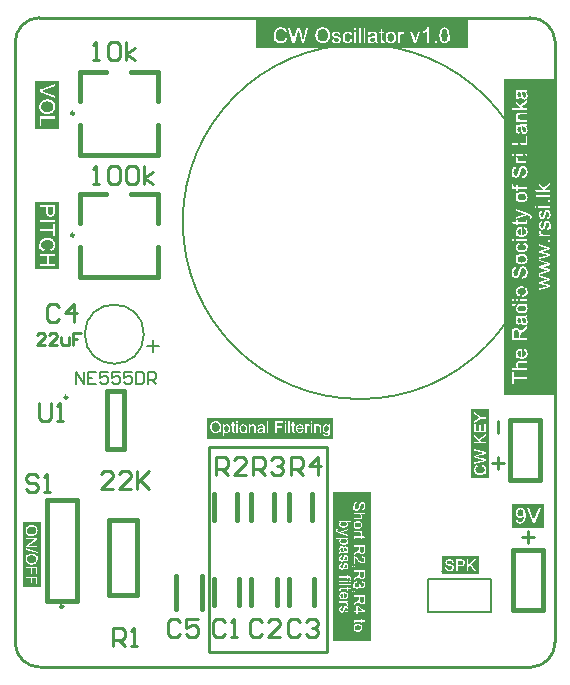
<source format=gbr>
%TF.GenerationSoftware,Altium Limited,Altium Designer,20.0.10 (225)*%
G04 Layer_Color=65535*
%FSLAX26Y26*%
%MOIN*%
%TF.FileFunction,Legend,Top*%
%TF.Part,Single*%
G01*
G75*
%TA.AperFunction,NonConductor*%
%ADD49C,0.009842*%
%ADD50C,0.007874*%
%ADD51C,0.010000*%
%ADD52C,0.006000*%
%ADD53C,0.018000*%
%ADD54C,0.005906*%
%ADD55C,0.008000*%
G36*
X4446049Y1087500D02*
X4381094D01*
X4320000D01*
Y1582500D01*
X4381094D01*
Y1338247D01*
D01*
Y1582500D01*
X4446049D01*
Y1087500D01*
D02*
G37*
G36*
X5022018Y1465000D02*
X4917982D01*
Y1545000D01*
X5022018D01*
Y1465000D01*
D02*
G37*
G36*
X4982567Y2961541D02*
Y1908459D01*
X4890000D01*
Y2961541D01*
X4982567D01*
D02*
G37*
G36*
X5055000Y2961541D02*
Y1908459D01*
X4982567D01*
Y2961541D01*
X5055000D01*
D02*
G37*
G36*
X4768203Y3065000D02*
X4061797D01*
Y3162110D01*
X4768203D01*
Y3065000D01*
D02*
G37*
G36*
X3407380Y2326999D02*
X3327380D01*
Y2550528D01*
X3407380D01*
Y2326999D01*
D02*
G37*
G36*
X3407379Y2793513D02*
X3327379D01*
Y2954015D01*
X3407379D01*
Y2793513D01*
D02*
G37*
G36*
X4807416Y1310139D02*
X4682584D01*
Y1369861D01*
X4807416D01*
Y1310139D01*
D02*
G37*
G36*
X4319690Y1759816D02*
X3900310D01*
Y1830184D01*
X4319690D01*
Y1759816D01*
D02*
G37*
G36*
X3344861Y1266223D02*
X3285139D01*
Y1483777D01*
X3344861D01*
Y1266223D01*
D02*
G37*
G36*
X4839861Y1630724D02*
X4780139D01*
Y1859276D01*
X4839861D01*
Y1630724D01*
D02*
G37*
%LPC*%
G36*
X4401042Y1551947D02*
D01*
X4399638Y1551830D01*
X4398351Y1551596D01*
X4397123Y1551245D01*
X4396128Y1550894D01*
X4395251Y1550543D01*
X4394900Y1550368D01*
X4394607Y1550192D01*
X4394373Y1550075D01*
X4394198Y1549958D01*
X4394139Y1549900D01*
X4394081D01*
X4393028Y1549081D01*
X4392092Y1548145D01*
X4391331Y1547267D01*
X4390688Y1546331D01*
X4390161Y1545571D01*
X4389810Y1544927D01*
X4389693Y1544693D01*
X4389576Y1544518D01*
X4389518Y1544401D01*
Y1544342D01*
X4389050Y1542938D01*
X4388699Y1541476D01*
X4388406Y1540013D01*
X4388231Y1538668D01*
X4388172Y1538024D01*
X4388114Y1537439D01*
Y1536913D01*
X4388055Y1536503D01*
Y1521410D01*
Y1535626D01*
X4388114Y1534105D01*
X4388289Y1532759D01*
X4388523Y1531472D01*
X4388816Y1530419D01*
X4389050Y1529483D01*
X4389167Y1529132D01*
X4389284Y1528840D01*
X4389401Y1528606D01*
X4389459Y1528430D01*
X4389518Y1528313D01*
Y1528255D01*
X4390161Y1527085D01*
X4390805Y1526032D01*
X4391507Y1525154D01*
X4392209Y1524452D01*
X4392794Y1523867D01*
X4393262Y1523516D01*
X4393613Y1523224D01*
X4393730Y1523165D01*
X4394724Y1522580D01*
X4395777Y1522171D01*
X4396772Y1521820D01*
X4397649Y1521644D01*
X4398410Y1521527D01*
X4398995Y1521410D01*
X4427777D01*
X4399521D01*
X4400633Y1521469D01*
X4401686Y1521644D01*
X4402622Y1521937D01*
X4403382Y1522229D01*
X4404084Y1522522D01*
X4404552Y1522814D01*
X4404845Y1522990D01*
X4404962Y1523048D01*
X4405781Y1523692D01*
X4406541Y1524452D01*
X4407243Y1525271D01*
X4407828Y1526090D01*
X4408238Y1526851D01*
X4408589Y1527436D01*
X4408706Y1527670D01*
X4408823Y1527787D01*
X4408881Y1527904D01*
Y1527962D01*
X4409057Y1528430D01*
X4409291Y1529015D01*
X4409525Y1529600D01*
X4409700Y1530302D01*
X4410110Y1531706D01*
X4410519Y1533110D01*
X4410812Y1534397D01*
X4410987Y1534982D01*
X4411104Y1535509D01*
X4411221Y1535918D01*
X4411280Y1536211D01*
X4411338Y1536445D01*
Y1536503D01*
X4411631Y1537615D01*
X4411865Y1538609D01*
X4412099Y1539487D01*
X4412391Y1540306D01*
X4412625Y1541008D01*
X4412801Y1541593D01*
X4413035Y1542119D01*
X4413269Y1542587D01*
X4413444Y1542997D01*
X4413561Y1543348D01*
X4413737Y1543582D01*
X4413854Y1543757D01*
X4414029Y1544050D01*
X4414088Y1544108D01*
X4414614Y1544576D01*
X4415141Y1544927D01*
X4415726Y1545220D01*
X4416252Y1545395D01*
X4416720Y1545512D01*
X4417130Y1545571D01*
X4417364D01*
X4417481D01*
X4418358Y1545454D01*
X4419119Y1545220D01*
X4419821Y1544927D01*
X4420406Y1544518D01*
X4420932Y1544167D01*
X4421283Y1543816D01*
X4421517Y1543582D01*
X4421576Y1543523D01*
X4421868Y1543114D01*
X4422161Y1542646D01*
X4422570Y1541593D01*
X4422863Y1540481D01*
X4423038Y1539370D01*
X4423214Y1538375D01*
Y1537907D01*
X4423272Y1537556D01*
Y1536796D01*
X4423214Y1535216D01*
X4422980Y1533871D01*
X4422687Y1532701D01*
X4422336Y1531765D01*
X4421985Y1531063D01*
X4421693Y1530536D01*
X4421459Y1530244D01*
X4421400Y1530127D01*
X4420640Y1529366D01*
X4419762Y1528723D01*
X4418885Y1528255D01*
X4418007Y1527904D01*
X4417188Y1527670D01*
X4416545Y1527553D01*
X4416311Y1527494D01*
X4416135Y1527436D01*
X4416018D01*
X4415960D01*
X4416311Y1522580D01*
X4417539Y1522697D01*
X4418651Y1522931D01*
X4419704Y1523282D01*
X4420581Y1523633D01*
X4421283Y1523926D01*
X4421868Y1524218D01*
X4422219Y1524452D01*
X4422336Y1524511D01*
X4423272Y1525213D01*
X4424091Y1526032D01*
X4424793Y1526851D01*
X4425378Y1527670D01*
X4425788Y1528430D01*
X4426139Y1529015D01*
X4426256Y1529249D01*
X4426314Y1529425D01*
X4426373Y1529483D01*
Y1529542D01*
X4426841Y1530770D01*
X4427192Y1532057D01*
X4427426Y1533344D01*
X4427601Y1534514D01*
X4427718Y1535509D01*
Y1535918D01*
X4427777Y1536328D01*
Y1537030D01*
X4427718Y1538434D01*
X4427543Y1539779D01*
X4427367Y1540949D01*
X4427133Y1542002D01*
X4426841Y1542821D01*
X4426724Y1543172D01*
X4426665Y1543465D01*
X4426548Y1543757D01*
X4426490Y1543933D01*
X4426431Y1543991D01*
Y1544050D01*
X4425905Y1545161D01*
X4425261Y1546156D01*
X4424618Y1546975D01*
X4424033Y1547618D01*
X4423448Y1548145D01*
X4422980Y1548554D01*
X4422687Y1548788D01*
X4422629Y1548847D01*
X4422570D01*
X4421634Y1549373D01*
X4420640Y1549783D01*
X4419762Y1550075D01*
X4418885Y1550251D01*
X4418183Y1550368D01*
X4417656Y1550485D01*
X4417422D01*
X4417247D01*
X4417188D01*
X4417130D01*
X4416194Y1550426D01*
X4415258Y1550251D01*
X4414439Y1550075D01*
X4413737Y1549783D01*
X4413152Y1549549D01*
X4412742Y1549373D01*
X4412450Y1549198D01*
X4412333Y1549139D01*
X4411572Y1548554D01*
X4410870Y1547911D01*
X4410285Y1547267D01*
X4409759Y1546565D01*
X4409349Y1545980D01*
X4409057Y1545512D01*
X4408823Y1545161D01*
X4408764Y1545103D01*
Y1545044D01*
X4408530Y1544635D01*
X4408355Y1544108D01*
X4407945Y1542997D01*
X4407536Y1541768D01*
X4407126Y1540540D01*
X4406834Y1539428D01*
X4406717Y1538960D01*
X4406600Y1538551D01*
X4406483Y1538200D01*
X4406424Y1537907D01*
X4406366Y1537732D01*
Y1537673D01*
X4406132Y1536737D01*
X4405898Y1535860D01*
X4405722Y1535041D01*
X4405547Y1534339D01*
X4405371Y1533754D01*
X4405196Y1533169D01*
X4405079Y1532701D01*
X4404962Y1532233D01*
X4404845Y1531882D01*
X4404728Y1531589D01*
X4404611Y1531121D01*
X4404552Y1530887D01*
X4404494Y1530829D01*
X4404143Y1530010D01*
X4403733Y1529249D01*
X4403382Y1528664D01*
X4403031Y1528196D01*
X4402680Y1527845D01*
X4402446Y1527553D01*
X4402271Y1527436D01*
X4402212Y1527377D01*
X4401686Y1527026D01*
X4401159Y1526792D01*
X4400633Y1526558D01*
X4400106Y1526441D01*
X4399697Y1526383D01*
X4399346Y1526324D01*
X4399112D01*
X4399053D01*
X4398410Y1526383D01*
X4397825Y1526500D01*
X4397240Y1526675D01*
X4396772Y1526851D01*
X4396362Y1527085D01*
X4396070Y1527260D01*
X4395836Y1527377D01*
X4395777Y1527436D01*
X4395251Y1527904D01*
X4394783Y1528430D01*
X4394373Y1528957D01*
X4394022Y1529542D01*
X4393730Y1530010D01*
X4393554Y1530419D01*
X4393437Y1530653D01*
X4393379Y1530770D01*
X4393086Y1531648D01*
X4392911Y1532525D01*
X4392735Y1533344D01*
X4392677Y1534163D01*
X4392618Y1534807D01*
X4392560Y1535392D01*
Y1535860D01*
X4392618Y1537030D01*
X4392735Y1538141D01*
X4392911Y1539194D01*
X4393145Y1540013D01*
X4393320Y1540774D01*
X4393496Y1541300D01*
X4393613Y1541651D01*
X4393671Y1541710D01*
Y1541768D01*
X4394139Y1542646D01*
X4394607Y1543465D01*
X4395134Y1544108D01*
X4395602Y1544635D01*
X4396011Y1545103D01*
X4396362Y1545395D01*
X4396596Y1545571D01*
X4396655Y1545629D01*
X4397415Y1546039D01*
X4398176Y1546390D01*
X4398995Y1546624D01*
X4399755Y1546858D01*
X4400457Y1546975D01*
X4400984Y1547092D01*
X4401335Y1547150D01*
X4401393D01*
X4401452D01*
X4401042Y1551947D01*
D02*
G37*
G36*
X4427133Y1515092D02*
X4388699D01*
Y1492453D01*
X4427133D01*
X4406307D01*
X4407770Y1492511D01*
X4408998Y1492628D01*
X4410110Y1492745D01*
X4410987Y1492921D01*
X4411689Y1493155D01*
X4412157Y1493272D01*
X4412450Y1493389D01*
X4412567Y1493447D01*
X4413327Y1493857D01*
X4414029Y1494383D01*
X4414614Y1494910D01*
X4415082Y1495436D01*
X4415433Y1495963D01*
X4415726Y1496372D01*
X4415901Y1496606D01*
X4415960Y1496723D01*
X4416369Y1497601D01*
X4416662Y1498537D01*
X4416896Y1499414D01*
X4417013Y1500233D01*
X4417130Y1500935D01*
X4417188Y1501520D01*
Y1502047D01*
X4417130Y1502983D01*
X4417013Y1503860D01*
X4416837Y1504679D01*
X4416603Y1505440D01*
X4415960Y1506902D01*
X4415667Y1507487D01*
X4415316Y1508072D01*
X4414907Y1508599D01*
X4414614Y1509067D01*
X4414263Y1509418D01*
X4413971Y1509769D01*
X4413737Y1510003D01*
X4413561Y1510178D01*
X4413444Y1510295D01*
X4413386Y1510354D01*
X4427133D01*
Y1515092D01*
D02*
G37*
G36*
X4402973Y1487012D02*
X4402622D01*
X4401335Y1486954D01*
X4400106Y1486837D01*
X4398995Y1486661D01*
X4397942Y1486427D01*
X4397006Y1486193D01*
X4396070Y1485901D01*
X4395309Y1485550D01*
X4394549Y1485199D01*
X4393905Y1484906D01*
X4393379Y1484555D01*
X4392911Y1484263D01*
X4392501Y1483970D01*
X4392209Y1483795D01*
X4391975Y1483619D01*
X4391858Y1483502D01*
X4391799Y1483444D01*
X4391156Y1482742D01*
X4390571Y1481981D01*
X4390044Y1481221D01*
X4389635Y1480402D01*
X4389284Y1479641D01*
X4388991Y1478822D01*
X4388523Y1477360D01*
X4388348Y1476658D01*
X4388231Y1476014D01*
X4388172Y1475429D01*
X4388114Y1474961D01*
X4388055Y1474552D01*
Y1474610D01*
Y1473967D01*
X4388114Y1472621D01*
X4388348Y1471393D01*
X4388582Y1470281D01*
X4388933Y1469287D01*
X4389225Y1468468D01*
X4389518Y1467824D01*
X4389576Y1467590D01*
X4389693Y1467415D01*
X4389752Y1467356D01*
Y1467298D01*
X4390454Y1466186D01*
X4391214Y1465250D01*
X4391975Y1464431D01*
X4392735Y1463788D01*
X4393437Y1463261D01*
X4393964Y1462852D01*
X4394373Y1462618D01*
X4394432Y1462559D01*
X4394490D01*
X4395719Y1462033D01*
X4397123Y1461623D01*
X4398527Y1461331D01*
X4399872Y1461097D01*
X4400516Y1461038D01*
X4401101Y1460980D01*
X4401627D01*
X4402095Y1460921D01*
X4388055D01*
X4417188D01*
X4402973D01*
X4404201Y1460980D01*
X4405313Y1461097D01*
X4406424Y1461272D01*
X4407419Y1461506D01*
X4408355Y1461799D01*
X4409174Y1462091D01*
X4409993Y1462442D01*
X4410695Y1462735D01*
X4411280Y1463086D01*
X4411865Y1463437D01*
X4412333Y1463729D01*
X4412684Y1464022D01*
X4412976Y1464256D01*
X4413210Y1464431D01*
X4413327Y1464548D01*
X4413386Y1464607D01*
X4414029Y1465309D01*
X4414614Y1466069D01*
X4415141Y1466830D01*
X4415609Y1467590D01*
X4415960Y1468409D01*
X4416252Y1469170D01*
X4416720Y1470632D01*
X4416896Y1471334D01*
X4417013Y1471978D01*
X4417071Y1472504D01*
X4417130Y1473031D01*
X4417188Y1473440D01*
Y1473967D01*
X4417130Y1474903D01*
X4417071Y1475839D01*
X4416720Y1477535D01*
X4416194Y1479056D01*
X4415901Y1479700D01*
X4415667Y1480285D01*
X4415375Y1480870D01*
X4415082Y1481338D01*
X4414790Y1481747D01*
X4414556Y1482098D01*
X4414380Y1482391D01*
X4414205Y1482566D01*
X4414146Y1482683D01*
X4414088Y1482742D01*
X4413327Y1483502D01*
X4412508Y1484146D01*
X4411631Y1484731D01*
X4410695Y1485199D01*
X4409759Y1485608D01*
X4408823Y1485959D01*
X4407887Y1486252D01*
X4406951Y1486486D01*
X4406073Y1486661D01*
X4405254Y1486778D01*
X4404552Y1486895D01*
X4403909Y1486954D01*
X4403382D01*
X4402973Y1487012D01*
D02*
G37*
G36*
X4379725Y1488855D02*
X4341291D01*
Y1484467D01*
X4344742D01*
X4344040Y1483941D01*
X4343396Y1483356D01*
X4342870Y1482713D01*
X4342402Y1482128D01*
X4341993Y1481484D01*
X4341641Y1480841D01*
X4341349Y1480197D01*
X4341173Y1479612D01*
X4340881Y1478501D01*
X4340764Y1478033D01*
X4340706Y1477623D01*
X4340647Y1477272D01*
Y1476804D01*
X4340706Y1475868D01*
X4340823Y1474991D01*
X4340998Y1474171D01*
X4341232Y1473352D01*
X4341876Y1471948D01*
X4342578Y1470720D01*
X4342928Y1470135D01*
X4343279Y1469667D01*
X4343631Y1469257D01*
X4343923Y1468965D01*
X4344157Y1468672D01*
X4344333Y1468497D01*
X4344449Y1468380D01*
X4344508Y1468322D01*
X4345269Y1467678D01*
X4346087Y1467151D01*
X4346965Y1466684D01*
X4347901Y1466274D01*
X4348837Y1465923D01*
X4349773Y1465630D01*
X4351528Y1465221D01*
X4352347Y1465045D01*
X4353166Y1464928D01*
X4353810Y1464870D01*
X4354453Y1464812D01*
X4354921Y1464753D01*
X4355623D01*
X4356734Y1464812D01*
X4357788Y1464870D01*
X4358724Y1465045D01*
X4359542Y1465162D01*
X4360244Y1465338D01*
X4360771Y1465514D01*
X4361122Y1465572D01*
X4361239Y1465630D01*
X4362234Y1465982D01*
X4363111Y1466332D01*
X4363872Y1466742D01*
X4364515Y1467093D01*
X4365042Y1467444D01*
X4365451Y1467736D01*
X4365743Y1467912D01*
X4365802Y1467970D01*
X4366445Y1468555D01*
X4367030Y1469199D01*
X4367557Y1469784D01*
X4367967Y1470369D01*
X4368318Y1470896D01*
X4368551Y1471305D01*
X4368668Y1471598D01*
X4368727Y1471715D01*
X4369078Y1472592D01*
X4369312Y1473411D01*
X4369546Y1474230D01*
X4369663Y1474991D01*
X4369721Y1475634D01*
X4369780Y1476102D01*
Y1476570D01*
X4369721Y1477389D01*
X4369605Y1478208D01*
X4369429Y1478968D01*
X4369195Y1479670D01*
X4368610Y1481016D01*
X4367908Y1482069D01*
X4367206Y1482947D01*
X4366913Y1483297D01*
X4366621Y1483590D01*
X4366387Y1483824D01*
X4366212Y1483999D01*
X4366095Y1484058D01*
X4366036Y1484117D01*
X4379725D01*
Y1464753D01*
D01*
Y1488855D01*
D02*
G37*
G36*
X4416545Y1455422D02*
X4388699D01*
Y1450684D01*
X4403265D01*
X4404377Y1450625D01*
X4405371Y1450567D01*
X4406307Y1450450D01*
X4407126Y1450274D01*
X4407828Y1450157D01*
X4408355Y1450040D01*
X4408647Y1449982D01*
X4408764Y1449923D01*
X4409349Y1449689D01*
X4409876Y1449455D01*
X4410344Y1449163D01*
X4410695Y1448870D01*
X4410987Y1448636D01*
X4411221Y1448402D01*
X4411338Y1448285D01*
X4411397Y1448227D01*
X4411689Y1447759D01*
X4411923Y1447291D01*
X4412099Y1446823D01*
X4412216Y1446413D01*
X4412274Y1446004D01*
X4412333Y1445711D01*
Y1445477D01*
X4412274Y1444834D01*
X4412157Y1444190D01*
X4411982Y1443605D01*
X4411806Y1443079D01*
X4411631Y1442669D01*
X4411455Y1442318D01*
X4411338Y1442084D01*
X4411280Y1442026D01*
X4415609Y1440329D01*
X4416135Y1441265D01*
X4416545Y1442143D01*
X4416779Y1442962D01*
X4417013Y1443664D01*
X4417130Y1444307D01*
X4417188Y1444775D01*
Y1442318D01*
Y1445185D01*
X4417130Y1445770D01*
X4417013Y1446355D01*
X4416896Y1446881D01*
X4416720Y1447291D01*
X4416486Y1447700D01*
X4416369Y1447993D01*
X4416252Y1448168D01*
X4416194Y1448227D01*
X4415784Y1448753D01*
X4415199Y1449221D01*
X4414556Y1449748D01*
X4413912Y1450216D01*
X4413327Y1450567D01*
X4412801Y1450859D01*
X4412450Y1451093D01*
X4412391Y1451152D01*
X4416545D01*
Y1455422D01*
D02*
G37*
G36*
X4369136Y1461594D02*
X4330000D01*
Y1436147D01*
D01*
Y1456095D01*
X4330059Y1455276D01*
X4330176Y1454574D01*
X4330351Y1453872D01*
X4330585Y1453345D01*
X4330761Y1452878D01*
X4330936Y1452526D01*
X4331053Y1452293D01*
X4331111Y1452234D01*
X4331579Y1451649D01*
X4332106Y1451064D01*
X4332691Y1450596D01*
X4333217Y1450128D01*
X4333744Y1449777D01*
X4334154Y1449543D01*
X4334387Y1449368D01*
X4334505Y1449309D01*
X4334855Y1449133D01*
X4335265Y1448899D01*
X4336260Y1448490D01*
X4337254Y1448081D01*
X4338307Y1447612D01*
X4339301Y1447262D01*
X4339711Y1447086D01*
X4340062Y1446969D01*
X4340413Y1446852D01*
X4340647Y1446735D01*
X4340764Y1446677D01*
X4340823D01*
X4369136Y1436147D01*
Y1440826D01*
X4352873Y1446793D01*
X4351703Y1447203D01*
X4350592Y1447554D01*
X4349539Y1447905D01*
X4348603Y1448197D01*
X4347842Y1448431D01*
X4347199Y1448549D01*
X4346965Y1448666D01*
X4346789D01*
X4346731Y1448724D01*
X4346672D01*
X4347901Y1449075D01*
X4349071Y1449426D01*
X4350182Y1449777D01*
X4351118Y1450070D01*
X4351938Y1450362D01*
X4352581Y1450596D01*
X4352815Y1450655D01*
X4352990Y1450713D01*
X4353049Y1450772D01*
X4353108D01*
X4369136Y1456563D01*
Y1461594D01*
X4341232Y1451005D01*
X4340706Y1451181D01*
X4340355Y1451357D01*
X4340120Y1451415D01*
X4340062Y1451474D01*
X4339126Y1451824D01*
X4338307Y1452117D01*
X4337722Y1452351D01*
X4337254Y1452526D01*
X4336903Y1452702D01*
X4336727Y1452819D01*
X4336610Y1452878D01*
X4336552D01*
X4335908Y1453404D01*
X4335440Y1453930D01*
X4335265Y1454106D01*
X4335148Y1454282D01*
X4335031Y1454399D01*
Y1454457D01*
X4334855Y1454808D01*
X4334739Y1455217D01*
X4334563Y1456036D01*
Y1456446D01*
X4334505Y1456680D01*
Y1456973D01*
X4334563Y1457909D01*
X4334739Y1458727D01*
X4334855Y1459137D01*
X4334914Y1459429D01*
X4334972Y1459605D01*
Y1459664D01*
X4330585Y1459137D01*
X4330234Y1457967D01*
X4330117Y1457440D01*
X4330059Y1456973D01*
Y1456621D01*
X4330000Y1456329D01*
Y1461594D01*
X4369136D01*
D02*
G37*
G36*
X4416545Y1440271D02*
X4412859D01*
Y1436761D01*
X4396830D01*
X4396070D01*
X4395368D01*
X4394724Y1436702D01*
X4394139D01*
X4393613Y1436644D01*
X4393203Y1436585D01*
X4392443Y1436468D01*
X4391858Y1436410D01*
X4391507Y1436293D01*
X4391273Y1436234D01*
X4391214D01*
X4390746Y1436000D01*
X4390337Y1435649D01*
X4389986Y1435357D01*
X4389693Y1435006D01*
X4389459Y1434713D01*
X4389284Y1434479D01*
X4389167Y1434304D01*
X4389108Y1434245D01*
X4388874Y1433660D01*
X4388699Y1433017D01*
X4388523Y1432315D01*
X4388465Y1431671D01*
X4388406Y1431086D01*
X4388348Y1430618D01*
Y1440271D01*
Y1426640D01*
X4426256D01*
X4388757D01*
X4392911Y1427284D01*
X4392794Y1428161D01*
Y1428512D01*
X4392735Y1428805D01*
Y1429390D01*
X4392794Y1430092D01*
X4392911Y1430618D01*
X4392969Y1430911D01*
X4393028Y1431028D01*
X4393320Y1431379D01*
X4393613Y1431613D01*
X4393847Y1431730D01*
X4393964Y1431788D01*
X4394256Y1431847D01*
X4394607Y1431905D01*
X4395485Y1431964D01*
X4395894Y1432022D01*
X4396245D01*
X4396479D01*
X4396538D01*
X4412859D01*
Y1427284D01*
X4416545D01*
Y1432022D01*
X4426256D01*
X4423389Y1436761D01*
X4416545D01*
Y1440271D01*
D02*
G37*
G36*
X4369780Y1432110D02*
X4330644D01*
Y1427371D01*
X4344099D01*
X4343572Y1426903D01*
X4343046Y1426377D01*
X4342636Y1425909D01*
X4342285Y1425382D01*
X4341993Y1424973D01*
X4341758Y1424622D01*
X4341641Y1424388D01*
X4341583Y1424330D01*
X4341291Y1423628D01*
X4341056Y1422867D01*
X4340881Y1422165D01*
X4340764Y1421522D01*
X4340706Y1420937D01*
X4340647Y1420527D01*
Y1420118D01*
X4340706Y1418947D01*
X4340940Y1417777D01*
X4341232Y1416783D01*
X4341583Y1415847D01*
X4341876Y1415086D01*
X4342168Y1414502D01*
X4342285Y1414267D01*
X4342402Y1414092D01*
X4342461Y1414034D01*
Y1413975D01*
X4343221Y1412922D01*
X4344040Y1412044D01*
X4344917Y1411284D01*
X4345736Y1410640D01*
X4346497Y1410172D01*
X4347082Y1409822D01*
X4347316Y1409705D01*
X4347492Y1409588D01*
X4347609Y1409529D01*
X4347667D01*
X4349012Y1409003D01*
X4350358Y1408593D01*
X4351645Y1408359D01*
X4352815Y1408125D01*
X4353868Y1408008D01*
X4354278D01*
X4354687Y1407949D01*
X4355389D01*
X4356851Y1408008D01*
X4358197Y1408184D01*
X4359426Y1408418D01*
X4360537Y1408651D01*
X4361414Y1408886D01*
X4361824Y1409003D01*
X4362117Y1409120D01*
X4362350Y1409236D01*
X4362526Y1409295D01*
X4362643Y1409353D01*
X4362702D01*
X4363930Y1409938D01*
X4364925Y1410582D01*
X4365860Y1411284D01*
X4366562Y1411928D01*
X4367148Y1412571D01*
X4367557Y1413039D01*
X4367850Y1413390D01*
X4367908Y1413448D01*
Y1413507D01*
X4368551Y1414560D01*
X4369020Y1415613D01*
X4369312Y1416666D01*
X4369546Y1417660D01*
X4369663Y1418479D01*
X4369780Y1419181D01*
Y1412044D01*
Y1419766D01*
X4369721Y1420761D01*
X4369605Y1421639D01*
X4369429Y1422399D01*
X4369253Y1423101D01*
X4369020Y1423628D01*
X4368844Y1424037D01*
X4368727Y1424271D01*
X4368668Y1424388D01*
X4368259Y1425090D01*
X4367733Y1425734D01*
X4367206Y1426319D01*
X4366680Y1426786D01*
X4366212Y1427196D01*
X4365860Y1427547D01*
X4365627Y1427723D01*
X4365510Y1427781D01*
X4369136D01*
Y1432110D01*
X4369780D01*
D01*
D02*
G37*
G36*
Y1403854D02*
X4355877D01*
X4369780D01*
Y1390516D01*
X4369721Y1391803D01*
X4369605Y1393032D01*
X4369488Y1394085D01*
X4369312Y1395021D01*
X4369078Y1395782D01*
X4368961Y1396367D01*
X4368903Y1396542D01*
X4368844Y1396717D01*
X4368785Y1396776D01*
Y1396834D01*
X4368376Y1397771D01*
X4367908Y1398590D01*
X4367440Y1399350D01*
X4367030Y1399935D01*
X4366621Y1400403D01*
X4366270Y1400696D01*
X4366036Y1400929D01*
X4365977Y1400988D01*
X4365275Y1401514D01*
X4364457Y1401924D01*
X4363696Y1402275D01*
X4362935Y1402568D01*
X4362234Y1402743D01*
X4361707Y1402918D01*
X4361356Y1402977D01*
X4361297Y1403035D01*
X4361239D01*
X4360596Y1398414D01*
X4361590Y1398121D01*
X4362467Y1397712D01*
X4363169Y1397361D01*
X4363755Y1396951D01*
X4364164Y1396601D01*
X4364457Y1396308D01*
X4364632Y1396132D01*
X4364690Y1396074D01*
X4365100Y1395430D01*
X4365392Y1394611D01*
X4365568Y1393851D01*
X4365743Y1393032D01*
X4365802Y1392272D01*
X4365860Y1391687D01*
Y1391160D01*
X4365802Y1389931D01*
X4365627Y1388820D01*
X4365334Y1387884D01*
X4365042Y1387123D01*
X4364749Y1386539D01*
X4364457Y1386129D01*
X4364281Y1385836D01*
X4364222Y1385778D01*
X4363696Y1385310D01*
X4363111Y1385017D01*
X4362409Y1384784D01*
X4361766Y1384608D01*
X4361181Y1384491D01*
X4360654Y1384432D01*
X4360303D01*
X4360244D01*
X4360186D01*
X4360069D01*
X4359894D01*
X4359484D01*
X4359133Y1384491D01*
X4359016D01*
X4358958D01*
X4358782Y1385017D01*
X4358606Y1385602D01*
X4358256Y1386948D01*
X4358021Y1388352D01*
X4357788Y1389697D01*
X4357553Y1390985D01*
X4357495Y1391511D01*
X4357436Y1391979D01*
X4357378Y1392389D01*
Y1392681D01*
X4357319Y1392857D01*
Y1392915D01*
X4357203Y1393909D01*
X4357086Y1394728D01*
X4356968Y1395489D01*
X4356851Y1396074D01*
X4356734Y1396542D01*
X4356676Y1396834D01*
X4356618Y1397069D01*
Y1397127D01*
X4356383Y1397829D01*
X4356150Y1398473D01*
X4355916Y1398999D01*
X4355623Y1399525D01*
X4355389Y1399935D01*
X4355213Y1400227D01*
X4355096Y1400461D01*
X4355038Y1400520D01*
X4354628Y1401046D01*
X4354219Y1401514D01*
X4353751Y1401983D01*
X4353342Y1402333D01*
X4352932Y1402626D01*
X4352640Y1402802D01*
X4352405Y1402918D01*
X4352347Y1402977D01*
X4351703Y1403270D01*
X4351060Y1403504D01*
X4350417Y1403620D01*
X4349832Y1403737D01*
X4349364Y1403796D01*
X4348954Y1403854D01*
X4340647D01*
X4348603D01*
X4347374Y1403737D01*
X4346204Y1403445D01*
X4345269Y1403094D01*
X4344449Y1402626D01*
X4343748Y1402158D01*
X4343279Y1401807D01*
X4342987Y1401514D01*
X4342870Y1401398D01*
X4342109Y1400403D01*
X4341583Y1399233D01*
X4341173Y1398121D01*
X4340940Y1396951D01*
X4340764Y1395957D01*
X4340706Y1395489D01*
Y1395138D01*
X4340647Y1394787D01*
Y1394378D01*
X4340706Y1393324D01*
X4340823Y1392389D01*
X4340940Y1391511D01*
X4341115Y1390692D01*
X4341291Y1390049D01*
X4341466Y1389581D01*
X4341525Y1389288D01*
X4341583Y1389171D01*
X4341993Y1388235D01*
X4342461Y1387358D01*
X4342987Y1386480D01*
X4343572Y1385719D01*
X4344040Y1385017D01*
X4344449Y1384550D01*
X4344684Y1384198D01*
X4344801Y1384082D01*
X4344040Y1383965D01*
X4343396Y1383848D01*
X4342811Y1383730D01*
X4342285Y1383555D01*
X4341876Y1383380D01*
X4341525Y1383263D01*
X4341349Y1383204D01*
X4341291Y1383146D01*
Y1378232D01*
X4342461Y1378758D01*
X4343046Y1378992D01*
X4343514Y1379168D01*
X4343923Y1379284D01*
X4344274Y1379343D01*
X4344508Y1379401D01*
X4344566D01*
X4344976Y1379460D01*
X4345444Y1379518D01*
X4345971D01*
X4346614Y1379577D01*
X4347959Y1379636D01*
X4349422D01*
X4350767Y1379694D01*
X4351352D01*
X4351879D01*
X4352288D01*
X4352640D01*
X4352873D01*
X4352932D01*
X4359250D01*
X4360361D01*
X4361239Y1379753D01*
X4361999Y1379811D01*
X4362584D01*
X4363052Y1379870D01*
X4363345Y1379928D01*
X4363520Y1379986D01*
X4363579D01*
X4364281Y1380162D01*
X4364925Y1380396D01*
X4365451Y1380630D01*
X4365919Y1380864D01*
X4366328Y1381098D01*
X4366562Y1381274D01*
X4366738Y1381390D01*
X4366797Y1381449D01*
X4367265Y1381917D01*
X4367674Y1382385D01*
X4368025Y1382970D01*
X4368318Y1383496D01*
X4368551Y1383965D01*
X4368785Y1384374D01*
X4368844Y1384608D01*
X4368903Y1384725D01*
X4369195Y1385602D01*
X4369429Y1386539D01*
X4369546Y1387533D01*
X4369663Y1388469D01*
X4369721Y1389288D01*
X4369780Y1389931D01*
Y1379401D01*
Y1403854D01*
D02*
G37*
G36*
X4427133Y1407043D02*
X4388699D01*
Y1401953D01*
X4405781D01*
Y1395401D01*
X4405722Y1394816D01*
Y1394348D01*
X4405664Y1393939D01*
X4405605Y1393646D01*
Y1393412D01*
X4405547Y1393295D01*
Y1393237D01*
X4405254Y1392359D01*
X4404903Y1391657D01*
X4404728Y1391365D01*
X4404611Y1391131D01*
X4404552Y1391014D01*
X4404494Y1390955D01*
X4404201Y1390487D01*
X4403792Y1390078D01*
X4402973Y1389200D01*
X4402563Y1388908D01*
X4402212Y1388615D01*
X4401978Y1388440D01*
X4401920Y1388381D01*
X4401159Y1387796D01*
X4400340Y1387211D01*
X4399463Y1386568D01*
X4398585Y1385983D01*
X4397825Y1385456D01*
X4397240Y1385047D01*
X4397006Y1384930D01*
X4396830Y1384813D01*
X4396713Y1384696D01*
X4396655D01*
X4388699Y1379606D01*
Y1373230D01*
X4399112Y1379899D01*
X4400223Y1380659D01*
X4401218Y1381420D01*
X4402095Y1382122D01*
X4402856Y1382765D01*
X4403441Y1383292D01*
X4403909Y1383701D01*
X4404143Y1383994D01*
X4404260Y1384111D01*
X4404611Y1384520D01*
X4404962Y1385047D01*
X4405605Y1386041D01*
X4405839Y1386451D01*
X4406015Y1386802D01*
X4406132Y1387036D01*
X4406190Y1387153D01*
X4406366Y1386158D01*
X4406541Y1385222D01*
X4406775Y1384345D01*
X4407068Y1383584D01*
X4407360Y1382824D01*
X4407653Y1382180D01*
X4407945Y1381537D01*
X4408238Y1381010D01*
X4408530Y1380542D01*
X4408764Y1380133D01*
X4409057Y1379782D01*
X4409232Y1379489D01*
X4409466Y1379314D01*
X4409583Y1379138D01*
X4409700Y1379021D01*
X4410227Y1378553D01*
X4410812Y1378144D01*
X4411982Y1377442D01*
X4413093Y1376974D01*
X4414205Y1376681D01*
X4415141Y1376447D01*
X4415550Y1376389D01*
X4415901D01*
X4416194Y1376330D01*
X4416428D01*
X4416545D01*
X4416603D01*
X4417773Y1376389D01*
X4418826Y1376564D01*
X4419821Y1376857D01*
X4420698Y1377149D01*
X4421400Y1377442D01*
X4421927Y1377734D01*
X4422278Y1377910D01*
X4422395Y1377968D01*
X4423331Y1378612D01*
X4424091Y1379314D01*
X4424735Y1380016D01*
X4425203Y1380718D01*
X4425612Y1381303D01*
X4425905Y1381771D01*
X4426022Y1382122D01*
X4426080Y1382180D01*
Y1382239D01*
X4426256Y1382765D01*
X4426431Y1383350D01*
X4426665Y1384579D01*
X4426899Y1385866D01*
X4427016Y1387094D01*
X4427075Y1388264D01*
Y1388732D01*
X4427133Y1389200D01*
Y1407043D01*
D02*
G37*
G36*
X4427309Y1370948D02*
D01*
Y1357610D01*
X4427250Y1358605D01*
X4427192Y1359541D01*
X4426841Y1361296D01*
X4426665Y1362056D01*
X4426431Y1362817D01*
X4426139Y1363460D01*
X4425905Y1364045D01*
X4425612Y1364572D01*
X4425378Y1365040D01*
X4425086Y1365449D01*
X4424910Y1365800D01*
X4424735Y1366034D01*
X4424559Y1366210D01*
X4424501Y1366327D01*
X4424442Y1366385D01*
X4423857Y1366970D01*
X4423272Y1367438D01*
X4421927Y1368316D01*
X4420581Y1368959D01*
X4419236Y1369427D01*
X4418066Y1369778D01*
X4417539Y1369837D01*
X4417071Y1369954D01*
X4416720Y1370012D01*
X4416428Y1370071D01*
X4416252D01*
X4416194D01*
X4415667Y1365215D01*
X4416954Y1365098D01*
X4418066Y1364864D01*
X4419002Y1364572D01*
X4419821Y1364162D01*
X4420464Y1363811D01*
X4420932Y1363460D01*
X4421166Y1363226D01*
X4421283Y1363168D01*
X4421985Y1362349D01*
X4422512Y1361471D01*
X4422863Y1360535D01*
X4423155Y1359658D01*
X4423272Y1358897D01*
X4423331Y1358312D01*
X4423389Y1358078D01*
Y1357727D01*
X4423331Y1356557D01*
X4423097Y1355504D01*
X4422804Y1354627D01*
X4422453Y1353866D01*
X4422044Y1353281D01*
X4421751Y1352813D01*
X4421517Y1352579D01*
X4421459Y1352462D01*
X4420698Y1351760D01*
X4419879Y1351292D01*
X4419119Y1350941D01*
X4418358Y1350649D01*
X4417715Y1350532D01*
X4417188Y1350473D01*
X4416837Y1350415D01*
X4416779D01*
X4416720D01*
X4415726Y1350532D01*
X4414673Y1350766D01*
X4413737Y1351117D01*
X4412859Y1351526D01*
X4412099Y1351936D01*
X4411514Y1352287D01*
X4411280Y1352404D01*
X4411104Y1352521D01*
X4411046Y1352638D01*
X4410987D01*
X4410402Y1353106D01*
X4409759Y1353632D01*
X4409115Y1354217D01*
X4408472Y1354919D01*
X4407126Y1356323D01*
X4405781Y1357727D01*
X4404669Y1359014D01*
X4404143Y1359599D01*
X4403733Y1360126D01*
X4403324Y1360535D01*
X4403090Y1360828D01*
X4402914Y1361062D01*
X4402856Y1361120D01*
X4401627Y1362524D01*
X4400516Y1363811D01*
X4399521Y1364864D01*
X4398702Y1365742D01*
X4398000Y1366444D01*
X4397474Y1366912D01*
X4397123Y1367204D01*
X4397064Y1367321D01*
X4397006D01*
X4396070Y1368082D01*
X4395192Y1368667D01*
X4394315Y1369252D01*
X4393554Y1369661D01*
X4392852Y1370012D01*
X4392384Y1370246D01*
X4392033Y1370363D01*
X4391975Y1370422D01*
X4391916D01*
X4391331Y1370597D01*
X4390746Y1370773D01*
X4390220Y1370831D01*
X4389752Y1370890D01*
X4389342Y1370948D01*
X4388699D01*
Y1345501D01*
X4427309D01*
Y1370948D01*
D02*
G37*
G36*
X4369780Y1374312D02*
X4340647D01*
Y1351146D01*
D01*
Y1362437D01*
X4340706Y1361266D01*
X4340823Y1360155D01*
X4340998Y1359160D01*
X4341232Y1358283D01*
X4341408Y1357581D01*
X4341583Y1357054D01*
X4341700Y1356704D01*
X4341758Y1356586D01*
X4342226Y1355650D01*
X4342753Y1354832D01*
X4343279Y1354130D01*
X4343806Y1353603D01*
X4344274Y1353135D01*
X4344625Y1352784D01*
X4344859Y1352609D01*
X4344976Y1352550D01*
X4345795Y1352082D01*
X4346556Y1351731D01*
X4347316Y1351497D01*
X4348018Y1351322D01*
X4348544Y1351205D01*
X4349012Y1351146D01*
X4340647D01*
X4369780D01*
X4349422D01*
X4350300Y1351205D01*
X4351060Y1351322D01*
X4351762Y1351497D01*
X4352347Y1351731D01*
X4352815Y1351965D01*
X4353166Y1352140D01*
X4353400Y1352257D01*
X4353458Y1352316D01*
X4354043Y1352784D01*
X4354511Y1353252D01*
X4354980Y1353778D01*
X4355331Y1354305D01*
X4355565Y1354715D01*
X4355740Y1355065D01*
X4355857Y1355300D01*
X4355916Y1355417D01*
X4356091Y1355826D01*
X4356266Y1356294D01*
X4356618Y1357347D01*
X4357027Y1358517D01*
X4357378Y1359687D01*
X4357671Y1360740D01*
X4357788Y1361208D01*
X4357904Y1361618D01*
X4358021Y1361968D01*
X4358080Y1362203D01*
X4358139Y1362378D01*
Y1362437D01*
X4358314Y1363080D01*
X4358489Y1363607D01*
X4358724Y1364543D01*
X4358958Y1365303D01*
X4359133Y1365830D01*
X4359250Y1366239D01*
X4359309Y1366473D01*
X4359367Y1366590D01*
Y1366649D01*
X4359542Y1367058D01*
X4359776Y1367467D01*
X4359952Y1367760D01*
X4360186Y1367994D01*
X4360479Y1368345D01*
X4360537Y1368403D01*
X4360596Y1368462D01*
X4361181Y1368755D01*
X4361707Y1368930D01*
X4361941D01*
X4362117Y1368988D01*
X4362234D01*
X4362292D01*
X4362819Y1368930D01*
X4363287Y1368755D01*
X4363755Y1368579D01*
X4364105Y1368286D01*
X4364398Y1368053D01*
X4364632Y1367877D01*
X4364749Y1367701D01*
X4364807Y1367643D01*
X4365158Y1367058D01*
X4365451Y1366297D01*
X4365627Y1365537D01*
X4365802Y1364776D01*
X4365860Y1364074D01*
X4365919Y1363489D01*
Y1362963D01*
X4365860Y1361968D01*
X4365743Y1361149D01*
X4365510Y1360389D01*
X4365334Y1359804D01*
X4365100Y1359336D01*
X4364866Y1358985D01*
X4364749Y1358751D01*
X4364690Y1358693D01*
X4364222Y1358166D01*
X4363637Y1357756D01*
X4363111Y1357406D01*
X4362584Y1357171D01*
X4362117Y1356996D01*
X4361707Y1356879D01*
X4361473Y1356821D01*
X4361356D01*
X4361999Y1352199D01*
X4362935Y1352433D01*
X4363755Y1352667D01*
X4364515Y1352959D01*
X4365100Y1353194D01*
X4365568Y1353486D01*
X4365919Y1353720D01*
X4366153Y1353837D01*
X4366212Y1353896D01*
X4366797Y1354363D01*
X4367323Y1354948D01*
X4367733Y1355592D01*
X4368142Y1356177D01*
X4368376Y1356704D01*
X4368610Y1357171D01*
X4368727Y1357464D01*
X4368785Y1357523D01*
Y1357581D01*
X4369136Y1358517D01*
X4369370Y1359512D01*
X4369546Y1360447D01*
X4369663Y1361383D01*
X4369721Y1362144D01*
X4369780Y1362787D01*
Y1364133D01*
X4369663Y1364893D01*
X4369605Y1365537D01*
X4369488Y1366180D01*
X4369370Y1366707D01*
X4369312Y1367058D01*
X4369195Y1367292D01*
Y1367409D01*
X4368961Y1368053D01*
X4368727Y1368638D01*
X4368493Y1369164D01*
X4368259Y1369573D01*
X4368083Y1369925D01*
X4367908Y1370159D01*
X4367850Y1370334D01*
X4367791Y1370392D01*
X4367382Y1370919D01*
X4366913Y1371387D01*
X4366504Y1371796D01*
X4366095Y1372089D01*
X4365743Y1372381D01*
X4365451Y1372557D01*
X4365217Y1372674D01*
X4365158Y1372733D01*
X4364574Y1373025D01*
X4363930Y1373200D01*
X4363345Y1373376D01*
X4362819Y1373435D01*
X4362409Y1373493D01*
X4361999Y1373552D01*
X4361766D01*
X4361707D01*
X4360947Y1373493D01*
X4360244Y1373376D01*
X4359601Y1373259D01*
X4359074Y1373025D01*
X4358606Y1372850D01*
X4358256Y1372733D01*
X4358021Y1372616D01*
X4357963Y1372557D01*
X4357378Y1372148D01*
X4356851Y1371621D01*
X4356383Y1371153D01*
X4356033Y1370627D01*
X4355740Y1370217D01*
X4355506Y1369866D01*
X4355389Y1369573D01*
X4355331Y1369515D01*
X4355155Y1369105D01*
X4354980Y1368638D01*
X4354570Y1367526D01*
X4354219Y1366297D01*
X4353868Y1365128D01*
X4353517Y1364016D01*
X4353400Y1363548D01*
X4353283Y1363080D01*
X4353166Y1362729D01*
X4353108Y1362495D01*
X4353049Y1362320D01*
Y1362261D01*
X4352873Y1361559D01*
X4352698Y1360916D01*
X4352581Y1360389D01*
X4352405Y1359862D01*
X4352113Y1359043D01*
X4351938Y1358400D01*
X4351703Y1357932D01*
X4351587Y1357639D01*
X4351528Y1357464D01*
X4351470Y1357406D01*
X4351118Y1356938D01*
X4350709Y1356586D01*
X4350241Y1356352D01*
X4349890Y1356177D01*
X4349480Y1356060D01*
X4349247Y1356002D01*
X4349012D01*
X4348954D01*
X4348310Y1356060D01*
X4347725Y1356236D01*
X4347141Y1356528D01*
X4346672Y1356762D01*
X4346322Y1357054D01*
X4346029Y1357347D01*
X4345854Y1357523D01*
X4345795Y1357581D01*
X4345386Y1358225D01*
X4345034Y1358985D01*
X4344801Y1359804D01*
X4344684Y1360623D01*
X4344566Y1361325D01*
X4344508Y1361910D01*
Y1362437D01*
X4344566Y1363548D01*
X4344742Y1364601D01*
X4344976Y1365420D01*
X4345269Y1366180D01*
X4345502Y1366707D01*
X4345736Y1367117D01*
X4345912Y1367409D01*
X4345971Y1367467D01*
X4346614Y1368053D01*
X4347316Y1368579D01*
X4348018Y1368930D01*
X4348720Y1369223D01*
X4349364Y1369398D01*
X4349890Y1369573D01*
X4350241Y1369632D01*
X4350300D01*
X4350358D01*
X4349597Y1374312D01*
X4369780D01*
D01*
D02*
G37*
G36*
X4383083Y1338247D02*
X4381094Y1337018D01*
Y1337018D01*
X4381503Y1336199D01*
X4381971Y1335556D01*
X4382439Y1334971D01*
X4382907Y1334503D01*
X4383317Y1334152D01*
X4383668Y1333859D01*
X4383902Y1333742D01*
X4383960Y1333684D01*
X4384662Y1333333D01*
X4385481Y1333040D01*
X4386242Y1332865D01*
X4387002Y1332689D01*
X4387704Y1332631D01*
X4388231Y1332572D01*
X4394081D01*
Y1337954D01*
X4388699D01*
Y1335322D01*
X4387880Y1335380D01*
X4387119Y1335439D01*
X4386476Y1335614D01*
X4386008Y1335731D01*
X4385598Y1335848D01*
X4385306Y1335965D01*
X4385130Y1336024D01*
X4385072Y1336082D01*
X4384604Y1336375D01*
X4384194Y1336726D01*
X4383902Y1337077D01*
X4383609Y1337428D01*
X4383375Y1337720D01*
X4383200Y1338013D01*
X4383141Y1338188D01*
X4383083Y1338247D01*
D02*
G37*
G36*
X4349597Y1347460D02*
X4348018Y1347110D01*
X4346672Y1346583D01*
X4345502Y1345998D01*
X4344566Y1345413D01*
X4343806Y1344828D01*
X4343279Y1344360D01*
X4342987Y1344009D01*
X4342870Y1343950D01*
Y1343892D01*
X4342461Y1343307D01*
X4342109Y1342722D01*
X4341583Y1341377D01*
X4341173Y1340031D01*
X4340940Y1338686D01*
X4340764Y1337457D01*
X4340706Y1336930D01*
Y1336463D01*
X4340647Y1336111D01*
Y1324294D01*
D01*
Y1335585D01*
X4340706Y1334415D01*
X4340823Y1333303D01*
X4340998Y1332309D01*
X4341232Y1331431D01*
X4341408Y1330729D01*
X4341583Y1330203D01*
X4341700Y1329852D01*
X4341758Y1329735D01*
X4342226Y1328799D01*
X4342753Y1327980D01*
X4343279Y1327278D01*
X4343806Y1326752D01*
X4344274Y1326284D01*
X4344625Y1325932D01*
X4344859Y1325757D01*
X4344976Y1325698D01*
X4345795Y1325230D01*
X4346556Y1324880D01*
X4347316Y1324646D01*
X4348018Y1324470D01*
X4348544Y1324353D01*
X4349012Y1324294D01*
X4340647D01*
X4369780D01*
X4349422D01*
X4350300Y1324353D01*
X4351060Y1324470D01*
X4351762Y1324646D01*
X4352347Y1324880D01*
X4352815Y1325113D01*
X4353166Y1325289D01*
X4353400Y1325406D01*
X4353458Y1325465D01*
X4354043Y1325932D01*
X4354511Y1326400D01*
X4354980Y1326927D01*
X4355331Y1327454D01*
X4355565Y1327863D01*
X4355740Y1328214D01*
X4355857Y1328448D01*
X4355916Y1328565D01*
X4356091Y1328975D01*
X4356266Y1329443D01*
X4356618Y1330495D01*
X4357027Y1331666D01*
X4357378Y1332835D01*
X4357671Y1333889D01*
X4357788Y1334357D01*
X4357904Y1334766D01*
X4358021Y1335117D01*
X4358080Y1335351D01*
X4358139Y1335526D01*
Y1335585D01*
X4358314Y1336228D01*
X4358489Y1336755D01*
X4358724Y1337691D01*
X4358958Y1338451D01*
X4359133Y1338978D01*
X4359250Y1339388D01*
X4359309Y1339621D01*
X4359367Y1339738D01*
Y1339797D01*
X4359542Y1340207D01*
X4359776Y1340616D01*
X4359952Y1340909D01*
X4360186Y1341142D01*
X4360479Y1341494D01*
X4360537Y1341552D01*
X4360596Y1341611D01*
X4361181Y1341903D01*
X4361707Y1342079D01*
X4361941D01*
X4362117Y1342137D01*
X4362234D01*
X4362292D01*
X4362819Y1342079D01*
X4363287Y1341903D01*
X4363755Y1341727D01*
X4364105Y1341435D01*
X4364398Y1341201D01*
X4364632Y1341025D01*
X4364749Y1340850D01*
X4364807Y1340792D01*
X4365158Y1340207D01*
X4365451Y1339446D01*
X4365627Y1338686D01*
X4365802Y1337925D01*
X4365860Y1337223D01*
X4365919Y1336638D01*
Y1336111D01*
X4365860Y1335117D01*
X4365743Y1334298D01*
X4365510Y1333537D01*
X4365334Y1332953D01*
X4365100Y1332485D01*
X4364866Y1332133D01*
X4364749Y1331899D01*
X4364690Y1331841D01*
X4364222Y1331314D01*
X4363637Y1330905D01*
X4363111Y1330554D01*
X4362584Y1330320D01*
X4362117Y1330145D01*
X4361707Y1330027D01*
X4361473Y1329969D01*
X4361356D01*
X4361999Y1325348D01*
X4362935Y1325582D01*
X4363755Y1325815D01*
X4364515Y1326108D01*
X4365100Y1326342D01*
X4365568Y1326634D01*
X4365919Y1326869D01*
X4366153Y1326986D01*
X4366212Y1327044D01*
X4366797Y1327512D01*
X4367323Y1328097D01*
X4367733Y1328741D01*
X4368142Y1329325D01*
X4368376Y1329852D01*
X4368610Y1330320D01*
X4368727Y1330612D01*
X4368785Y1330671D01*
Y1330729D01*
X4369136Y1331666D01*
X4369370Y1332660D01*
X4369546Y1333596D01*
X4369663Y1334532D01*
X4369721Y1335293D01*
X4369780Y1335936D01*
Y1337457D01*
Y1337282D01*
X4369663Y1338042D01*
X4369605Y1338686D01*
X4369488Y1339329D01*
X4369370Y1339855D01*
X4369312Y1340207D01*
X4369195Y1340440D01*
Y1340557D01*
X4368961Y1341201D01*
X4368727Y1341786D01*
X4368493Y1342312D01*
X4368259Y1342722D01*
X4368083Y1343073D01*
X4367908Y1343307D01*
X4367850Y1343483D01*
X4367791Y1343541D01*
X4367382Y1344068D01*
X4366913Y1344535D01*
X4366504Y1344945D01*
X4366095Y1345237D01*
X4365743Y1345530D01*
X4365451Y1345706D01*
X4365217Y1345822D01*
X4365158Y1345881D01*
X4364574Y1346174D01*
X4363930Y1346349D01*
X4363345Y1346524D01*
X4362819Y1346583D01*
X4362409Y1346641D01*
X4361999Y1346700D01*
X4361766D01*
X4361707D01*
X4360947Y1346641D01*
X4360244Y1346524D01*
X4359601Y1346408D01*
X4359074Y1346174D01*
X4358606Y1345998D01*
X4358256Y1345881D01*
X4358021Y1345764D01*
X4357963Y1345706D01*
X4357378Y1345296D01*
X4356851Y1344770D01*
X4356383Y1344302D01*
X4356033Y1343775D01*
X4355740Y1343366D01*
X4355506Y1343014D01*
X4355389Y1342722D01*
X4355331Y1342664D01*
X4355155Y1342254D01*
X4354980Y1341786D01*
X4354570Y1340675D01*
X4354219Y1339446D01*
X4353868Y1338276D01*
X4353517Y1337165D01*
X4353400Y1336697D01*
X4353283Y1336228D01*
X4353166Y1335878D01*
X4353108Y1335643D01*
X4353049Y1335468D01*
Y1335409D01*
X4352873Y1334707D01*
X4352698Y1334064D01*
X4352581Y1333537D01*
X4352405Y1333011D01*
X4352113Y1332192D01*
X4351938Y1331549D01*
X4351703Y1331081D01*
X4351587Y1330788D01*
X4351528Y1330612D01*
X4351470Y1330554D01*
X4351118Y1330086D01*
X4350709Y1329735D01*
X4350241Y1329501D01*
X4349890Y1329325D01*
X4349480Y1329208D01*
X4349247Y1329150D01*
X4349012D01*
X4348954D01*
X4348310Y1329208D01*
X4347725Y1329384D01*
X4347141Y1329677D01*
X4346672Y1329910D01*
X4346322Y1330203D01*
X4346029Y1330495D01*
X4345854Y1330671D01*
X4345795Y1330729D01*
X4345386Y1331373D01*
X4345034Y1332133D01*
X4344801Y1332953D01*
X4344684Y1333772D01*
X4344566Y1334474D01*
X4344508Y1335059D01*
Y1335585D01*
X4344566Y1336697D01*
X4344742Y1337749D01*
X4344976Y1338569D01*
X4345269Y1339329D01*
X4345502Y1339855D01*
X4345736Y1340265D01*
X4345912Y1340557D01*
X4345971Y1340616D01*
X4346614Y1341201D01*
X4347316Y1341727D01*
X4348018Y1342079D01*
X4348720Y1342371D01*
X4349364Y1342546D01*
X4349890Y1342722D01*
X4350241Y1342781D01*
X4350300D01*
X4350358D01*
X4349597Y1347460D01*
D02*
G37*
G36*
X4369136Y1306861D02*
X4365451D01*
Y1302708D01*
X4341291D01*
Y1306861D01*
Y1290599D01*
D01*
Y1297969D01*
X4365451D01*
Y1292588D01*
X4369136D01*
Y1298028D01*
X4371652D01*
X4372529Y1297969D01*
X4373231Y1297911D01*
X4373875Y1297736D01*
X4374343Y1297560D01*
X4374694Y1297443D01*
X4374928Y1297267D01*
X4375045Y1297209D01*
X4375104Y1297150D01*
X4375396Y1296741D01*
X4375630Y1296273D01*
X4375806Y1295746D01*
X4375922Y1295278D01*
X4375981Y1294811D01*
X4376039Y1294459D01*
Y1294109D01*
X4375981Y1293114D01*
X4375922Y1292646D01*
Y1292178D01*
X4375864Y1291827D01*
X4375806Y1291534D01*
X4375747Y1291359D01*
Y1291301D01*
X4379842Y1290599D01*
X4380017Y1291476D01*
X4380135Y1292295D01*
X4380252Y1293055D01*
X4380310Y1293699D01*
X4380368Y1294226D01*
Y1296419D01*
Y1294986D01*
X4380310Y1296098D01*
X4380193Y1297034D01*
X4380017Y1297911D01*
X4379783Y1298554D01*
X4379550Y1299139D01*
X4379374Y1299491D01*
X4379257Y1299783D01*
X4379199Y1299841D01*
X4378730Y1300427D01*
X4378262Y1300895D01*
X4377794Y1301304D01*
X4377268Y1301655D01*
X4376859Y1301889D01*
X4376507Y1302064D01*
X4376274Y1302123D01*
X4376215Y1302181D01*
X4375630Y1302357D01*
X4374986Y1302474D01*
X4374284Y1302591D01*
X4373641Y1302649D01*
X4372998D01*
X4372529Y1302708D01*
X4372178D01*
X4372120D01*
X4372061D01*
X4369136D01*
Y1306861D01*
D02*
G37*
G36*
X4427133Y1323563D02*
X4388699D01*
Y1318474D01*
X4405781D01*
Y1311922D01*
X4405722Y1311337D01*
Y1310869D01*
X4405664Y1310459D01*
X4405605Y1310167D01*
Y1309933D01*
X4405547Y1309816D01*
Y1309757D01*
X4405254Y1308880D01*
X4404903Y1308178D01*
X4404728Y1307885D01*
X4404611Y1307651D01*
X4404552Y1307534D01*
X4404494Y1307476D01*
X4404201Y1307008D01*
X4403792Y1306598D01*
X4402973Y1305721D01*
X4402563Y1305428D01*
X4402212Y1305136D01*
X4401978Y1304960D01*
X4401920Y1304902D01*
X4401159Y1304317D01*
X4400340Y1303732D01*
X4399463Y1303088D01*
X4398585Y1302503D01*
X4397825Y1301977D01*
X4397240Y1301567D01*
X4397006Y1301450D01*
X4396830Y1301333D01*
X4396713Y1301216D01*
X4396655D01*
X4388699Y1296127D01*
Y1289750D01*
X4399112Y1296419D01*
X4400223Y1297180D01*
X4401218Y1297940D01*
X4402095Y1298642D01*
X4402856Y1299286D01*
X4403441Y1299812D01*
X4403909Y1300222D01*
X4404143Y1300514D01*
X4404260Y1300631D01*
X4404611Y1301041D01*
X4404962Y1301567D01*
X4405605Y1302562D01*
X4405839Y1302971D01*
X4406015Y1303322D01*
X4406132Y1303556D01*
X4406190Y1303673D01*
X4406366Y1302679D01*
X4406541Y1301743D01*
X4406775Y1300865D01*
X4407068Y1300105D01*
X4407360Y1299344D01*
X4407653Y1298701D01*
X4407945Y1298057D01*
X4408238Y1297531D01*
X4408530Y1297063D01*
X4408764Y1296653D01*
X4409057Y1296302D01*
X4409232Y1296010D01*
X4409466Y1295834D01*
X4409583Y1295659D01*
X4409700Y1295542D01*
X4410227Y1295074D01*
X4410812Y1294664D01*
X4411982Y1293962D01*
X4413093Y1293494D01*
X4414205Y1293202D01*
X4415141Y1292968D01*
X4415550Y1292909D01*
X4415901D01*
X4416194Y1292851D01*
X4416428D01*
X4416545D01*
X4416603D01*
X4417773Y1292909D01*
X4418826Y1293085D01*
X4419821Y1293377D01*
X4420698Y1293670D01*
X4421400Y1293962D01*
X4421927Y1294255D01*
X4422278Y1294430D01*
X4422395Y1294489D01*
X4423331Y1295132D01*
X4424091Y1295834D01*
X4424735Y1296536D01*
X4425203Y1297238D01*
X4425612Y1297823D01*
X4425905Y1298291D01*
X4426022Y1298642D01*
X4426080Y1298701D01*
Y1298759D01*
X4426256Y1299286D01*
X4426431Y1299871D01*
X4426665Y1301099D01*
X4426899Y1302386D01*
X4427016Y1303615D01*
X4427075Y1304785D01*
Y1305253D01*
X4427133Y1305721D01*
Y1323563D01*
D02*
G37*
G36*
X4379725Y1288843D02*
X4341291D01*
Y1284105D01*
X4369136D01*
Y1288843D01*
X4374343D01*
Y1284105D01*
X4379725D01*
Y1288843D01*
D02*
G37*
G36*
X4398878Y1286767D02*
D01*
X4398000Y1286650D01*
X4397181Y1286474D01*
X4395660Y1285948D01*
X4394315Y1285363D01*
X4393145Y1284661D01*
X4392677Y1284368D01*
X4392267Y1284017D01*
X4391916Y1283725D01*
X4391565Y1283491D01*
X4391331Y1283257D01*
X4391156Y1283081D01*
X4391097Y1283023D01*
X4391039Y1282964D01*
X4390512Y1282321D01*
X4390044Y1281619D01*
X4389635Y1280975D01*
X4389342Y1280273D01*
X4388757Y1278869D01*
X4388406Y1277524D01*
X4388289Y1276939D01*
X4388231Y1276354D01*
X4388172Y1275886D01*
X4388114Y1275418D01*
X4388055Y1275067D01*
Y1275652D01*
Y1275067D01*
Y1261670D01*
Y1274599D01*
X4388114Y1273604D01*
X4388231Y1272610D01*
X4388348Y1271674D01*
X4388582Y1270796D01*
X4388874Y1269977D01*
X4389167Y1269217D01*
X4389459Y1268515D01*
X4389810Y1267871D01*
X4390103Y1267345D01*
X4390395Y1266818D01*
X4390688Y1266350D01*
X4390980Y1265999D01*
X4391214Y1265707D01*
X4391331Y1265531D01*
X4391448Y1265414D01*
X4391507Y1265356D01*
X4392209Y1264712D01*
X4392911Y1264127D01*
X4393613Y1263659D01*
X4394315Y1263250D01*
X4395017Y1262840D01*
X4395777Y1262548D01*
X4397123Y1262138D01*
X4397708Y1261963D01*
X4398293Y1261846D01*
X4398761Y1261787D01*
X4399229Y1261729D01*
X4399580Y1261670D01*
X4388055D01*
X4427309D01*
X4400048D01*
X4401393Y1261729D01*
X4402622Y1261963D01*
X4403675Y1262255D01*
X4404552Y1262606D01*
X4405254Y1263016D01*
X4405781Y1263308D01*
X4406132Y1263542D01*
X4406249Y1263601D01*
X4407126Y1264361D01*
X4407828Y1265239D01*
X4408413Y1266116D01*
X4408823Y1266935D01*
X4409174Y1267696D01*
X4409349Y1268281D01*
X4409466Y1268515D01*
Y1268690D01*
X4409525Y1268807D01*
Y1268866D01*
X4409993Y1267930D01*
X4410578Y1267111D01*
X4411104Y1266467D01*
X4411631Y1265882D01*
X4412099Y1265473D01*
X4412450Y1265122D01*
X4412684Y1264946D01*
X4412801Y1264888D01*
X4413561Y1264420D01*
X4414380Y1264127D01*
X4415141Y1263893D01*
X4415843Y1263718D01*
X4416428Y1263601D01*
X4416896Y1263542D01*
X4417188D01*
X4417305D01*
X4418300Y1263601D01*
X4419177Y1263776D01*
X4419996Y1264010D01*
X4420757Y1264244D01*
X4421342Y1264478D01*
X4421810Y1264712D01*
X4422102Y1264888D01*
X4422219Y1264946D01*
X4423038Y1265531D01*
X4423799Y1266175D01*
X4424442Y1266877D01*
X4424969Y1267520D01*
X4425378Y1268105D01*
X4425671Y1268573D01*
X4425846Y1268924D01*
X4425905Y1268983D01*
Y1269041D01*
X4426373Y1270036D01*
X4426724Y1271030D01*
X4426958Y1272025D01*
X4427133Y1272902D01*
X4427250Y1273663D01*
X4427309Y1274248D01*
Y1275593D01*
X4427192Y1276412D01*
X4426899Y1277875D01*
X4426490Y1279220D01*
X4426022Y1280332D01*
X4425495Y1281209D01*
X4425261Y1281560D01*
X4425086Y1281853D01*
X4424910Y1282145D01*
X4424793Y1282321D01*
X4424735Y1282379D01*
X4424676Y1282438D01*
X4423623Y1283491D01*
X4422453Y1284310D01*
X4421225Y1285012D01*
X4420055Y1285480D01*
X4419002Y1285889D01*
X4418534Y1286006D01*
X4418124Y1286123D01*
X4417832Y1286182D01*
X4417598Y1286240D01*
X4417422Y1286299D01*
X4417364D01*
X4416545Y1281560D01*
X4417773Y1281326D01*
X4418826Y1280975D01*
X4419704Y1280624D01*
X4420406Y1280215D01*
X4420991Y1279864D01*
X4421400Y1279571D01*
X4421634Y1279337D01*
X4421693Y1279279D01*
X4422278Y1278518D01*
X4422687Y1277758D01*
X4423038Y1276997D01*
X4423214Y1276237D01*
X4423331Y1275652D01*
X4423448Y1275125D01*
Y1274657D01*
X4423389Y1273663D01*
X4423155Y1272785D01*
X4422921Y1272025D01*
X4422570Y1271381D01*
X4422278Y1270855D01*
X4421985Y1270445D01*
X4421751Y1270211D01*
X4421693Y1270153D01*
X4421049Y1269568D01*
X4420289Y1269158D01*
X4419587Y1268807D01*
X4418943Y1268632D01*
X4418300Y1268515D01*
X4417832Y1268398D01*
X4417539D01*
X4417481D01*
X4417422D01*
X4416252Y1268515D01*
X4415258Y1268807D01*
X4414439Y1269158D01*
X4413795Y1269626D01*
X4413269Y1270094D01*
X4412859Y1270445D01*
X4412625Y1270738D01*
X4412567Y1270855D01*
X4412040Y1271791D01*
X4411689Y1272727D01*
X4411397Y1273604D01*
X4411221Y1274423D01*
X4411104Y1275184D01*
X4411046Y1275710D01*
Y1276471D01*
X4411104Y1276705D01*
Y1276997D01*
X4406951Y1277524D01*
X4407126Y1276822D01*
X4407243Y1276178D01*
X4407302Y1275593D01*
X4407360Y1275125D01*
X4407419Y1274716D01*
Y1274189D01*
X4407302Y1273019D01*
X4407068Y1272025D01*
X4406775Y1271089D01*
X4406366Y1270328D01*
X4405956Y1269685D01*
X4405664Y1269217D01*
X4405430Y1268983D01*
X4405313Y1268866D01*
X4404494Y1268164D01*
X4403616Y1267637D01*
X4402680Y1267228D01*
X4401861Y1266994D01*
X4401101Y1266818D01*
X4400516Y1266760D01*
X4400282Y1266701D01*
X4400106D01*
X4400048D01*
X4399989D01*
X4398761Y1266818D01*
X4397649Y1267052D01*
X4396655Y1267403D01*
X4395836Y1267813D01*
X4395134Y1268281D01*
X4394666Y1268632D01*
X4394373Y1268866D01*
X4394256Y1268983D01*
X4393496Y1269860D01*
X4392911Y1270796D01*
X4392560Y1271732D01*
X4392267Y1272668D01*
X4392092Y1273429D01*
X4392033Y1274014D01*
X4391975Y1274248D01*
Y1274599D01*
X4392033Y1275593D01*
X4392267Y1276529D01*
X4392560Y1277348D01*
X4392852Y1277992D01*
X4393203Y1278577D01*
X4393437Y1278986D01*
X4393671Y1279220D01*
X4393730Y1279337D01*
X4394490Y1279981D01*
X4395368Y1280566D01*
X4396362Y1281034D01*
X4397298Y1281385D01*
X4398176Y1281677D01*
X4398878Y1281853D01*
X4399112Y1281970D01*
X4399346D01*
X4399463Y1282028D01*
X4399521D01*
X4398878Y1286767D01*
D02*
G37*
G36*
X4379725Y1277026D02*
X4341291D01*
Y1272288D01*
X4379725D01*
Y1277026D01*
D02*
G37*
G36*
X4378847Y1267725D02*
D01*
Y1259476D01*
X4375981Y1264215D01*
X4369136D01*
Y1267725D01*
X4378847D01*
X4365451D01*
Y1264215D01*
X4349422D01*
X4348662D01*
X4347959D01*
X4347316Y1264157D01*
X4346731D01*
X4346204Y1264098D01*
X4345795Y1264040D01*
X4345034Y1263922D01*
X4344449Y1263864D01*
X4344099Y1263747D01*
X4343864Y1263688D01*
X4343806D01*
X4343338Y1263455D01*
X4342928Y1263103D01*
X4342578Y1262811D01*
X4342285Y1262460D01*
X4342051Y1262168D01*
X4341876Y1261934D01*
X4341758Y1261758D01*
X4341700Y1261699D01*
X4341466Y1261114D01*
X4341291Y1260471D01*
X4341115Y1259769D01*
X4341056Y1259126D01*
X4340998Y1258541D01*
X4340940Y1258072D01*
Y1257663D01*
X4340998Y1256435D01*
X4341056Y1255850D01*
X4341173Y1255323D01*
X4341232Y1254796D01*
X4341291Y1254446D01*
X4341349Y1254211D01*
Y1254094D01*
D01*
X4345502Y1254738D01*
X4345386Y1255616D01*
Y1255966D01*
X4345327Y1256259D01*
Y1256844D01*
X4345386Y1257546D01*
X4345502Y1258072D01*
X4345561Y1258365D01*
X4345619Y1258482D01*
X4345912Y1258833D01*
X4346204Y1259067D01*
X4346439Y1259184D01*
X4346556Y1259243D01*
X4346848Y1259301D01*
X4347199Y1259360D01*
X4348077Y1259418D01*
X4348486Y1259476D01*
X4348837D01*
X4349071D01*
X4349130D01*
X4365451D01*
Y1254738D01*
X4369136D01*
Y1259476D01*
X4378847D01*
Y1254796D01*
Y1267725D01*
D02*
G37*
G36*
X4383083Y1254767D02*
X4381094Y1253539D01*
Y1253539D01*
X4381503Y1252720D01*
X4381971Y1252076D01*
X4382439Y1251491D01*
X4382907Y1251023D01*
X4383317Y1250672D01*
X4383668Y1250380D01*
X4383902Y1250263D01*
X4383960Y1250204D01*
X4384662Y1249853D01*
X4385481Y1249561D01*
X4386242Y1249385D01*
X4387002Y1249210D01*
X4387704Y1249151D01*
X4388231Y1249093D01*
X4394081D01*
Y1254475D01*
X4388699D01*
Y1251842D01*
X4387880Y1251901D01*
X4387119Y1251959D01*
X4386476Y1252135D01*
X4386008Y1252252D01*
X4385598Y1252369D01*
X4385306Y1252486D01*
X4385130Y1252544D01*
X4385072Y1252603D01*
X4384604Y1252895D01*
X4384194Y1253246D01*
X4383902Y1253597D01*
X4383609Y1253948D01*
X4383375Y1254241D01*
X4383200Y1254533D01*
X4383141Y1254709D01*
X4383083Y1254767D01*
D02*
G37*
G36*
X4369780Y1251638D02*
Y1238709D01*
X4369721Y1239762D01*
X4369605Y1240756D01*
X4369429Y1241693D01*
X4369195Y1242570D01*
X4368844Y1243447D01*
X4368551Y1244208D01*
X4368200Y1244910D01*
X4367850Y1245553D01*
X4367440Y1246139D01*
X4367089Y1246607D01*
X4366797Y1247074D01*
X4366504Y1247426D01*
X4366212Y1247718D01*
X4366036Y1247893D01*
X4365919Y1248011D01*
X4365860Y1248069D01*
X4365100Y1248713D01*
X4364281Y1249239D01*
X4363404Y1249707D01*
X4362526Y1250117D01*
X4361590Y1250467D01*
X4360712Y1250760D01*
X4358958Y1251169D01*
X4358139Y1251345D01*
X4357378Y1251462D01*
X4356676Y1251521D01*
X4356091Y1251579D01*
X4355623Y1251638D01*
X4354921D01*
X4353693Y1251579D01*
X4352523Y1251462D01*
X4351411Y1251286D01*
X4350417Y1251053D01*
X4349480Y1250819D01*
X4348603Y1250526D01*
X4347842Y1250175D01*
X4347141Y1249824D01*
X4346497Y1249532D01*
X4345912Y1249180D01*
X4345444Y1248888D01*
X4345093Y1248595D01*
X4344801Y1248420D01*
X4344566Y1248245D01*
X4344449Y1248128D01*
X4344391Y1248069D01*
X4343748Y1247367D01*
X4343163Y1246607D01*
X4342636Y1245846D01*
X4342226Y1245027D01*
X4341876Y1244266D01*
X4341583Y1243447D01*
X4341115Y1241927D01*
X4340940Y1241166D01*
X4340823Y1240523D01*
X4340764Y1239938D01*
X4340706Y1239411D01*
X4340647Y1239002D01*
Y1239762D01*
Y1239002D01*
Y1238417D01*
X4340764Y1236661D01*
X4340998Y1235140D01*
X4341408Y1233736D01*
X4341817Y1232625D01*
X4342051Y1232099D01*
X4342226Y1231689D01*
X4342461Y1231338D01*
X4342636Y1231045D01*
X4342753Y1230753D01*
X4342870Y1230578D01*
X4342987Y1230519D01*
Y1230460D01*
X4343923Y1229408D01*
X4345034Y1228472D01*
X4346146Y1227770D01*
X4347199Y1227185D01*
X4348194Y1226716D01*
X4348603Y1226541D01*
X4348954Y1226424D01*
X4349247Y1226307D01*
X4349480Y1226248D01*
X4349597Y1226190D01*
X4349656D01*
X4350300Y1231045D01*
X4349247Y1231514D01*
X4348310Y1231982D01*
X4347550Y1232449D01*
X4346965Y1232918D01*
X4346439Y1233327D01*
X4346146Y1233678D01*
X4345912Y1233912D01*
X4345854Y1233970D01*
X4345386Y1234672D01*
X4345093Y1235433D01*
X4344859Y1236194D01*
X4344684Y1236896D01*
X4344566Y1237480D01*
X4344508Y1237948D01*
Y1238417D01*
X4344625Y1239645D01*
X4344859Y1240756D01*
X4345269Y1241751D01*
X4345736Y1242629D01*
X4346146Y1243272D01*
X4346556Y1243799D01*
X4346789Y1244091D01*
X4346907Y1244208D01*
X4347901Y1244968D01*
X4349071Y1245612D01*
X4350241Y1246022D01*
X4351352Y1246372D01*
X4352405Y1246607D01*
X4352815Y1246665D01*
X4353225Y1246724D01*
X4353517D01*
X4353810Y1246782D01*
X4353926D01*
X4353985D01*
Y1226073D01*
X4354511Y1226014D01*
X4369780D01*
Y1251638D01*
D02*
G37*
G36*
X4427133Y1240084D02*
X4388699D01*
Y1234994D01*
X4405781D01*
Y1228442D01*
X4405722Y1227857D01*
Y1227389D01*
X4405664Y1226980D01*
X4405605Y1226687D01*
Y1226453D01*
X4405547Y1226336D01*
Y1226278D01*
X4405254Y1225400D01*
X4404903Y1224698D01*
X4404728Y1224406D01*
X4404611Y1224172D01*
X4404552Y1224055D01*
X4404494Y1223996D01*
X4404201Y1223528D01*
X4403792Y1223119D01*
X4402973Y1222241D01*
X4402563Y1221949D01*
X4402212Y1221656D01*
X4401978Y1221481D01*
X4401920Y1221422D01*
X4401159Y1220837D01*
X4400340Y1220252D01*
X4399463Y1219609D01*
X4398585Y1219024D01*
X4397825Y1218497D01*
X4397240Y1218088D01*
X4397006Y1217971D01*
X4396830Y1217854D01*
X4396713Y1217737D01*
X4396655D01*
X4388699Y1212647D01*
Y1206271D01*
X4399112Y1212940D01*
X4400223Y1213700D01*
X4401218Y1214461D01*
X4402095Y1215163D01*
X4402856Y1215806D01*
X4403441Y1216333D01*
X4403909Y1216742D01*
X4404143Y1217035D01*
X4404260Y1217152D01*
X4404611Y1217561D01*
X4404962Y1218088D01*
X4405605Y1219082D01*
X4405839Y1219492D01*
X4406015Y1219843D01*
X4406132Y1220077D01*
X4406190Y1220194D01*
X4406366Y1219199D01*
X4406541Y1218263D01*
X4406775Y1217386D01*
X4407068Y1216625D01*
X4407360Y1215865D01*
X4407653Y1215221D01*
X4407945Y1214578D01*
X4408238Y1214051D01*
X4408530Y1213583D01*
X4408764Y1213174D01*
X4409057Y1212823D01*
X4409232Y1212530D01*
X4409466Y1212355D01*
X4409583Y1212179D01*
X4409700Y1212062D01*
X4410227Y1211594D01*
X4410812Y1211185D01*
X4411982Y1210483D01*
X4413093Y1210015D01*
X4414205Y1209722D01*
X4415141Y1209488D01*
X4415550Y1209430D01*
X4415901D01*
X4416194Y1209371D01*
X4416428D01*
X4416545D01*
X4416603D01*
X4417773Y1209430D01*
X4418826Y1209605D01*
X4419821Y1209898D01*
X4420698Y1210190D01*
X4421400Y1210483D01*
X4421927Y1210775D01*
X4422278Y1210951D01*
X4422395Y1211009D01*
X4423331Y1211653D01*
X4424091Y1212355D01*
X4424735Y1213057D01*
X4425203Y1213759D01*
X4425612Y1214344D01*
X4425905Y1214812D01*
X4426022Y1215163D01*
X4426080Y1215221D01*
Y1215280D01*
X4426256Y1215806D01*
X4426431Y1216391D01*
X4426665Y1217620D01*
X4426899Y1218907D01*
X4427016Y1220135D01*
X4427075Y1221305D01*
Y1221773D01*
X4427133Y1222241D01*
Y1211594D01*
Y1240084D01*
D02*
G37*
G36*
X4369136Y1220282D02*
X4341291D01*
Y1215543D01*
X4355857D01*
X4356968Y1215485D01*
X4357963Y1215426D01*
X4358899Y1215309D01*
X4359718Y1215133D01*
X4360420Y1215016D01*
X4360947Y1214899D01*
X4361239Y1214841D01*
X4361356Y1214783D01*
X4361941Y1214549D01*
X4362467Y1214314D01*
X4362935Y1214022D01*
X4363287Y1213729D01*
X4363579Y1213495D01*
X4363813Y1213262D01*
X4363930Y1213145D01*
X4363989Y1213086D01*
X4364281Y1212618D01*
X4364515Y1212150D01*
X4364690Y1211682D01*
X4364807Y1211273D01*
X4364866Y1210863D01*
X4364925Y1210571D01*
Y1210336D01*
X4364866Y1209693D01*
X4364749Y1209050D01*
X4364574Y1208465D01*
X4364398Y1207938D01*
X4364222Y1207528D01*
X4364047Y1207178D01*
X4363930Y1206944D01*
X4363872Y1206885D01*
X4368200Y1205188D01*
X4368727Y1206124D01*
X4369136Y1207002D01*
X4369370Y1207821D01*
X4369605Y1208523D01*
X4369721Y1209167D01*
X4369780Y1209634D01*
Y1205188D01*
Y1210044D01*
X4369721Y1210629D01*
X4369605Y1211214D01*
X4369488Y1211741D01*
X4369312Y1212150D01*
X4369078Y1212560D01*
X4368961Y1212852D01*
X4368844Y1213027D01*
X4368785Y1213086D01*
X4368376Y1213612D01*
X4367791Y1214081D01*
X4367148Y1214607D01*
X4366504Y1215075D01*
X4365919Y1215426D01*
X4365392Y1215718D01*
X4365042Y1215953D01*
X4364983Y1216011D01*
X4369136D01*
Y1220282D01*
D02*
G37*
G36*
X4349597Y1204311D02*
X4348018Y1203960D01*
X4346672Y1203434D01*
X4345502Y1202849D01*
X4344566Y1202264D01*
X4343806Y1201678D01*
X4343279Y1201210D01*
X4342987Y1200860D01*
X4342870Y1200801D01*
Y1200743D01*
X4342461Y1200158D01*
X4342109Y1199572D01*
X4341583Y1198227D01*
X4341173Y1196881D01*
X4340940Y1195536D01*
X4340764Y1194307D01*
X4340706Y1193781D01*
Y1193313D01*
X4340647Y1192962D01*
D01*
Y1192436D01*
X4340706Y1191265D01*
X4340823Y1190154D01*
X4340998Y1189159D01*
X4341232Y1188282D01*
X4341408Y1187580D01*
X4341583Y1187053D01*
X4341700Y1186703D01*
X4341758Y1186585D01*
X4342226Y1185649D01*
X4342753Y1184831D01*
X4343279Y1184129D01*
X4343806Y1183602D01*
X4344274Y1183134D01*
X4344625Y1182783D01*
X4344859Y1182608D01*
X4344976Y1182549D01*
X4345795Y1182081D01*
X4346556Y1181730D01*
X4347316Y1181496D01*
X4348018Y1181321D01*
X4348544Y1181204D01*
X4349012Y1181145D01*
X4340647D01*
X4369780D01*
Y1194132D01*
X4369663Y1194892D01*
X4369605Y1195536D01*
X4369488Y1196179D01*
X4369370Y1196706D01*
X4369312Y1197057D01*
X4369195Y1197291D01*
Y1197408D01*
X4368961Y1198052D01*
X4368727Y1198637D01*
X4368493Y1199163D01*
X4368259Y1199572D01*
X4368083Y1199924D01*
X4367908Y1200158D01*
X4367850Y1200333D01*
X4367791Y1200391D01*
X4367382Y1200918D01*
X4366913Y1201386D01*
X4366504Y1201795D01*
X4366095Y1202088D01*
X4365743Y1202380D01*
X4365451Y1202556D01*
X4365217Y1202673D01*
X4365158Y1202732D01*
X4364574Y1203024D01*
X4363930Y1203199D01*
X4363345Y1203375D01*
X4362819Y1203434D01*
X4362409Y1203492D01*
X4361999Y1203551D01*
X4361766D01*
X4361707D01*
X4360947Y1203492D01*
X4360244Y1203375D01*
X4359601Y1203258D01*
X4359074Y1203024D01*
X4358606Y1202849D01*
X4358256Y1202732D01*
X4358021Y1202614D01*
X4357963Y1202556D01*
X4357378Y1202147D01*
X4356851Y1201620D01*
X4356383Y1201152D01*
X4356033Y1200626D01*
X4355740Y1200216D01*
X4355506Y1199865D01*
X4355389Y1199572D01*
X4355331Y1199514D01*
X4355155Y1199104D01*
X4354980Y1198637D01*
X4354570Y1197525D01*
X4354219Y1196296D01*
X4353868Y1195127D01*
X4353517Y1194015D01*
X4353400Y1193547D01*
X4353283Y1193079D01*
X4353166Y1192728D01*
X4353108Y1192494D01*
X4353049Y1192319D01*
Y1192260D01*
X4352873Y1191558D01*
X4352698Y1190915D01*
X4352581Y1190388D01*
X4352405Y1189861D01*
X4352113Y1189043D01*
X4351938Y1188399D01*
X4351703Y1187931D01*
X4351587Y1187639D01*
X4351528Y1187463D01*
X4351470Y1187405D01*
X4351118Y1186937D01*
X4350709Y1186585D01*
X4350241Y1186351D01*
X4349890Y1186176D01*
X4349480Y1186059D01*
X4349247Y1186001D01*
X4349012D01*
X4348954D01*
X4348310Y1186059D01*
X4347725Y1186235D01*
X4347141Y1186527D01*
X4346672Y1186761D01*
X4346322Y1187053D01*
X4346029Y1187346D01*
X4345854Y1187522D01*
X4345795Y1187580D01*
X4345386Y1188224D01*
X4345034Y1188984D01*
X4344801Y1189803D01*
X4344684Y1190622D01*
X4344566Y1191324D01*
X4344508Y1191909D01*
Y1192436D01*
X4344566Y1193547D01*
X4344742Y1194600D01*
X4344976Y1195419D01*
X4345269Y1196179D01*
X4345502Y1196706D01*
X4345736Y1197116D01*
X4345912Y1197408D01*
X4345971Y1197466D01*
X4346614Y1198052D01*
X4347316Y1198578D01*
X4348018Y1198929D01*
X4348720Y1199222D01*
X4349364Y1199397D01*
X4349890Y1199572D01*
X4350241Y1199631D01*
X4350300D01*
X4350358D01*
X4349597Y1204311D01*
D02*
G37*
G36*
X4427075Y1204925D02*
Y1187375D01*
X4402212Y1204925D01*
X4397883D01*
Y1188253D01*
X4388699D01*
Y1183514D01*
X4397883D01*
Y1178308D01*
X4388699D01*
X4427075D01*
Y1204925D01*
D02*
G37*
G36*
X4426256Y1159997D02*
D01*
Y1151749D01*
X4423389Y1156487D01*
X4416545D01*
Y1159997D01*
X4412859D01*
Y1156487D01*
X4396830D01*
X4396070D01*
X4395368D01*
X4394724Y1156429D01*
X4394139D01*
X4393613Y1156370D01*
X4393203Y1156312D01*
X4392443Y1156195D01*
X4391858Y1156136D01*
X4391507Y1156019D01*
X4391273Y1155961D01*
X4391214D01*
X4390746Y1155727D01*
X4390337Y1155376D01*
X4389986Y1155083D01*
X4389693Y1154732D01*
X4389459Y1154440D01*
X4389284Y1154206D01*
X4389167Y1154030D01*
X4389108Y1153972D01*
X4388874Y1153387D01*
X4388699Y1152743D01*
X4388523Y1152041D01*
X4388465Y1151398D01*
X4388406Y1150813D01*
X4388348Y1150345D01*
Y1149935D01*
X4388406Y1148707D01*
X4388465Y1148122D01*
X4388582Y1147595D01*
X4388640Y1147069D01*
X4388699Y1146718D01*
X4388757Y1146484D01*
Y1146367D01*
X4388348D01*
D01*
X4426256D01*
Y1159997D01*
D02*
G37*
G36*
X4417188Y1144144D02*
D01*
Y1131098D01*
X4417130Y1132034D01*
X4417071Y1132970D01*
X4416720Y1134667D01*
X4416194Y1136188D01*
X4415901Y1136831D01*
X4415667Y1137416D01*
X4415375Y1138001D01*
X4415082Y1138469D01*
X4414790Y1138879D01*
X4414556Y1139230D01*
X4414380Y1139522D01*
X4414205Y1139698D01*
X4414146Y1139815D01*
X4414088Y1139873D01*
X4413327Y1140634D01*
X4412508Y1141277D01*
X4411631Y1141862D01*
X4410695Y1142330D01*
X4409759Y1142740D01*
X4408823Y1143091D01*
X4407887Y1143383D01*
X4406951Y1143617D01*
X4406073Y1143793D01*
X4405254Y1143910D01*
X4404552Y1144027D01*
X4403909Y1144085D01*
X4403382D01*
X4402973Y1144144D01*
X4402622D01*
X4401335Y1144085D01*
X4400106Y1143968D01*
X4398995Y1143793D01*
X4397942Y1143559D01*
X4397006Y1143325D01*
X4396070Y1143032D01*
X4395309Y1142681D01*
X4394549Y1142330D01*
X4393905Y1142038D01*
X4393379Y1141687D01*
X4392911Y1141394D01*
X4392501Y1141102D01*
X4392209Y1140926D01*
X4391975Y1140751D01*
X4391858Y1140634D01*
X4391799Y1140575D01*
X4391156Y1139873D01*
X4390571Y1139113D01*
X4390044Y1138352D01*
X4389635Y1137533D01*
X4389284Y1136773D01*
X4388991Y1135954D01*
X4388523Y1134491D01*
X4388348Y1133789D01*
X4388231Y1133146D01*
X4388172Y1132561D01*
X4388114Y1132093D01*
X4388055Y1131683D01*
Y1131098D01*
X4388114Y1129753D01*
X4388348Y1128524D01*
X4388582Y1127413D01*
X4388933Y1126418D01*
X4389225Y1125599D01*
X4389518Y1124956D01*
X4389576Y1124722D01*
X4389693Y1124546D01*
X4389752Y1124488D01*
Y1124429D01*
X4390454Y1123318D01*
X4391214Y1122382D01*
X4391975Y1121563D01*
X4392735Y1120919D01*
X4393437Y1120393D01*
X4393964Y1119983D01*
X4394373Y1119749D01*
X4394432Y1119691D01*
X4394490D01*
X4395719Y1119164D01*
X4397123Y1118755D01*
X4398527Y1118462D01*
X4399872Y1118228D01*
X4400516Y1118170D01*
X4401101Y1118111D01*
X4401627D01*
X4402095Y1118053D01*
X4388055D01*
X4417188D01*
Y1144144D01*
D02*
G37*
%LPD*%
G36*
X4405079Y1510295D02*
X4406073Y1510237D01*
X4406951Y1510120D01*
X4407711Y1509944D01*
X4408296Y1509827D01*
X4408706Y1509710D01*
X4408998Y1509652D01*
X4409057Y1509593D01*
X4409700Y1509242D01*
X4410344Y1508891D01*
X4410812Y1508423D01*
X4411280Y1508014D01*
X4411572Y1507604D01*
X4411865Y1507312D01*
X4411982Y1507078D01*
X4412040Y1507019D01*
X4412391Y1506317D01*
X4412684Y1505615D01*
X4412859Y1504913D01*
X4413035Y1504328D01*
X4413093Y1503802D01*
X4413152Y1503392D01*
Y1503041D01*
X4413093Y1502047D01*
X4412918Y1501228D01*
X4412625Y1500467D01*
X4412333Y1499882D01*
X4412040Y1499414D01*
X4411748Y1499063D01*
X4411572Y1498829D01*
X4411514Y1498771D01*
X4410812Y1498244D01*
X4409993Y1497835D01*
X4409174Y1497601D01*
X4408355Y1497367D01*
X4407536Y1497250D01*
X4406951Y1497191D01*
X4406717D01*
X4406541D01*
X4406424D01*
X4406366D01*
X4388699D01*
Y1510354D01*
X4403909D01*
X4405079Y1510295D01*
D02*
G37*
G36*
X4404435Y1482040D02*
X4405313Y1481923D01*
X4406073Y1481806D01*
X4406834Y1481630D01*
X4407477Y1481455D01*
X4408062Y1481221D01*
X4408589Y1480987D01*
X4409057Y1480811D01*
X4409466Y1480577D01*
X4409817Y1480402D01*
X4410110Y1480226D01*
X4410285Y1480109D01*
X4410461Y1479992D01*
X4410578Y1479875D01*
X4411046Y1479407D01*
X4411455Y1478939D01*
X4412157Y1477945D01*
X4412625Y1476950D01*
X4412918Y1476014D01*
X4413152Y1475195D01*
X4413210Y1474552D01*
X4413269Y1474318D01*
Y1473323D01*
X4413152Y1472738D01*
X4412859Y1471627D01*
X4412391Y1470632D01*
X4411923Y1469755D01*
X4411455Y1469111D01*
X4410987Y1468585D01*
X4410695Y1468292D01*
X4410636Y1468175D01*
X4410578D01*
X4409466Y1467356D01*
X4408238Y1466771D01*
X4406892Y1466362D01*
X4405664Y1466069D01*
X4404494Y1465894D01*
X4404026Y1465835D01*
X4403616D01*
X4403207Y1465777D01*
X4402973D01*
X4402797D01*
X4402739D01*
X4401744D01*
X4400808Y1465894D01*
X4399931Y1466011D01*
X4399170Y1466128D01*
X4398410Y1466303D01*
X4397708Y1466537D01*
X4397123Y1466713D01*
X4396596Y1466947D01*
X4396128Y1467181D01*
X4395719Y1467356D01*
X4395368Y1467590D01*
X4395075Y1467766D01*
X4394841Y1467883D01*
X4394666Y1468000D01*
X4394607Y1468117D01*
X4394549D01*
X4394081Y1468585D01*
X4393671Y1469053D01*
X4393028Y1469989D01*
X4392560Y1470983D01*
X4392267Y1471919D01*
X4392033Y1472738D01*
X4391975Y1473382D01*
X4391916Y1473616D01*
Y1473967D01*
X4391975Y1474610D01*
X4392033Y1475254D01*
X4392326Y1476365D01*
X4392735Y1477418D01*
X4393262Y1478237D01*
X4393730Y1478939D01*
X4394139Y1479466D01*
X4394432Y1479758D01*
X4394549Y1479875D01*
X4395075Y1480285D01*
X4395660Y1480636D01*
X4396947Y1481221D01*
X4398293Y1481572D01*
X4399580Y1481864D01*
X4400750Y1482040D01*
X4401276Y1482098D01*
X4401686D01*
X4402037Y1482157D01*
X4402329D01*
X4402505D01*
X4402563D01*
X4403558D01*
X4404435Y1482040D01*
D02*
G37*
G36*
X4357203Y1484467D02*
X4358782Y1484234D01*
X4359426Y1484058D01*
X4360069Y1483882D01*
X4360654Y1483707D01*
X4361181Y1483473D01*
X4361649Y1483239D01*
X4362058Y1483063D01*
X4362409Y1482888D01*
X4362643Y1482713D01*
X4362877Y1482537D01*
X4363052Y1482478D01*
X4363111Y1482361D01*
X4363169D01*
X4363637Y1481952D01*
X4364105Y1481484D01*
X4364749Y1480607D01*
X4365275Y1479670D01*
X4365568Y1478851D01*
X4365802Y1478149D01*
X4365860Y1477564D01*
X4365919Y1477331D01*
Y1476453D01*
X4365802Y1475927D01*
X4365510Y1474932D01*
X4365100Y1473996D01*
X4364632Y1473236D01*
X4364105Y1472592D01*
X4363696Y1472182D01*
X4363404Y1471890D01*
X4363345Y1471773D01*
X4363287D01*
X4362760Y1471363D01*
X4362175Y1471071D01*
X4360888Y1470544D01*
X4359601Y1470135D01*
X4358256Y1469901D01*
X4357086Y1469726D01*
X4356559Y1469667D01*
X4356091D01*
X4355740Y1469609D01*
X4355448D01*
X4355272D01*
X4355213D01*
X4354219D01*
X4353342Y1469726D01*
X4352523Y1469842D01*
X4351703Y1469959D01*
X4351002Y1470135D01*
X4350358Y1470311D01*
X4349773Y1470544D01*
X4349188Y1470720D01*
X4348720Y1470954D01*
X4348310Y1471188D01*
X4347959Y1471363D01*
X4347725Y1471539D01*
X4347492Y1471656D01*
X4347316Y1471773D01*
X4347257Y1471890D01*
X4347199D01*
X4346731Y1472300D01*
X4346322Y1472767D01*
X4345619Y1473645D01*
X4345151Y1474523D01*
X4344859Y1475400D01*
X4344625Y1476102D01*
X4344566Y1476687D01*
X4344508Y1476921D01*
Y1477214D01*
X4344566Y1477916D01*
X4344684Y1478559D01*
X4344859Y1479203D01*
X4345093Y1479729D01*
X4345678Y1480782D01*
X4346322Y1481659D01*
X4346965Y1482361D01*
X4347550Y1482830D01*
X4347784Y1483005D01*
X4347959Y1483122D01*
X4348077Y1483239D01*
X4348135D01*
X4348603Y1483473D01*
X4349071Y1483707D01*
X4350182Y1483999D01*
X4351411Y1484234D01*
X4352581Y1484409D01*
X4353693Y1484526D01*
X4354160D01*
X4354570Y1484584D01*
X4354921D01*
X4355155D01*
X4355331D01*
X4355389D01*
X4357203Y1484467D01*
D02*
G37*
G36*
X4388757Y1426640D02*
D01*
D01*
D01*
D02*
G37*
G36*
X4388406Y1428980D02*
X4388465Y1428395D01*
X4388582Y1427869D01*
X4388640Y1427342D01*
X4388699Y1426991D01*
X4388757Y1426757D01*
Y1426640D01*
X4388348D01*
Y1430209D01*
X4388406Y1428980D01*
D02*
G37*
G36*
X4356910Y1427664D02*
X4357788Y1427547D01*
X4358606Y1427430D01*
X4359309Y1427255D01*
X4360011Y1427079D01*
X4360596Y1426845D01*
X4361181Y1426611D01*
X4361649Y1426436D01*
X4362058Y1426201D01*
X4362409Y1426026D01*
X4362702Y1425851D01*
X4362935Y1425734D01*
X4363111Y1425617D01*
X4363169Y1425499D01*
X4363228D01*
X4363755Y1425090D01*
X4364164Y1424622D01*
X4364574Y1424154D01*
X4364866Y1423686D01*
X4365392Y1422809D01*
X4365743Y1421989D01*
X4365919Y1421229D01*
X4366036Y1420703D01*
X4366095Y1420468D01*
Y1419649D01*
X4365977Y1419123D01*
X4365685Y1418129D01*
X4365217Y1417251D01*
X4364749Y1416491D01*
X4364281Y1415847D01*
X4363813Y1415438D01*
X4363520Y1415145D01*
X4363462Y1415028D01*
X4363404D01*
X4362877Y1414619D01*
X4362292Y1414267D01*
X4361064Y1413741D01*
X4359718Y1413332D01*
X4358431Y1413098D01*
X4357261Y1412922D01*
X4356734Y1412863D01*
X4356266D01*
X4355916Y1412805D01*
X4355623D01*
X4355448D01*
X4355389D01*
X4354395D01*
X4353458Y1412922D01*
X4352581Y1413039D01*
X4351762Y1413156D01*
X4351002Y1413332D01*
X4350358Y1413507D01*
X4349715Y1413741D01*
X4349188Y1413917D01*
X4348720Y1414150D01*
X4348310Y1414384D01*
X4347959Y1414560D01*
X4347667Y1414736D01*
X4347433Y1414852D01*
X4347257Y1414969D01*
X4347199Y1415086D01*
X4347141D01*
X4346672Y1415496D01*
X4346263Y1415964D01*
X4345619Y1416841D01*
X4345151Y1417719D01*
X4344859Y1418597D01*
X4344625Y1419299D01*
X4344566Y1419883D01*
X4344508Y1420118D01*
Y1420410D01*
X4344566Y1420995D01*
X4344625Y1421522D01*
X4344917Y1422516D01*
X4345327Y1423452D01*
X4345795Y1424213D01*
X4346263Y1424797D01*
X4346672Y1425265D01*
X4346965Y1425558D01*
X4347082Y1425675D01*
X4347609Y1426026D01*
X4348194Y1426377D01*
X4349422Y1426903D01*
X4350709Y1427255D01*
X4352055Y1427488D01*
X4353225Y1427664D01*
X4353693Y1427723D01*
X4354160D01*
X4354511Y1427781D01*
X4354804D01*
X4354980D01*
X4355038D01*
X4356033D01*
X4356910Y1427664D01*
D02*
G37*
G36*
X4349188Y1398765D02*
X4349597Y1398707D01*
X4350300Y1398473D01*
X4350592Y1398355D01*
X4350767Y1398297D01*
X4350885Y1398180D01*
X4350943D01*
X4351645Y1397595D01*
X4352113Y1397010D01*
X4352288Y1396776D01*
X4352405Y1396542D01*
X4352523Y1396425D01*
Y1396367D01*
X4352698Y1395840D01*
X4352873Y1395197D01*
X4353166Y1393851D01*
X4353283Y1393207D01*
X4353400Y1392681D01*
X4353458Y1392330D01*
Y1392213D01*
X4353634Y1391277D01*
X4353751Y1390399D01*
X4353926Y1389581D01*
X4354043Y1388820D01*
X4354219Y1388118D01*
X4354395Y1387533D01*
X4354511Y1386948D01*
X4354628Y1386421D01*
X4354804Y1385954D01*
X4354921Y1385602D01*
X4354980Y1385252D01*
X4355096Y1384959D01*
X4355155Y1384784D01*
X4355213Y1384608D01*
X4355272Y1384491D01*
X4353517D01*
X4352405Y1384550D01*
X4351470Y1384608D01*
X4350650Y1384725D01*
X4349949Y1384842D01*
X4349422Y1385017D01*
X4349071Y1385134D01*
X4348837Y1385193D01*
X4348779Y1385252D01*
X4348018Y1385661D01*
X4347374Y1386188D01*
X4346789Y1386714D01*
X4346380Y1387182D01*
X4345971Y1387650D01*
X4345736Y1388060D01*
X4345561Y1388293D01*
X4345502Y1388410D01*
X4345093Y1389229D01*
X4344801Y1390049D01*
X4344625Y1390868D01*
X4344508Y1391570D01*
X4344391Y1392272D01*
X4344333Y1392739D01*
Y1393207D01*
X4344391Y1394202D01*
X4344508Y1395021D01*
X4344742Y1395782D01*
X4344976Y1396367D01*
X4345151Y1396834D01*
X4345386Y1397127D01*
X4345502Y1397361D01*
X4345561Y1397419D01*
X4346087Y1397888D01*
X4346614Y1398238D01*
X4347141Y1398473D01*
X4347609Y1398648D01*
X4348077Y1398765D01*
X4348427Y1398823D01*
X4348662D01*
X4348720D01*
X4349188Y1398765D01*
D02*
G37*
G36*
X4422863Y1389844D02*
X4422804Y1388323D01*
X4422570Y1387036D01*
X4422336Y1385983D01*
X4421985Y1385105D01*
X4421693Y1384462D01*
X4421400Y1383935D01*
X4421166Y1383701D01*
X4421108Y1383584D01*
X4420406Y1382941D01*
X4419645Y1382414D01*
X4418885Y1382063D01*
X4418183Y1381829D01*
X4417539Y1381712D01*
X4417071Y1381595D01*
X4416720D01*
X4416662D01*
X4416603D01*
X4415901Y1381654D01*
X4415258Y1381771D01*
X4414673Y1381946D01*
X4414205Y1382122D01*
X4413737Y1382297D01*
X4413444Y1382473D01*
X4413210Y1382590D01*
X4413152Y1382648D01*
X4412625Y1383058D01*
X4412157Y1383526D01*
X4411748Y1384052D01*
X4411397Y1384520D01*
X4411163Y1384930D01*
X4410987Y1385281D01*
X4410929Y1385515D01*
X4410870Y1385632D01*
X4410636Y1386392D01*
X4410461Y1387270D01*
X4410344Y1388206D01*
X4410285Y1389083D01*
X4410227Y1389844D01*
X4410168Y1390487D01*
Y1401953D01*
X4422863D01*
Y1389844D01*
D02*
G37*
G36*
X4394139Y1363753D02*
X4394900Y1363109D01*
X4395251Y1362817D01*
X4395485Y1362583D01*
X4395660Y1362466D01*
X4395719Y1362407D01*
X4396011Y1362115D01*
X4396304Y1361822D01*
X4397006Y1361062D01*
X4397825Y1360126D01*
X4398644Y1359248D01*
X4399404Y1358371D01*
X4399989Y1357669D01*
X4400223Y1357376D01*
X4400399Y1357142D01*
X4400516Y1357025D01*
X4400574Y1356967D01*
X4401393Y1356031D01*
X4402095Y1355212D01*
X4402797Y1354393D01*
X4403441Y1353691D01*
X4404084Y1353047D01*
X4404611Y1352462D01*
X4405137Y1351877D01*
X4405605Y1351409D01*
X4406015Y1351000D01*
X4406366Y1350649D01*
X4406892Y1350122D01*
X4407243Y1349830D01*
X4407360Y1349713D01*
X4408296Y1348952D01*
X4409115Y1348250D01*
X4409934Y1347724D01*
X4410636Y1347314D01*
X4411221Y1346963D01*
X4411631Y1346729D01*
X4411923Y1346612D01*
X4412040Y1346554D01*
X4412859Y1346203D01*
X4413678Y1345969D01*
X4414439Y1345793D01*
X4415141Y1345676D01*
X4415726Y1345618D01*
X4416194Y1345559D01*
X4416486D01*
X4416603D01*
X4417422Y1345618D01*
X4418241Y1345676D01*
X4419704Y1346086D01*
X4420991Y1346612D01*
X4422102Y1347197D01*
X4422980Y1347782D01*
X4423331Y1348075D01*
X4423682Y1348309D01*
X4423916Y1348543D01*
X4424091Y1348718D01*
X4424150Y1348777D01*
X4424208Y1348835D01*
X4424735Y1349479D01*
X4425261Y1350122D01*
X4425671Y1350824D01*
X4426022Y1351585D01*
X4426548Y1353047D01*
X4426899Y1354451D01*
X4427075Y1355095D01*
X4427133Y1355680D01*
X4427192Y1356206D01*
X4427250Y1356674D01*
X4427309Y1357084D01*
Y1345501D01*
X4393203D01*
Y1364396D01*
X4394139Y1363753D01*
D02*
G37*
G36*
X4348018Y1373961D02*
X4346672Y1373435D01*
X4345502Y1372850D01*
X4344566Y1372264D01*
X4343806Y1371679D01*
X4343279Y1371211D01*
X4342987Y1370861D01*
X4342870Y1370802D01*
Y1370744D01*
X4342461Y1370159D01*
X4342109Y1369573D01*
X4341583Y1368228D01*
X4341173Y1366882D01*
X4340940Y1365537D01*
X4340764Y1364309D01*
X4340706Y1363782D01*
Y1363314D01*
X4340647Y1362963D01*
Y1374312D01*
X4349597D01*
X4348018Y1373961D01*
D02*
G37*
G36*
X4422863Y1306364D02*
X4422804Y1304843D01*
X4422570Y1303556D01*
X4422336Y1302503D01*
X4421985Y1301626D01*
X4421693Y1300982D01*
X4421400Y1300456D01*
X4421166Y1300222D01*
X4421108Y1300105D01*
X4420406Y1299461D01*
X4419645Y1298935D01*
X4418885Y1298584D01*
X4418183Y1298350D01*
X4417539Y1298233D01*
X4417071Y1298116D01*
X4416720D01*
X4416662D01*
X4416603D01*
X4415901Y1298174D01*
X4415258Y1298291D01*
X4414673Y1298467D01*
X4414205Y1298642D01*
X4413737Y1298818D01*
X4413444Y1298993D01*
X4413210Y1299110D01*
X4413152Y1299169D01*
X4412625Y1299578D01*
X4412157Y1300046D01*
X4411748Y1300573D01*
X4411397Y1301041D01*
X4411163Y1301450D01*
X4410987Y1301801D01*
X4410929Y1302035D01*
X4410870Y1302152D01*
X4410636Y1302913D01*
X4410461Y1303790D01*
X4410344Y1304726D01*
X4410285Y1305604D01*
X4410227Y1306364D01*
X4410168Y1307008D01*
Y1318474D01*
X4422863D01*
Y1306364D01*
D02*
G37*
G36*
X4359133Y1246372D02*
X4360303Y1246080D01*
X4361297Y1245670D01*
X4362117Y1245261D01*
X4362819Y1244851D01*
X4363287Y1244501D01*
X4363579Y1244266D01*
X4363696Y1244149D01*
X4364457Y1243272D01*
X4364983Y1242336D01*
X4365392Y1241458D01*
X4365627Y1240581D01*
X4365802Y1239821D01*
X4365860Y1239177D01*
X4365919Y1238943D01*
Y1238650D01*
X4365860Y1238007D01*
X4365802Y1237363D01*
X4365510Y1236252D01*
X4365042Y1235257D01*
X4364515Y1234380D01*
X4363989Y1233736D01*
X4363579Y1233210D01*
X4363228Y1232918D01*
X4363169Y1232801D01*
X4363111D01*
X4362409Y1232274D01*
X4361532Y1231923D01*
X4360654Y1231572D01*
X4359835Y1231338D01*
X4359074Y1231162D01*
X4358431Y1231045D01*
X4358197D01*
X4358021Y1230987D01*
X4357904D01*
X4357846D01*
Y1246548D01*
X4359133Y1246372D01*
D02*
G37*
G36*
X4369780Y1226014D02*
X4355213D01*
X4356501Y1226073D01*
X4357671Y1226190D01*
X4358782Y1226366D01*
X4359776Y1226541D01*
X4360771Y1226833D01*
X4361649Y1227126D01*
X4362409Y1227477D01*
X4363169Y1227770D01*
X4363813Y1228120D01*
X4364340Y1228472D01*
X4364807Y1228764D01*
X4365217Y1228998D01*
X4365510Y1229232D01*
X4365743Y1229408D01*
X4365860Y1229524D01*
X4365919Y1229583D01*
X4366621Y1230285D01*
X4367206Y1230987D01*
X4367733Y1231747D01*
X4368142Y1232508D01*
X4368551Y1233268D01*
X4368844Y1234029D01*
X4369312Y1235433D01*
X4369488Y1236135D01*
X4369605Y1236720D01*
X4369663Y1237305D01*
X4369721Y1237773D01*
X4369780Y1238182D01*
Y1226014D01*
D02*
G37*
G36*
X4422863Y1222885D02*
X4422804Y1221364D01*
X4422570Y1220077D01*
X4422336Y1219024D01*
X4421985Y1218146D01*
X4421693Y1217503D01*
X4421400Y1216976D01*
X4421166Y1216742D01*
X4421108Y1216625D01*
X4420406Y1215982D01*
X4419645Y1215455D01*
X4418885Y1215104D01*
X4418183Y1214870D01*
X4417539Y1214753D01*
X4417071Y1214636D01*
X4416720D01*
X4416662D01*
X4416603D01*
X4415901Y1214695D01*
X4415258Y1214812D01*
X4414673Y1214987D01*
X4414205Y1215163D01*
X4413737Y1215338D01*
X4413444Y1215514D01*
X4413210Y1215631D01*
X4413152Y1215689D01*
X4412625Y1216099D01*
X4412157Y1216567D01*
X4411748Y1217093D01*
X4411397Y1217561D01*
X4411163Y1217971D01*
X4410987Y1218322D01*
X4410929Y1218556D01*
X4410870Y1218673D01*
X4410636Y1219433D01*
X4410461Y1220311D01*
X4410344Y1221247D01*
X4410285Y1222124D01*
X4410227Y1222885D01*
X4410168Y1223528D01*
Y1234994D01*
X4422863D01*
Y1222885D01*
D02*
G37*
G36*
X4362819Y1198929D02*
X4363287Y1198754D01*
X4363755Y1198578D01*
X4364105Y1198285D01*
X4364398Y1198052D01*
X4364632Y1197876D01*
X4364749Y1197700D01*
X4364807Y1197642D01*
X4365158Y1197057D01*
X4365451Y1196296D01*
X4365627Y1195536D01*
X4365802Y1194775D01*
X4365860Y1194073D01*
X4365919Y1193488D01*
Y1192962D01*
X4365860Y1191967D01*
X4365743Y1191149D01*
X4365510Y1190388D01*
X4365334Y1189803D01*
X4365100Y1189335D01*
X4364866Y1188984D01*
X4364749Y1188750D01*
X4364690Y1188691D01*
X4364222Y1188165D01*
X4363637Y1187755D01*
X4363111Y1187405D01*
X4362584Y1187170D01*
X4362117Y1186995D01*
X4361707Y1186878D01*
X4361473Y1186820D01*
X4361356D01*
X4361999Y1182198D01*
X4362935Y1182432D01*
X4363755Y1182666D01*
X4364515Y1182958D01*
X4365100Y1183193D01*
X4365568Y1183485D01*
X4365919Y1183719D01*
X4366153Y1183836D01*
X4366212Y1183895D01*
X4366797Y1184362D01*
X4367323Y1184947D01*
X4367733Y1185591D01*
X4368142Y1186176D01*
X4368376Y1186703D01*
X4368610Y1187170D01*
X4368727Y1187463D01*
X4368785Y1187522D01*
Y1187580D01*
X4369136Y1188516D01*
X4369370Y1189511D01*
X4369546Y1190447D01*
X4369663Y1191382D01*
X4369721Y1192143D01*
X4369780Y1192786D01*
Y1181145D01*
X4349422D01*
X4350300Y1181204D01*
X4351060Y1181321D01*
X4351762Y1181496D01*
X4352347Y1181730D01*
X4352815Y1181964D01*
X4353166Y1182139D01*
X4353400Y1182256D01*
X4353458Y1182315D01*
X4354043Y1182783D01*
X4354511Y1183251D01*
X4354980Y1183777D01*
X4355331Y1184304D01*
X4355565Y1184714D01*
X4355740Y1185064D01*
X4355857Y1185299D01*
X4355916Y1185416D01*
X4356091Y1185825D01*
X4356266Y1186293D01*
X4356618Y1187346D01*
X4357027Y1188516D01*
X4357378Y1189686D01*
X4357671Y1190739D01*
X4357788Y1191207D01*
X4357904Y1191617D01*
X4358021Y1191967D01*
X4358080Y1192201D01*
X4358139Y1192377D01*
Y1192436D01*
X4358314Y1193079D01*
X4358489Y1193605D01*
X4358724Y1194542D01*
X4358958Y1195302D01*
X4359133Y1195829D01*
X4359250Y1196238D01*
X4359309Y1196472D01*
X4359367Y1196589D01*
Y1196648D01*
X4359542Y1197057D01*
X4359776Y1197466D01*
X4359952Y1197759D01*
X4360186Y1197993D01*
X4360479Y1198344D01*
X4360537Y1198402D01*
X4360596Y1198461D01*
X4361181Y1198754D01*
X4361707Y1198929D01*
X4361941D01*
X4362117Y1198987D01*
X4362234D01*
X4362292D01*
X4362819Y1198929D01*
D02*
G37*
G36*
X4419411Y1188253D02*
X4402212D01*
Y1200304D01*
X4419411Y1188253D01*
D02*
G37*
G36*
X4427075Y1178308D02*
X4402212D01*
Y1183514D01*
X4427075D01*
Y1178308D01*
D02*
G37*
G36*
X4426256Y1146367D02*
X4388757D01*
X4392911Y1147010D01*
X4392794Y1147888D01*
Y1148239D01*
X4392735Y1148531D01*
Y1149116D01*
X4392794Y1149818D01*
X4392911Y1150345D01*
X4392969Y1150637D01*
X4393028Y1150754D01*
X4393320Y1151105D01*
X4393613Y1151339D01*
X4393847Y1151456D01*
X4393964Y1151515D01*
X4394256Y1151573D01*
X4394607Y1151632D01*
X4395485Y1151690D01*
X4395894Y1151749D01*
X4396245D01*
X4396479D01*
X4396538D01*
X4412859D01*
Y1147010D01*
X4416545D01*
Y1151749D01*
X4426256D01*
Y1146367D01*
D02*
G37*
G36*
X4388757D02*
D01*
D01*
D01*
D02*
G37*
G36*
X4404435Y1139171D02*
X4405313Y1139054D01*
X4406073Y1138937D01*
X4406834Y1138762D01*
X4407477Y1138586D01*
X4408062Y1138352D01*
X4408589Y1138118D01*
X4409057Y1137943D01*
X4409466Y1137709D01*
X4409817Y1137533D01*
X4410110Y1137358D01*
X4410285Y1137241D01*
X4410461Y1137124D01*
X4410578Y1137007D01*
X4411046Y1136539D01*
X4411455Y1136071D01*
X4412157Y1135076D01*
X4412625Y1134082D01*
X4412918Y1133146D01*
X4413152Y1132327D01*
X4413210Y1131683D01*
X4413269Y1131449D01*
Y1130455D01*
X4413152Y1129870D01*
X4412859Y1128758D01*
X4412391Y1127764D01*
X4411923Y1126886D01*
X4411455Y1126243D01*
X4410987Y1125716D01*
X4410695Y1125424D01*
X4410636Y1125307D01*
X4410578D01*
X4409466Y1124488D01*
X4408238Y1123903D01*
X4406892Y1123493D01*
X4405664Y1123201D01*
X4404494Y1123025D01*
X4404026Y1122967D01*
X4403616D01*
X4403207Y1122908D01*
X4402973D01*
X4402797D01*
X4402739D01*
X4401744D01*
X4400808Y1123025D01*
X4399931Y1123142D01*
X4399170Y1123259D01*
X4398410Y1123435D01*
X4397708Y1123669D01*
X4397123Y1123844D01*
X4396596Y1124078D01*
X4396128Y1124312D01*
X4395719Y1124488D01*
X4395368Y1124722D01*
X4395075Y1124897D01*
X4394841Y1125014D01*
X4394666Y1125131D01*
X4394607Y1125248D01*
X4394549D01*
X4394081Y1125716D01*
X4393671Y1126184D01*
X4393028Y1127120D01*
X4392560Y1128115D01*
X4392267Y1129051D01*
X4392033Y1129870D01*
X4391975Y1130513D01*
X4391916Y1130747D01*
Y1131098D01*
X4391975Y1131742D01*
X4392033Y1132385D01*
X4392326Y1133497D01*
X4392735Y1134550D01*
X4393262Y1135369D01*
X4393730Y1136071D01*
X4394139Y1136597D01*
X4394432Y1136890D01*
X4394549Y1137007D01*
X4395075Y1137416D01*
X4395660Y1137767D01*
X4396947Y1138352D01*
X4398293Y1138703D01*
X4399580Y1138996D01*
X4400750Y1139171D01*
X4401276Y1139230D01*
X4401686D01*
X4402037Y1139288D01*
X4402329D01*
X4402505D01*
X4402563D01*
X4403558D01*
X4404435Y1139171D01*
D02*
G37*
G36*
X4417188Y1118053D02*
X4402973D01*
X4404201Y1118111D01*
X4405313Y1118228D01*
X4406424Y1118404D01*
X4407419Y1118638D01*
X4408355Y1118930D01*
X4409174Y1119223D01*
X4409993Y1119574D01*
X4410695Y1119866D01*
X4411280Y1120217D01*
X4411865Y1120568D01*
X4412333Y1120861D01*
X4412684Y1121153D01*
X4412976Y1121387D01*
X4413210Y1121563D01*
X4413327Y1121680D01*
X4413386Y1121738D01*
X4414029Y1122440D01*
X4414614Y1123201D01*
X4415141Y1123961D01*
X4415609Y1124722D01*
X4415960Y1125541D01*
X4416252Y1126301D01*
X4416720Y1127764D01*
X4416896Y1128466D01*
X4417013Y1129109D01*
X4417071Y1129636D01*
X4417130Y1130162D01*
X4417188Y1130572D01*
Y1118053D01*
D02*
G37*
%LPC*%
G36*
X5012018Y1530968D02*
X5005145D01*
X4991243Y1493715D01*
X4990697Y1492153D01*
X4990150Y1490591D01*
X4989681Y1489185D01*
X4989291Y1487935D01*
X4988978Y1486842D01*
X4988744Y1485983D01*
X4988666Y1485670D01*
X4988588Y1485436D01*
X4988510Y1485358D01*
Y1485280D01*
X4987651Y1488248D01*
X4987182Y1489653D01*
X4986713Y1490981D01*
X4986323Y1492074D01*
X4986089Y1492934D01*
X4985932Y1493246D01*
X4985854Y1493480D01*
X4985776Y1493637D01*
Y1493715D01*
X4972499Y1530968D01*
X4965080D01*
X4984995Y1479657D01*
X4991946D01*
X5012018Y1530968D01*
D02*
G37*
G36*
X4944539Y1531203D02*
X4944071D01*
X4942821Y1531124D01*
X4941572Y1530968D01*
X4940400Y1530734D01*
X4939307Y1530500D01*
X4937354Y1529719D01*
X4936495Y1529250D01*
X4935714Y1528860D01*
X4934933Y1528391D01*
X4934308Y1527922D01*
X4933762Y1527532D01*
X4933371Y1527219D01*
X4932981Y1526907D01*
X4932746Y1526673D01*
X4932590Y1526517D01*
X4932512Y1526438D01*
X4931731Y1525501D01*
X4931028Y1524564D01*
X4930403Y1523549D01*
X4929935Y1522455D01*
X4929466Y1521440D01*
X4929076Y1520347D01*
X4928529Y1518394D01*
X4928373Y1517457D01*
X4928217Y1516598D01*
X4928138Y1515817D01*
X4928060Y1515192D01*
X4927982Y1514645D01*
Y1513864D01*
X4928060Y1512459D01*
X4928138Y1511131D01*
X4928373Y1509959D01*
X4928685Y1508788D01*
X4928998Y1507695D01*
X4929388Y1506679D01*
X4929779Y1505742D01*
X4930169Y1504961D01*
X4930560Y1504180D01*
X4930950Y1503555D01*
X4931341Y1503008D01*
X4931653Y1502540D01*
X4931965Y1502149D01*
X4932200Y1501915D01*
X4932278Y1501759D01*
X4932356Y1501681D01*
X4933215Y1500900D01*
X4934074Y1500197D01*
X4935011Y1499572D01*
X4935870Y1499025D01*
X4936807Y1498557D01*
X4937667Y1498166D01*
X4939385Y1497620D01*
X4940869Y1497307D01*
X4941493Y1497229D01*
X4942040Y1497151D01*
X4942509Y1497073D01*
X4943134D01*
X4944539Y1497151D01*
X4945867Y1497385D01*
X4947039Y1497620D01*
X4948054Y1498010D01*
X4948913Y1498322D01*
X4949616Y1498557D01*
X4950006Y1498791D01*
X4950163Y1498869D01*
X4951334Y1499650D01*
X4952349Y1500431D01*
X4953287Y1501290D01*
X4953989Y1502071D01*
X4954614Y1502696D01*
X4955005Y1503321D01*
X4955317Y1503633D01*
X4955395Y1503790D01*
Y1503243D01*
Y1502852D01*
Y1502618D01*
Y1502540D01*
Y1501056D01*
X4955239Y1499650D01*
X4955083Y1498401D01*
X4954927Y1497229D01*
X4954770Y1496214D01*
X4954614Y1495433D01*
X4954536Y1495198D01*
Y1494964D01*
X4954458Y1494886D01*
Y1494808D01*
X4954068Y1493480D01*
X4953677Y1492309D01*
X4953287Y1491293D01*
X4952974Y1490434D01*
X4952584Y1489732D01*
X4952349Y1489185D01*
X4952193Y1488872D01*
X4952115Y1488794D01*
X4951568Y1488013D01*
X4950944Y1487310D01*
X4950397Y1486686D01*
X4949772Y1486217D01*
X4949303Y1485826D01*
X4948913Y1485514D01*
X4948601Y1485358D01*
X4948523Y1485280D01*
X4947663Y1484811D01*
X4946804Y1484499D01*
X4945945Y1484264D01*
X4945164Y1484108D01*
X4944461Y1484030D01*
X4943915Y1483952D01*
X4943446D01*
X4942196Y1484030D01*
X4941103Y1484264D01*
X4940166Y1484577D01*
X4939385Y1484889D01*
X4938682Y1485202D01*
X4938213Y1485514D01*
X4937901Y1485748D01*
X4937823Y1485826D01*
X4937042Y1486608D01*
X4936417Y1487623D01*
X4935948Y1488638D01*
X4935558Y1489653D01*
X4935245Y1490513D01*
X4935089Y1491293D01*
X4935011Y1491606D01*
X4934933Y1491840D01*
Y1491918D01*
Y1491996D01*
X4928919Y1491528D01*
X4929310Y1489341D01*
X4929935Y1487467D01*
X4930638Y1485826D01*
X4931419Y1484499D01*
X4932200Y1483484D01*
X4932824Y1482703D01*
X4933293Y1482234D01*
X4933371Y1482156D01*
X4933449Y1482078D01*
X4935011Y1480984D01*
X4936573Y1480203D01*
X4938213Y1479579D01*
X4939775Y1479188D01*
X4941181Y1478954D01*
X4941806Y1478876D01*
X4942275D01*
X4942743Y1478797D01*
X4943290D01*
X4945320Y1478954D01*
X4947273Y1479266D01*
X4948913Y1479735D01*
X4950397Y1480281D01*
X4951568Y1480828D01*
X4952037Y1481062D01*
X4952427Y1481297D01*
X4952818Y1481531D01*
X4953052Y1481609D01*
X4953130Y1481765D01*
X4953208D01*
X4954692Y1483015D01*
X4955942Y1484421D01*
X4957035Y1485905D01*
X4957973Y1487389D01*
X4958676Y1488638D01*
X4958910Y1489185D01*
X4959144Y1489732D01*
X4959300Y1490122D01*
X4959457Y1490434D01*
X4959535Y1490591D01*
Y1490669D01*
X4959925Y1491840D01*
X4960238Y1493012D01*
X4960784Y1495589D01*
X4961175Y1498244D01*
X4961487Y1500744D01*
X4961565Y1501915D01*
X4961643Y1502930D01*
Y1503946D01*
X4961721Y1504727D01*
Y1508085D01*
X4961643Y1509725D01*
X4961487Y1511209D01*
X4961409Y1512615D01*
X4961253Y1513864D01*
X4961019Y1515036D01*
X4960862Y1516129D01*
X4960628Y1517066D01*
X4960394Y1517926D01*
X4960238Y1518707D01*
X4960081Y1519331D01*
X4959847Y1519800D01*
X4959769Y1520190D01*
X4959613Y1520503D01*
X4959535Y1520659D01*
Y1520737D01*
X4958676Y1522534D01*
X4957660Y1524095D01*
X4956567Y1525345D01*
X4955551Y1526517D01*
X4954614Y1527376D01*
X4953911Y1528001D01*
X4953599Y1528157D01*
X4953365Y1528313D01*
X4953287Y1528469D01*
X4953208D01*
X4951646Y1529406D01*
X4950006Y1530031D01*
X4948523Y1530500D01*
X4947117Y1530890D01*
X4945867Y1531046D01*
X4945320Y1531124D01*
X4944930D01*
X4944539Y1531203D01*
D02*
G37*
%LPD*%
G36*
X4946336Y1525814D02*
X4947663Y1525501D01*
X4948835Y1524955D01*
X4949850Y1524408D01*
X4950709Y1523783D01*
X4951256Y1523236D01*
X4951646Y1522924D01*
X4951803Y1522768D01*
X4952740Y1521440D01*
X4953443Y1520034D01*
X4953989Y1518629D01*
X4954302Y1517223D01*
X4954536Y1515973D01*
X4954614Y1515505D01*
Y1515036D01*
X4954692Y1514645D01*
Y1514333D01*
Y1514177D01*
Y1514099D01*
X4954536Y1512224D01*
X4954224Y1510506D01*
X4953755Y1509100D01*
X4953287Y1507851D01*
X4952740Y1506914D01*
X4952271Y1506211D01*
X4951959Y1505820D01*
X4951803Y1505664D01*
X4950709Y1504649D01*
X4949538Y1503868D01*
X4948288Y1503399D01*
X4947195Y1503008D01*
X4946180Y1502774D01*
X4945399Y1502696D01*
X4945086Y1502618D01*
X4944696D01*
X4943134Y1502774D01*
X4941728Y1503087D01*
X4940478Y1503555D01*
X4939385Y1504180D01*
X4938526Y1504727D01*
X4937901Y1505195D01*
X4937510Y1505508D01*
X4937354Y1505664D01*
X4936417Y1506914D01*
X4935714Y1508163D01*
X4935167Y1509491D01*
X4934855Y1510819D01*
X4934621Y1511912D01*
X4934543Y1512849D01*
X4934465Y1513161D01*
Y1513396D01*
Y1513552D01*
Y1513630D01*
X4934621Y1515583D01*
X4934933Y1517301D01*
X4935402Y1518863D01*
X4936026Y1520112D01*
X4936573Y1521128D01*
X4937042Y1521909D01*
X4937354Y1522377D01*
X4937510Y1522534D01*
X4938135Y1523158D01*
X4938760Y1523705D01*
X4940010Y1524486D01*
X4941181Y1525111D01*
X4942353Y1525579D01*
X4943368Y1525814D01*
X4944149Y1525892D01*
X4944461Y1525970D01*
X4944852D01*
X4946336Y1525814D01*
D02*
G37*
%LPC*%
G36*
X4967494Y2926405D02*
X4965932Y2925702D01*
X4965151Y2925390D01*
X4964526Y2925156D01*
X4963979Y2924999D01*
X4963511Y2924921D01*
X4963198Y2924843D01*
X4963120D01*
X4962573Y2924765D01*
X4961949Y2924687D01*
X4961246D01*
X4960386Y2924609D01*
X4958590Y2924531D01*
X4956638D01*
X4954841Y2924453D01*
X4954060D01*
X4953358D01*
X4952811D01*
X4952342D01*
X4952030D01*
X4951952D01*
X4943517D01*
X4942033D01*
X4940861Y2924375D01*
X4939846Y2924296D01*
X4939065D01*
X4938440Y2924218D01*
X4938050Y2924140D01*
X4937816Y2924062D01*
X4937738D01*
X4936800Y2923828D01*
X4935941Y2923515D01*
X4935238Y2923203D01*
X4934614Y2922891D01*
X4934067Y2922578D01*
X4933754Y2922344D01*
X4933520Y2922188D01*
X4933442Y2922110D01*
X4932817Y2921485D01*
X4932270Y2920860D01*
X4931802Y2920079D01*
X4931411Y2919376D01*
X4931099Y2918751D01*
X4930787Y2918205D01*
X4930708Y2917892D01*
X4930630Y2917736D01*
X4930240Y2916565D01*
X4929927Y2915315D01*
X4929771Y2913987D01*
X4929615Y2912738D01*
X4929537Y2911644D01*
X4929459Y2910785D01*
Y2926405D01*
X4967494D01*
X4929459D01*
Y2892197D01*
D01*
Y2910004D01*
X4929537Y2908286D01*
X4929693Y2906646D01*
X4929849Y2905240D01*
X4930084Y2903990D01*
X4930396Y2902975D01*
X4930552Y2902194D01*
X4930630Y2901960D01*
X4930708Y2901726D01*
X4930787Y2901648D01*
Y2901569D01*
X4931333Y2900320D01*
X4931958Y2899226D01*
X4932583Y2898211D01*
X4933130Y2897430D01*
X4933676Y2896805D01*
X4934145Y2896415D01*
X4934457Y2896102D01*
X4934535Y2896024D01*
X4935473Y2895321D01*
X4936566Y2894775D01*
X4937581Y2894306D01*
X4938597Y2893916D01*
X4939534Y2893681D01*
X4940237Y2893447D01*
X4940705Y2893369D01*
X4940783Y2893291D01*
X4940861D01*
X4941721Y2899461D01*
X4940393Y2899851D01*
X4939221Y2900398D01*
X4938284Y2900867D01*
X4937503Y2901413D01*
X4936957Y2901882D01*
X4936566Y2902272D01*
X4936332Y2902507D01*
X4936254Y2902585D01*
X4935707Y2903444D01*
X4935316Y2904537D01*
X4935082Y2905552D01*
X4934848Y2906646D01*
X4934770Y2907661D01*
X4934692Y2908442D01*
Y2909145D01*
X4934770Y2910785D01*
X4935004Y2912269D01*
X4935395Y2913519D01*
X4935785Y2914534D01*
X4936176Y2915315D01*
X4936566Y2915862D01*
X4936800Y2916252D01*
X4936878Y2916330D01*
X4937581Y2916955D01*
X4938362Y2917346D01*
X4939300Y2917658D01*
X4940159Y2917892D01*
X4940940Y2918048D01*
X4941642Y2918127D01*
X4942111D01*
X4942189D01*
X4942267D01*
X4942423D01*
X4942658D01*
X4943204D01*
X4943673Y2918048D01*
X4943829D01*
X4943907D01*
X4944142Y2917346D01*
X4944376Y2916565D01*
X4944845Y2914768D01*
X4945157Y2912894D01*
X4945469Y2911098D01*
X4945782Y2909379D01*
X4945860Y2908677D01*
X4945938Y2908052D01*
X4946016Y2907505D01*
Y2907115D01*
X4946094Y2906880D01*
Y2906802D01*
X4946250Y2905474D01*
X4946407Y2904381D01*
X4946563Y2903366D01*
X4946719Y2902585D01*
X4946875Y2901960D01*
X4946953Y2901569D01*
X4947031Y2901257D01*
Y2901179D01*
X4947344Y2900242D01*
X4947656Y2899383D01*
X4947969Y2898680D01*
X4948359Y2897977D01*
X4948672Y2897430D01*
X4948906Y2897040D01*
X4949062Y2896727D01*
X4949140Y2896649D01*
X4949687Y2895946D01*
X4950234Y2895321D01*
X4950858Y2894697D01*
X4951405Y2894228D01*
X4951952Y2893838D01*
X4952342Y2893603D01*
X4952655Y2893447D01*
X4952733Y2893369D01*
X4953592Y2892978D01*
X4954451Y2892666D01*
X4955310Y2892510D01*
X4956091Y2892354D01*
X4956716Y2892276D01*
X4957262Y2892197D01*
X4929459D01*
X4957731D01*
X4959371Y2892354D01*
X4960933Y2892744D01*
X4962183Y2893213D01*
X4963276Y2893838D01*
X4964213Y2894462D01*
X4964838Y2894931D01*
X4965229Y2895321D01*
X4965385Y2895478D01*
X4966400Y2896805D01*
X4967103Y2898367D01*
X4967650Y2899851D01*
X4967962Y2901413D01*
X4968197Y2902741D01*
X4968275Y2903366D01*
Y2903834D01*
X4968353Y2904303D01*
Y2904850D01*
X4968275Y2906255D01*
X4968118Y2907505D01*
X4967962Y2908677D01*
X4967728Y2909770D01*
X4967494Y2910629D01*
X4967259Y2911254D01*
X4967181Y2911644D01*
X4967103Y2911800D01*
X4966556Y2913050D01*
X4965932Y2914222D01*
X4965229Y2915393D01*
X4964448Y2916408D01*
X4963823Y2917346D01*
X4963276Y2917970D01*
X4962964Y2918439D01*
X4962808Y2918595D01*
X4963823Y2918751D01*
X4964682Y2918908D01*
X4965463Y2919064D01*
X4966166Y2919298D01*
X4966713Y2919532D01*
X4967181Y2919689D01*
X4967416Y2919767D01*
X4967494Y2919845D01*
Y2926405D01*
D02*
G37*
G36*
Y2889308D02*
X4944142Y2873688D01*
X4930318Y2887902D01*
Y2879701D01*
X4945391Y2864784D01*
X4916182D01*
Y2858458D01*
X4967494D01*
Y2889308D01*
D02*
G37*
G36*
Y2848852D02*
X4929459D01*
Y2818627D01*
D01*
Y2836122D01*
X4929537Y2834716D01*
X4929693Y2833388D01*
X4930006Y2832139D01*
X4930396Y2831045D01*
X4930865Y2829952D01*
X4931411Y2829015D01*
X4931958Y2828155D01*
X4932505Y2827296D01*
X4933130Y2826593D01*
X4933676Y2826047D01*
X4934223Y2825500D01*
X4934692Y2825110D01*
X4935082Y2824719D01*
X4935395Y2824485D01*
X4935551Y2824407D01*
X4935629Y2824329D01*
X4930318D01*
Y2818627D01*
X4967494D01*
Y2827296D01*
Y2824953D01*
X4947188D01*
X4945938D01*
X4944766Y2825110D01*
X4943673Y2825188D01*
X4942658Y2825422D01*
X4941799Y2825656D01*
X4941018Y2825890D01*
X4940315Y2826125D01*
X4939690Y2826437D01*
X4939143Y2826671D01*
X4938675Y2826906D01*
X4938050Y2827374D01*
X4937659Y2827687D01*
X4937503Y2827843D01*
X4936644Y2828936D01*
X4936019Y2830186D01*
X4935551Y2831279D01*
X4935238Y2832373D01*
X4935082Y2833388D01*
X4934926Y2834091D01*
Y2834794D01*
X4935004Y2835731D01*
X4935082Y2836512D01*
X4935316Y2837293D01*
X4935473Y2837918D01*
X4935707Y2838465D01*
X4935941Y2838855D01*
X4936019Y2839089D01*
X4936097Y2839168D01*
X4936566Y2839792D01*
X4937113Y2840339D01*
X4937581Y2840808D01*
X4938128Y2841198D01*
X4938519Y2841432D01*
X4938909Y2841589D01*
X4939143Y2841745D01*
X4939221D01*
X4940002Y2841979D01*
X4940861Y2842213D01*
X4941877Y2842370D01*
X4942736Y2842448D01*
X4943595Y2842526D01*
X4944298D01*
X4944766D01*
X4944845D01*
X4944923D01*
X4967494D01*
Y2848852D01*
D02*
G37*
G36*
Y2810895D02*
X4965932Y2810192D01*
X4965151Y2809880D01*
X4964526Y2809646D01*
X4963979Y2809490D01*
X4963511Y2809411D01*
X4963198Y2809333D01*
X4963120D01*
X4962573Y2809255D01*
X4961949Y2809177D01*
X4961246D01*
X4960386Y2809099D01*
X4958590Y2809021D01*
X4956638D01*
X4954841Y2808943D01*
X4954060D01*
X4953358D01*
X4952811D01*
X4952342D01*
X4952030D01*
X4951952D01*
X4943517D01*
X4942033D01*
X4940861Y2808865D01*
X4939846Y2808787D01*
X4939065D01*
X4938440Y2808709D01*
X4938050Y2808630D01*
X4937816Y2808552D01*
X4937738D01*
X4936800Y2808318D01*
X4935941Y2808006D01*
X4935238Y2807693D01*
X4934614Y2807381D01*
X4934067Y2807068D01*
X4933754Y2806834D01*
X4933520Y2806678D01*
X4933442Y2806600D01*
X4932817Y2805975D01*
X4932270Y2805350D01*
X4931802Y2804569D01*
X4931411Y2803866D01*
X4931099Y2803242D01*
X4930787Y2802695D01*
X4930708Y2802382D01*
X4930630Y2802226D01*
X4930240Y2801055D01*
X4929927Y2799805D01*
X4929771Y2798477D01*
X4929615Y2797228D01*
X4929537Y2796134D01*
X4929459Y2795275D01*
Y2810895D01*
X4967494D01*
X4929459D01*
Y2776688D01*
D01*
Y2794494D01*
X4929537Y2792776D01*
X4929693Y2791136D01*
X4929849Y2789730D01*
X4930084Y2788481D01*
X4930396Y2787465D01*
X4930552Y2786684D01*
X4930630Y2786450D01*
X4930708Y2786216D01*
X4930787Y2786138D01*
Y2786059D01*
X4931333Y2784810D01*
X4931958Y2783716D01*
X4932583Y2782701D01*
X4933130Y2781920D01*
X4933676Y2781295D01*
X4934145Y2780905D01*
X4934457Y2780593D01*
X4934535Y2780514D01*
X4935473Y2779811D01*
X4936566Y2779265D01*
X4937581Y2778796D01*
X4938597Y2778406D01*
X4939534Y2778171D01*
X4940237Y2777937D01*
X4940705Y2777859D01*
X4940783Y2777781D01*
X4940861D01*
X4941721Y2783951D01*
X4940393Y2784341D01*
X4939221Y2784888D01*
X4938284Y2785357D01*
X4937503Y2785903D01*
X4936957Y2786372D01*
X4936566Y2786762D01*
X4936332Y2786997D01*
X4936254Y2787075D01*
X4935707Y2787934D01*
X4935316Y2789027D01*
X4935082Y2790043D01*
X4934848Y2791136D01*
X4934770Y2792151D01*
X4934692Y2792932D01*
Y2793635D01*
X4934770Y2795275D01*
X4935004Y2796759D01*
X4935395Y2798009D01*
X4935785Y2799024D01*
X4936176Y2799805D01*
X4936566Y2800352D01*
X4936800Y2800742D01*
X4936878Y2800820D01*
X4937581Y2801445D01*
X4938362Y2801836D01*
X4939300Y2802148D01*
X4940159Y2802382D01*
X4940940Y2802539D01*
X4941642Y2802617D01*
X4942111D01*
X4942189D01*
X4942267D01*
X4942423D01*
X4942658D01*
X4943204D01*
X4943673Y2802539D01*
X4943829D01*
X4943907D01*
X4944142Y2801836D01*
X4944376Y2801055D01*
X4944845Y2799258D01*
X4945157Y2797384D01*
X4945469Y2795588D01*
X4945782Y2793869D01*
X4945860Y2793167D01*
X4945938Y2792542D01*
X4946016Y2791995D01*
Y2791605D01*
X4946094Y2791370D01*
Y2791292D01*
X4946250Y2789965D01*
X4946407Y2788871D01*
X4946563Y2787856D01*
X4946719Y2787075D01*
X4946875Y2786450D01*
X4946953Y2786059D01*
X4947031Y2785747D01*
Y2785669D01*
X4947344Y2784732D01*
X4947656Y2783873D01*
X4947969Y2783170D01*
X4948359Y2782467D01*
X4948672Y2781920D01*
X4948906Y2781530D01*
X4949062Y2781217D01*
X4949140Y2781139D01*
X4949687Y2780436D01*
X4950234Y2779811D01*
X4950858Y2779187D01*
X4951405Y2778718D01*
X4951952Y2778328D01*
X4952342Y2778093D01*
X4952655Y2777937D01*
X4952733Y2777859D01*
X4953592Y2777468D01*
X4954451Y2777156D01*
X4955310Y2777000D01*
X4956091Y2776844D01*
X4956716Y2776766D01*
X4957262Y2776688D01*
X4929459D01*
X4957731D01*
X4959371Y2776844D01*
X4960933Y2777234D01*
X4962183Y2777703D01*
X4963276Y2778328D01*
X4964213Y2778952D01*
X4964838Y2779421D01*
X4965229Y2779811D01*
X4965385Y2779968D01*
X4966400Y2781295D01*
X4967103Y2782857D01*
X4967650Y2784341D01*
X4967962Y2785903D01*
X4968197Y2787231D01*
X4968275Y2787856D01*
Y2788324D01*
X4968353Y2788793D01*
Y2789340D01*
X4968275Y2790745D01*
X4968118Y2791995D01*
X4967962Y2793167D01*
X4967728Y2794260D01*
X4967494Y2795119D01*
X4967259Y2795744D01*
X4967181Y2796134D01*
X4967103Y2796291D01*
X4966556Y2797540D01*
X4965932Y2798712D01*
X4965229Y2799883D01*
X4964448Y2800898D01*
X4963823Y2801836D01*
X4963276Y2802461D01*
X4962964Y2802929D01*
X4962808Y2803085D01*
X4963823Y2803242D01*
X4964682Y2803398D01*
X4965463Y2803554D01*
X4966166Y2803788D01*
X4966713Y2804023D01*
X4967181Y2804179D01*
X4967416Y2804257D01*
X4967494Y2804335D01*
Y2810895D01*
D02*
G37*
G36*
Y2771533D02*
X4916182D01*
Y2739512D01*
X4967494D01*
Y2771533D01*
D02*
G37*
G36*
Y2709521D02*
X4930318D01*
Y2703195D01*
X4923367D01*
Y2709521D01*
X4916182D01*
Y2703195D01*
X4967494D01*
Y2709521D01*
D02*
G37*
G36*
Y2699447D02*
X4929459D01*
Y2679297D01*
D01*
Y2692964D01*
X4929537Y2692183D01*
X4929693Y2691402D01*
X4929849Y2690699D01*
X4930084Y2690153D01*
X4930396Y2689606D01*
X4930552Y2689215D01*
X4930708Y2688981D01*
X4930787Y2688903D01*
X4931333Y2688200D01*
X4932114Y2687575D01*
X4932973Y2686872D01*
X4933833Y2686248D01*
X4934614Y2685779D01*
X4935316Y2685389D01*
X4935785Y2685076D01*
X4935863Y2684998D01*
X4930318D01*
Y2679297D01*
X4967494D01*
Y2690778D01*
Y2685623D01*
X4948047D01*
X4946563Y2685701D01*
X4945235Y2685779D01*
X4943985Y2685935D01*
X4942892Y2686170D01*
X4941955Y2686326D01*
X4941252Y2686482D01*
X4940861Y2686560D01*
X4940705Y2686638D01*
X4939924Y2686951D01*
X4939221Y2687263D01*
X4938597Y2687653D01*
X4938128Y2688044D01*
X4937738Y2688356D01*
X4937425Y2688669D01*
X4937269Y2688825D01*
X4937191Y2688903D01*
X4936800Y2689528D01*
X4936488Y2690153D01*
X4936254Y2690778D01*
X4936097Y2691324D01*
X4936019Y2691871D01*
X4935941Y2692261D01*
Y2692574D01*
X4936019Y2693433D01*
X4936176Y2694292D01*
X4936410Y2695073D01*
X4936644Y2695776D01*
X4936878Y2696323D01*
X4937113Y2696791D01*
X4937269Y2697104D01*
X4937347Y2697182D01*
X4931568Y2699447D01*
X4930865Y2698197D01*
X4930318Y2697026D01*
X4930006Y2695932D01*
X4929693Y2694995D01*
X4929537Y2694136D01*
X4929459Y2693511D01*
Y2699447D01*
X4967494D01*
D02*
G37*
G36*
X4968353Y2670862D02*
X4915323D01*
Y2630094D01*
Y2650009D01*
X4915401Y2648135D01*
X4915635Y2646339D01*
X4915869Y2644777D01*
X4916182Y2643371D01*
X4916572Y2642277D01*
X4916729Y2641809D01*
X4916807Y2641418D01*
X4916963Y2641028D01*
X4917041Y2640794D01*
X4917119Y2640715D01*
Y2640637D01*
X4917822Y2639153D01*
X4918681Y2637826D01*
X4919540Y2636732D01*
X4920321Y2635873D01*
X4921102Y2635170D01*
X4921727Y2634624D01*
X4922118Y2634311D01*
X4922196Y2634233D01*
X4922274D01*
X4923523Y2633530D01*
X4924851Y2632983D01*
X4926023Y2632593D01*
X4927194Y2632359D01*
X4928131Y2632202D01*
X4928834Y2632046D01*
X4929146D01*
X4929381D01*
X4929459D01*
X4929537D01*
X4930787Y2632124D01*
X4932036Y2632359D01*
X4933130Y2632593D01*
X4934067Y2632983D01*
X4934848Y2633296D01*
X4935395Y2633530D01*
X4935785Y2633765D01*
X4935941Y2633843D01*
X4936957Y2634624D01*
X4937894Y2635483D01*
X4938675Y2636342D01*
X4939378Y2637279D01*
X4939924Y2638060D01*
X4940315Y2638685D01*
X4940627Y2639153D01*
X4940705Y2639231D01*
Y2639310D01*
X4941018Y2639856D01*
X4941252Y2640559D01*
X4941799Y2642043D01*
X4942345Y2643683D01*
X4942892Y2645323D01*
X4943283Y2646807D01*
X4943439Y2647432D01*
X4943595Y2647979D01*
X4943751Y2648447D01*
X4943829Y2648838D01*
X4943907Y2649072D01*
Y2649150D01*
X4944220Y2650400D01*
X4944532Y2651571D01*
X4944766Y2652665D01*
X4945001Y2653602D01*
X4945235Y2654383D01*
X4945469Y2655164D01*
X4945626Y2655789D01*
X4945782Y2656414D01*
X4945938Y2656882D01*
X4946094Y2657273D01*
X4946250Y2657897D01*
X4946328Y2658210D01*
X4946407Y2658288D01*
X4946875Y2659381D01*
X4947422Y2660397D01*
X4947891Y2661178D01*
X4948359Y2661802D01*
X4948828Y2662271D01*
X4949140Y2662662D01*
X4949374Y2662818D01*
X4949453Y2662896D01*
X4950155Y2663364D01*
X4950858Y2663677D01*
X4951561Y2663989D01*
X4952264Y2664145D01*
X4952811Y2664224D01*
X4953279Y2664302D01*
X4953592D01*
X4953670D01*
X4954529Y2664224D01*
X4955310Y2664067D01*
X4956091Y2663833D01*
X4956716Y2663599D01*
X4957262Y2663286D01*
X4957653Y2663052D01*
X4957965Y2662896D01*
X4958043Y2662818D01*
X4958746Y2662193D01*
X4959371Y2661490D01*
X4959918Y2660787D01*
X4960386Y2660006D01*
X4960777Y2659381D01*
X4961011Y2658835D01*
X4961167Y2658522D01*
X4961246Y2658366D01*
X4961636Y2657195D01*
X4961870Y2656023D01*
X4962105Y2654930D01*
X4962183Y2653836D01*
X4962261Y2652977D01*
X4962339Y2652196D01*
Y2651571D01*
X4962261Y2650009D01*
X4962105Y2648525D01*
X4961870Y2647120D01*
X4961558Y2646026D01*
X4961324Y2645011D01*
X4961089Y2644308D01*
X4960933Y2643839D01*
X4960855Y2643761D01*
Y2643683D01*
X4960230Y2642512D01*
X4959605Y2641418D01*
X4958903Y2640559D01*
X4958278Y2639856D01*
X4957731Y2639231D01*
X4957262Y2638841D01*
X4956950Y2638607D01*
X4956872Y2638529D01*
X4955857Y2637982D01*
X4954841Y2637513D01*
X4953748Y2637201D01*
X4952733Y2636889D01*
X4951796Y2636732D01*
X4951093Y2636576D01*
X4950624Y2636498D01*
X4950546D01*
X4950468D01*
X4951015Y2630094D01*
X4952889Y2630250D01*
X4954607Y2630562D01*
X4956247Y2631031D01*
X4957575Y2631500D01*
X4958746Y2631968D01*
X4959215Y2632202D01*
X4959605Y2632437D01*
X4959918Y2632593D01*
X4960152Y2632749D01*
X4960230Y2632827D01*
X4960308D01*
X4961714Y2633921D01*
X4962964Y2635170D01*
X4963979Y2636342D01*
X4964838Y2637591D01*
X4965541Y2638607D01*
X4966010Y2639466D01*
X4966166Y2639778D01*
X4966322Y2640012D01*
X4966400Y2640169D01*
Y2640247D01*
X4967025Y2642121D01*
X4967494Y2644074D01*
X4967884Y2646026D01*
X4968118Y2647823D01*
X4968197Y2648682D01*
X4968275Y2649463D01*
Y2650166D01*
X4968353Y2650712D01*
Y2651884D01*
X4968275Y2653914D01*
X4968040Y2655711D01*
X4967728Y2657429D01*
X4967337Y2658835D01*
X4967025Y2660084D01*
X4966869Y2660553D01*
X4966713Y2660943D01*
X4966556Y2661256D01*
X4966478Y2661490D01*
X4966400Y2661646D01*
Y2661724D01*
X4965541Y2663286D01*
X4964682Y2664692D01*
X4963745Y2665864D01*
X4962808Y2666801D01*
X4962027Y2667582D01*
X4961402Y2668050D01*
X4960933Y2668441D01*
X4960777Y2668519D01*
X4959449Y2669300D01*
X4958043Y2669847D01*
X4956716Y2670315D01*
X4955544Y2670550D01*
X4954529Y2670706D01*
X4953748Y2670862D01*
X4968353D01*
D02*
G37*
G36*
X4967494Y2609319D02*
Y2599479D01*
X4935238D01*
Y2606664D01*
X4930318D01*
Y2599401D01*
X4926960D01*
X4925788Y2599479D01*
X4924851Y2599557D01*
X4923992Y2599791D01*
X4923367Y2600025D01*
X4922899Y2600182D01*
X4922586Y2600416D01*
X4922430Y2600494D01*
X4922352Y2600572D01*
X4921961Y2601119D01*
X4921649Y2601744D01*
X4921415Y2602446D01*
X4921258Y2603071D01*
X4921180Y2603696D01*
X4921102Y2604165D01*
Y2604633D01*
X4921180Y2605961D01*
X4921258Y2606586D01*
Y2607211D01*
X4921337Y2607679D01*
X4921415Y2608070D01*
X4921493Y2608304D01*
Y2608382D01*
X4916026Y2609319D01*
X4915791Y2608148D01*
X4915635Y2607054D01*
X4915479Y2606039D01*
X4915401Y2605180D01*
X4915323Y2604477D01*
Y2603462D01*
X4915401Y2601978D01*
X4915557Y2600728D01*
X4915791Y2599557D01*
X4916104Y2598698D01*
X4916416Y2597917D01*
X4916650Y2597448D01*
X4916807Y2597057D01*
X4916885Y2596979D01*
X4917510Y2596198D01*
X4918134Y2595574D01*
X4918759Y2595027D01*
X4919462Y2594558D01*
X4920009Y2594246D01*
X4920477Y2594012D01*
X4920790Y2593934D01*
X4920868Y2593855D01*
X4921649Y2593621D01*
X4922508Y2593465D01*
X4923445Y2593309D01*
X4924304Y2593231D01*
X4925163D01*
X4925788Y2593153D01*
X4926257D01*
X4926335D01*
X4926413D01*
X4930318D01*
Y2587607D01*
X4915323D01*
X4935238D01*
Y2593153D01*
X4967494D01*
Y2609319D01*
D02*
G37*
G36*
X4968353Y2584327D02*
X4948437D01*
X4946797Y2584249D01*
X4945313Y2584093D01*
X4943829Y2583859D01*
X4942502Y2583546D01*
X4941252Y2583156D01*
X4940159Y2582765D01*
X4939065Y2582297D01*
X4938128Y2581906D01*
X4937347Y2581438D01*
X4936566Y2580969D01*
X4935941Y2580578D01*
X4935473Y2580188D01*
X4935082Y2579876D01*
X4934770Y2579641D01*
X4934614Y2579485D01*
X4934535Y2579407D01*
X4933676Y2578470D01*
X4932895Y2577454D01*
X4932192Y2576439D01*
X4931568Y2575424D01*
X4931099Y2574330D01*
X4930708Y2573315D01*
X4930084Y2571363D01*
X4929849Y2570425D01*
X4929693Y2569566D01*
X4929615Y2568863D01*
X4929537Y2568160D01*
X4929459Y2567614D01*
Y2584327D01*
D01*
D01*
Y2549495D01*
D01*
Y2566911D01*
X4929537Y2565661D01*
X4929615Y2564412D01*
X4930084Y2562147D01*
X4930787Y2560116D01*
X4931177Y2559257D01*
X4931489Y2558476D01*
X4931880Y2557695D01*
X4932270Y2557070D01*
X4932661Y2556524D01*
X4932973Y2556055D01*
X4933208Y2555664D01*
X4933442Y2555430D01*
X4933520Y2555274D01*
X4933598Y2555196D01*
X4934614Y2554181D01*
X4935707Y2553322D01*
X4936878Y2552541D01*
X4938128Y2551916D01*
X4939378Y2551369D01*
X4940627Y2550900D01*
X4941877Y2550510D01*
X4943126Y2550198D01*
X4944298Y2549963D01*
X4945391Y2549807D01*
X4946328Y2549651D01*
X4947188Y2549573D01*
X4947891D01*
X4948437Y2549495D01*
X4929459D01*
X4948906D01*
X4950624Y2549573D01*
X4952264Y2549729D01*
X4953748Y2549963D01*
X4955154Y2550276D01*
X4956403Y2550588D01*
X4957653Y2550979D01*
X4958668Y2551447D01*
X4959684Y2551916D01*
X4960543Y2552306D01*
X4961246Y2552775D01*
X4961870Y2553165D01*
X4962417Y2553556D01*
X4962808Y2553790D01*
X4963120Y2554024D01*
X4963276Y2554181D01*
X4963354Y2554259D01*
X4964213Y2555196D01*
X4964994Y2556211D01*
X4965697Y2557227D01*
X4966244Y2558320D01*
X4966713Y2559335D01*
X4967103Y2560429D01*
X4967728Y2562381D01*
X4967962Y2563318D01*
X4968118Y2564177D01*
X4968197Y2564958D01*
X4968275Y2565583D01*
X4968353Y2566130D01*
Y2566911D01*
X4968275Y2568707D01*
X4967962Y2570347D01*
X4967650Y2571831D01*
X4967181Y2573159D01*
X4966791Y2574252D01*
X4966400Y2575111D01*
X4966322Y2575424D01*
X4966166Y2575658D01*
X4966088Y2575736D01*
Y2575814D01*
X4965151Y2577298D01*
X4964135Y2578548D01*
X4963120Y2579641D01*
X4962105Y2580500D01*
X4961167Y2581203D01*
X4960465Y2581750D01*
X4959918Y2582062D01*
X4959840Y2582140D01*
X4959762D01*
X4958122Y2582843D01*
X4956247Y2583390D01*
X4954373Y2583780D01*
X4952577Y2584093D01*
X4951717Y2584171D01*
X4950936Y2584249D01*
X4950234D01*
X4949609Y2584327D01*
X4968353D01*
D02*
G37*
G36*
X4930318Y2526533D02*
Y2520285D01*
X4952030Y2512319D01*
X4953592Y2511772D01*
X4955076Y2511304D01*
X4956481Y2510835D01*
X4957731Y2510445D01*
X4958746Y2510132D01*
X4959605Y2509976D01*
X4959918Y2509820D01*
X4960152D01*
X4960230Y2509742D01*
X4960308D01*
X4958668Y2509273D01*
X4957106Y2508805D01*
X4955622Y2508336D01*
X4954373Y2507945D01*
X4953279Y2507555D01*
X4952420Y2507242D01*
X4952108Y2507164D01*
X4951874Y2507086D01*
X4951796Y2507008D01*
X4951717D01*
X4930318Y2499276D01*
Y2492560D01*
X4967572Y2506696D01*
X4968275Y2506461D01*
X4968743Y2506227D01*
X4969056Y2506149D01*
X4969134Y2506071D01*
X4970383Y2505602D01*
X4971477Y2505212D01*
X4972258Y2504899D01*
X4972882Y2504665D01*
X4973351Y2504431D01*
X4973585Y2504275D01*
X4973742Y2504197D01*
X4973820D01*
X4974679Y2503494D01*
X4975304Y2502791D01*
X4975538Y2502557D01*
X4975694Y2502322D01*
X4975850Y2502166D01*
Y2502088D01*
X4976085Y2501619D01*
X4976241Y2501073D01*
X4976475Y2499979D01*
Y2499432D01*
X4976553Y2499120D01*
Y2498730D01*
X4976475Y2497480D01*
X4976241Y2496387D01*
X4976085Y2495840D01*
X4976007Y2495449D01*
X4975928Y2495215D01*
Y2495137D01*
X4981786Y2495840D01*
X4982255Y2497402D01*
X4982411Y2498105D01*
X4982489Y2498730D01*
Y2499198D01*
X4982567Y2499589D01*
Y2501619D01*
Y2499901D01*
X4982489Y2500994D01*
X4982333Y2501932D01*
X4982098Y2502869D01*
X4981786Y2503572D01*
X4981552Y2504197D01*
X4981317Y2504665D01*
X4981161Y2504978D01*
X4981083Y2505056D01*
X4980458Y2505837D01*
X4979755Y2506618D01*
X4978974Y2507242D01*
X4978271Y2507867D01*
X4977569Y2508336D01*
X4977022Y2508648D01*
X4976709Y2508883D01*
X4976553Y2508961D01*
X4976085Y2509195D01*
X4975538Y2509507D01*
X4974210Y2510054D01*
X4972882Y2510601D01*
X4971477Y2511226D01*
X4970149Y2511694D01*
X4969602Y2511928D01*
X4969134Y2512085D01*
X4968665Y2512241D01*
X4968353Y2512397D01*
X4968197Y2512475D01*
X4968118D01*
X4930318Y2526533D01*
D02*
G37*
G36*
X4967416Y2490763D02*
X4961870Y2489904D01*
X4962027Y2488733D01*
Y2488264D01*
X4962105Y2487874D01*
Y2487093D01*
X4962027Y2486155D01*
X4961870Y2485453D01*
X4961792Y2485062D01*
X4961714Y2484906D01*
X4961324Y2484437D01*
X4960933Y2484125D01*
X4960621Y2483969D01*
X4960465Y2483891D01*
X4960074Y2483812D01*
X4959605Y2483734D01*
X4958434Y2483656D01*
X4957887Y2483578D01*
X4957419D01*
X4957106D01*
X4957028D01*
X4935238D01*
Y2489904D01*
X4930318D01*
Y2483578D01*
X4917353D01*
X4921180Y2477252D01*
X4930318D01*
Y2472566D01*
X4917353D01*
X4935238D01*
Y2477252D01*
X4956638D01*
X4957653D01*
X4958590D01*
X4959449Y2477330D01*
X4960230D01*
X4960933Y2477408D01*
X4961480Y2477486D01*
X4962495Y2477643D01*
X4963276Y2477721D01*
X4963745Y2477877D01*
X4964057Y2477955D01*
X4964135D01*
X4964760Y2478267D01*
X4965307Y2478736D01*
X4965775Y2479126D01*
X4966166Y2479595D01*
X4966478Y2479986D01*
X4966713Y2480298D01*
X4966869Y2480532D01*
X4966947Y2480610D01*
X4967259Y2481391D01*
X4967494Y2482251D01*
X4967728Y2483188D01*
X4967806Y2484047D01*
X4967884Y2484828D01*
X4967962Y2485453D01*
Y2479126D01*
Y2485999D01*
X4967884Y2487639D01*
X4967806Y2488420D01*
X4967650Y2489123D01*
X4967572Y2489826D01*
X4967494Y2490295D01*
X4967416Y2490607D01*
Y2490763D01*
D02*
G37*
G36*
X4968353Y2468505D02*
X4929459D01*
Y2434297D01*
D01*
Y2451557D01*
X4929537Y2450151D01*
X4929693Y2448824D01*
X4929927Y2447574D01*
X4930240Y2446403D01*
X4930708Y2445231D01*
X4931099Y2444216D01*
X4931568Y2443279D01*
X4932036Y2442419D01*
X4932583Y2441639D01*
X4933051Y2441014D01*
X4933442Y2440389D01*
X4933833Y2439920D01*
X4934223Y2439530D01*
X4934457Y2439296D01*
X4934614Y2439139D01*
X4934692Y2439061D01*
X4935707Y2438202D01*
X4936800Y2437499D01*
X4937972Y2436874D01*
X4939143Y2436328D01*
X4940393Y2435859D01*
X4941564Y2435469D01*
X4943907Y2434922D01*
X4945001Y2434688D01*
X4946016Y2434531D01*
X4946953Y2434453D01*
X4947734Y2434375D01*
X4948359Y2434297D01*
X4929459D01*
X4949296D01*
X4950936Y2434375D01*
X4952498Y2434531D01*
X4953982Y2434766D01*
X4955310Y2435078D01*
X4956560Y2435390D01*
X4957731Y2435781D01*
X4958746Y2436250D01*
X4959684Y2436718D01*
X4960543Y2437109D01*
X4961324Y2437577D01*
X4961949Y2437968D01*
X4962417Y2438358D01*
X4962808Y2438593D01*
X4963120Y2438827D01*
X4963276Y2438983D01*
X4963354Y2439061D01*
X4964213Y2439998D01*
X4964994Y2441014D01*
X4965697Y2442029D01*
X4966244Y2443122D01*
X4966713Y2444138D01*
X4967103Y2445231D01*
X4967728Y2447262D01*
X4967962Y2448277D01*
X4968118Y2449136D01*
X4968197Y2449917D01*
X4968275Y2450620D01*
X4968353Y2451167D01*
Y2451948D01*
X4968197Y2454291D01*
X4967884Y2456321D01*
X4967337Y2458196D01*
X4966791Y2459680D01*
X4966478Y2460383D01*
X4966244Y2460929D01*
X4965932Y2461398D01*
X4965697Y2461788D01*
X4965541Y2462179D01*
X4965385Y2462413D01*
X4965229Y2462491D01*
Y2462569D01*
X4963979Y2463975D01*
X4962495Y2465225D01*
X4961011Y2466162D01*
X4959605Y2466943D01*
X4958278Y2467568D01*
X4957731Y2467802D01*
X4957262Y2467958D01*
X4956872Y2468114D01*
X4956560Y2468193D01*
X4956403Y2468271D01*
X4956325D01*
X4955466Y2461788D01*
X4956872Y2461164D01*
X4958122Y2460539D01*
X4959137Y2459914D01*
X4959918Y2459289D01*
X4960621Y2458742D01*
X4961011Y2458274D01*
X4961324Y2457961D01*
X4961402Y2457883D01*
X4962027Y2456946D01*
X4962417Y2455931D01*
X4962730Y2454916D01*
X4962964Y2453978D01*
X4963120Y2453197D01*
X4963198Y2452573D01*
Y2451948D01*
X4963042Y2450308D01*
X4962730Y2448824D01*
X4962183Y2447496D01*
X4961558Y2446325D01*
X4961011Y2445465D01*
X4960465Y2444762D01*
X4960152Y2444372D01*
X4959996Y2444216D01*
X4958668Y2443200D01*
X4957106Y2442341D01*
X4955544Y2441795D01*
X4954060Y2441326D01*
X4952655Y2441014D01*
X4952108Y2440936D01*
X4951561Y2440858D01*
X4951171D01*
X4950780Y2440779D01*
X4950624D01*
X4950546D01*
Y2468427D01*
X4949843Y2468505D01*
X4968353D01*
D02*
G37*
G36*
X4967494Y2426800D02*
X4930318D01*
Y2420473D01*
X4923367D01*
Y2426800D01*
X4916182D01*
Y2420473D01*
X4967494D01*
Y2426800D01*
D02*
G37*
G36*
X4954841Y2415006D02*
X4954763D01*
X4953904Y2408836D01*
X4955544Y2408524D01*
X4957028Y2408055D01*
X4958200Y2407509D01*
X4959215Y2406962D01*
X4959996Y2406494D01*
X4960465Y2406025D01*
X4960855Y2405713D01*
X4960933Y2405634D01*
X4961714Y2404697D01*
X4962261Y2403682D01*
X4962651Y2402588D01*
X4962886Y2401651D01*
X4963042Y2400792D01*
X4963198Y2400089D01*
Y2399465D01*
X4963120Y2398605D01*
X4963042Y2397824D01*
X4962651Y2396419D01*
X4962105Y2395091D01*
X4961480Y2394076D01*
X4960933Y2393216D01*
X4960386Y2392592D01*
X4959996Y2392201D01*
X4959840Y2392045D01*
X4959137Y2391576D01*
X4958356Y2391108D01*
X4956716Y2390405D01*
X4954841Y2389936D01*
X4953045Y2389624D01*
X4951483Y2389390D01*
X4950780Y2389311D01*
X4950155D01*
X4949609Y2389233D01*
X4949218D01*
X4948984D01*
X4948906D01*
X4947578D01*
X4946328Y2389390D01*
X4945157Y2389468D01*
X4944064Y2389702D01*
X4943126Y2389936D01*
X4942189Y2390171D01*
X4941408Y2390405D01*
X4940705Y2390717D01*
X4940081Y2390952D01*
X4939534Y2391186D01*
X4939065Y2391420D01*
X4938675Y2391655D01*
X4938440Y2391889D01*
X4938206Y2391967D01*
X4938050Y2392123D01*
X4937425Y2392670D01*
X4936878Y2393295D01*
X4936097Y2394622D01*
X4935473Y2395872D01*
X4935004Y2397122D01*
X4934770Y2398215D01*
X4934692Y2399074D01*
X4934614Y2399386D01*
Y2399855D01*
X4934692Y2400948D01*
X4934926Y2402042D01*
X4935238Y2402901D01*
X4935551Y2403682D01*
X4935941Y2404307D01*
X4936254Y2404775D01*
X4936488Y2405088D01*
X4936566Y2405166D01*
X4937347Y2405947D01*
X4938206Y2406572D01*
X4939143Y2407118D01*
X4940081Y2407587D01*
X4940940Y2407899D01*
X4941564Y2408134D01*
X4942033Y2408212D01*
X4942111Y2408290D01*
X4942189D01*
X4941252Y2414382D01*
X4939300Y2413835D01*
X4937503Y2413132D01*
X4936019Y2412351D01*
X4934770Y2411492D01*
X4933833Y2410711D01*
X4933130Y2410086D01*
X4932739Y2409617D01*
X4932583Y2409539D01*
Y2409461D01*
X4931568Y2407977D01*
X4930787Y2406337D01*
X4930240Y2404619D01*
X4929849Y2403057D01*
X4929615Y2401651D01*
X4929537Y2401105D01*
Y2400558D01*
X4929459Y2400167D01*
Y2399543D01*
X4929537Y2397824D01*
X4929771Y2396184D01*
X4930162Y2394622D01*
X4930552Y2393373D01*
X4931021Y2392279D01*
X4931333Y2391420D01*
X4931489Y2391108D01*
X4931646Y2390874D01*
X4931724Y2390795D01*
Y2390717D01*
X4932661Y2389311D01*
X4933754Y2388062D01*
X4934848Y2387047D01*
X4935941Y2386188D01*
X4936957Y2385563D01*
X4937738Y2385094D01*
X4938050Y2384938D01*
X4938284Y2384782D01*
X4938440Y2384704D01*
X4938519D01*
X4940237Y2384079D01*
X4942111Y2383610D01*
X4943829Y2383220D01*
X4945469Y2382985D01*
X4946953Y2382829D01*
X4947500D01*
X4948047Y2382751D01*
X4929459D01*
X4949062D01*
X4950780Y2382829D01*
X4952342Y2382985D01*
X4953904Y2383142D01*
X4955232Y2383454D01*
X4956560Y2383845D01*
X4957731Y2384235D01*
X4958824Y2384626D01*
X4959762Y2385094D01*
X4960621Y2385485D01*
X4961324Y2385875D01*
X4961949Y2386266D01*
X4962495Y2386656D01*
X4962886Y2386968D01*
X4963198Y2387125D01*
X4963354Y2387281D01*
X4963432Y2387359D01*
X4964292Y2388296D01*
X4965073Y2389233D01*
X4965697Y2390171D01*
X4966244Y2391186D01*
X4966713Y2392201D01*
X4967181Y2393216D01*
X4967728Y2395169D01*
X4967962Y2396106D01*
X4968118Y2396887D01*
X4968197Y2397668D01*
X4968275Y2398293D01*
X4968353Y2398840D01*
Y2407118D01*
Y2399543D01*
X4968275Y2400636D01*
X4968197Y2401729D01*
X4967806Y2403682D01*
X4967181Y2405478D01*
X4966556Y2406962D01*
X4965932Y2408134D01*
X4965619Y2408602D01*
X4965307Y2409071D01*
X4965073Y2409383D01*
X4964916Y2409617D01*
X4964760Y2409696D01*
Y2409774D01*
X4963276Y2411180D01*
X4961714Y2412351D01*
X4959996Y2413288D01*
X4958434Y2413991D01*
X4956950Y2414460D01*
X4956325Y2414616D01*
X4955779Y2414772D01*
X4955388Y2414850D01*
X4955076Y2414928D01*
X4954841Y2415006D01*
D02*
G37*
G36*
X4968353Y2377206D02*
X4948437D01*
X4946797Y2377128D01*
X4945313Y2376972D01*
X4943829Y2376737D01*
X4942502Y2376425D01*
X4941252Y2376035D01*
X4940159Y2375644D01*
X4939065Y2375175D01*
X4938128Y2374785D01*
X4937347Y2374316D01*
X4936566Y2373848D01*
X4935941Y2373457D01*
X4935473Y2373067D01*
X4935082Y2372754D01*
X4934770Y2372520D01*
X4934614Y2372364D01*
X4934535Y2372286D01*
X4933676Y2371349D01*
X4932895Y2370333D01*
X4932192Y2369318D01*
X4931568Y2368303D01*
X4931099Y2367209D01*
X4930708Y2366194D01*
X4930084Y2364241D01*
X4929849Y2363304D01*
X4929693Y2362445D01*
X4929615Y2361742D01*
X4929537Y2361039D01*
X4929459Y2360493D01*
Y2377206D01*
D01*
D01*
Y2342373D01*
D01*
Y2359790D01*
X4929537Y2358540D01*
X4929615Y2357291D01*
X4930084Y2355026D01*
X4930787Y2352995D01*
X4931177Y2352136D01*
X4931489Y2351355D01*
X4931880Y2350574D01*
X4932270Y2349949D01*
X4932661Y2349402D01*
X4932973Y2348934D01*
X4933208Y2348543D01*
X4933442Y2348309D01*
X4933520Y2348153D01*
X4933598Y2348075D01*
X4934614Y2347059D01*
X4935707Y2346200D01*
X4936878Y2345419D01*
X4938128Y2344794D01*
X4939378Y2344248D01*
X4940627Y2343779D01*
X4941877Y2343389D01*
X4943126Y2343076D01*
X4944298Y2342842D01*
X4945391Y2342686D01*
X4946328Y2342530D01*
X4947188Y2342452D01*
X4947891D01*
X4948437Y2342373D01*
X4929459D01*
X4948906D01*
X4950624Y2342452D01*
X4952264Y2342608D01*
X4953748Y2342842D01*
X4955154Y2343154D01*
X4956403Y2343467D01*
X4957653Y2343857D01*
X4958668Y2344326D01*
X4959684Y2344794D01*
X4960543Y2345185D01*
X4961246Y2345654D01*
X4961870Y2346044D01*
X4962417Y2346435D01*
X4962808Y2346669D01*
X4963120Y2346903D01*
X4963276Y2347059D01*
X4963354Y2347137D01*
X4964213Y2348075D01*
X4964994Y2349090D01*
X4965697Y2350105D01*
X4966244Y2351199D01*
X4966713Y2352214D01*
X4967103Y2353307D01*
X4967728Y2355260D01*
X4967962Y2356197D01*
X4968118Y2357056D01*
X4968197Y2357837D01*
X4968275Y2358462D01*
X4968353Y2359009D01*
Y2359790D01*
X4968275Y2361586D01*
X4967962Y2363226D01*
X4967650Y2364710D01*
X4967181Y2366038D01*
X4966791Y2367131D01*
X4966400Y2367990D01*
X4966322Y2368303D01*
X4966166Y2368537D01*
X4966088Y2368615D01*
Y2368693D01*
X4965151Y2370177D01*
X4964135Y2371427D01*
X4963120Y2372520D01*
X4962105Y2373379D01*
X4961167Y2374082D01*
X4960465Y2374629D01*
X4959918Y2374941D01*
X4959840Y2375019D01*
X4959762D01*
X4958122Y2375722D01*
X4956247Y2376269D01*
X4954373Y2376659D01*
X4952577Y2376972D01*
X4951717Y2377050D01*
X4950936Y2377128D01*
X4950234D01*
X4949609Y2377206D01*
X4968353D01*
D02*
G37*
G36*
Y2336282D02*
X4915323D01*
Y2295513D01*
D01*
Y2315429D01*
X4915401Y2313555D01*
X4915635Y2311758D01*
X4915869Y2310196D01*
X4916182Y2308790D01*
X4916572Y2307697D01*
X4916729Y2307228D01*
X4916807Y2306838D01*
X4916963Y2306447D01*
X4917041Y2306213D01*
X4917119Y2306135D01*
Y2306057D01*
X4917822Y2304573D01*
X4918681Y2303245D01*
X4919540Y2302152D01*
X4920321Y2301293D01*
X4921102Y2300590D01*
X4921727Y2300043D01*
X4922118Y2299731D01*
X4922196Y2299653D01*
X4922274D01*
X4923523Y2298950D01*
X4924851Y2298403D01*
X4926023Y2298013D01*
X4927194Y2297778D01*
X4928131Y2297622D01*
X4928834Y2297466D01*
X4929146D01*
X4929381D01*
X4929459D01*
X4929537D01*
X4930787Y2297544D01*
X4932036Y2297778D01*
X4933130Y2298013D01*
X4934067Y2298403D01*
X4934848Y2298715D01*
X4935395Y2298950D01*
X4935785Y2299184D01*
X4935941Y2299262D01*
X4936957Y2300043D01*
X4937894Y2300902D01*
X4938675Y2301761D01*
X4939378Y2302699D01*
X4939924Y2303480D01*
X4940315Y2304104D01*
X4940627Y2304573D01*
X4940705Y2304651D01*
Y2304729D01*
X4941018Y2305276D01*
X4941252Y2305979D01*
X4941799Y2307463D01*
X4942345Y2309103D01*
X4942892Y2310743D01*
X4943283Y2312227D01*
X4943439Y2312852D01*
X4943595Y2313398D01*
X4943751Y2313867D01*
X4943829Y2314257D01*
X4943907Y2314492D01*
Y2314570D01*
X4944220Y2315819D01*
X4944532Y2316991D01*
X4944766Y2318084D01*
X4945001Y2319021D01*
X4945235Y2319802D01*
X4945469Y2320584D01*
X4945626Y2321208D01*
X4945782Y2321833D01*
X4945938Y2322302D01*
X4946094Y2322692D01*
X4946250Y2323317D01*
X4946328Y2323629D01*
X4946407Y2323707D01*
X4946875Y2324801D01*
X4947422Y2325816D01*
X4947891Y2326597D01*
X4948359Y2327222D01*
X4948828Y2327691D01*
X4949140Y2328081D01*
X4949374Y2328237D01*
X4949453Y2328315D01*
X4950155Y2328784D01*
X4950858Y2329096D01*
X4951561Y2329409D01*
X4952264Y2329565D01*
X4952811Y2329643D01*
X4953279Y2329721D01*
X4953592D01*
X4953670D01*
X4954529Y2329643D01*
X4955310Y2329487D01*
X4956091Y2329253D01*
X4956716Y2329018D01*
X4957262Y2328706D01*
X4957653Y2328472D01*
X4957965Y2328315D01*
X4958043Y2328237D01*
X4958746Y2327613D01*
X4959371Y2326910D01*
X4959918Y2326207D01*
X4960386Y2325426D01*
X4960777Y2324801D01*
X4961011Y2324254D01*
X4961167Y2323942D01*
X4961246Y2323786D01*
X4961636Y2322614D01*
X4961870Y2321443D01*
X4962105Y2320349D01*
X4962183Y2319256D01*
X4962261Y2318397D01*
X4962339Y2317616D01*
Y2316991D01*
X4962261Y2315429D01*
X4962105Y2313945D01*
X4961870Y2312539D01*
X4961558Y2311446D01*
X4961324Y2310430D01*
X4961089Y2309728D01*
X4960933Y2309259D01*
X4960855Y2309181D01*
Y2309103D01*
X4960230Y2307931D01*
X4959605Y2306838D01*
X4958903Y2305979D01*
X4958278Y2305276D01*
X4957731Y2304651D01*
X4957262Y2304261D01*
X4956950Y2304026D01*
X4956872Y2303948D01*
X4955857Y2303401D01*
X4954841Y2302933D01*
X4953748Y2302620D01*
X4952733Y2302308D01*
X4951796Y2302152D01*
X4951093Y2301996D01*
X4950624Y2301918D01*
X4950546D01*
X4950468D01*
X4951015Y2295513D01*
X4952889Y2295670D01*
X4954607Y2295982D01*
X4956247Y2296451D01*
X4957575Y2296919D01*
X4958746Y2297388D01*
X4959215Y2297622D01*
X4959605Y2297856D01*
X4959918Y2298013D01*
X4960152Y2298169D01*
X4960230Y2298247D01*
X4960308D01*
X4961714Y2299340D01*
X4962964Y2300590D01*
X4963979Y2301761D01*
X4964838Y2303011D01*
X4965541Y2304026D01*
X4966010Y2304885D01*
X4966166Y2305198D01*
X4966322Y2305432D01*
X4966400Y2305588D01*
Y2305666D01*
X4967025Y2307541D01*
X4967494Y2309493D01*
X4967884Y2311446D01*
X4968118Y2313242D01*
X4968197Y2314101D01*
X4968275Y2314882D01*
Y2315585D01*
X4968353Y2316132D01*
Y2317303D01*
X4968275Y2319334D01*
X4968040Y2321130D01*
X4967728Y2322848D01*
X4967337Y2324254D01*
X4967025Y2325504D01*
X4966869Y2325972D01*
X4966713Y2326363D01*
X4966556Y2326675D01*
X4966478Y2326910D01*
X4966400Y2327066D01*
Y2327144D01*
X4965541Y2328706D01*
X4964682Y2330112D01*
X4963745Y2331283D01*
X4962808Y2332220D01*
X4962027Y2333001D01*
X4961402Y2333470D01*
X4960933Y2333860D01*
X4960777Y2333939D01*
X4959449Y2334720D01*
X4958043Y2335266D01*
X4956716Y2335735D01*
X4955544Y2335969D01*
X4954529Y2336125D01*
X4953748Y2336282D01*
X4968353D01*
D02*
G37*
G36*
Y2269662D02*
X4948437D01*
X4946797Y2269584D01*
X4945313Y2269428D01*
X4943829Y2269194D01*
X4942502Y2268881D01*
X4941252Y2268491D01*
X4940159Y2268100D01*
X4939065Y2267632D01*
X4938128Y2267241D01*
X4937347Y2266773D01*
X4936566Y2266304D01*
X4935941Y2265914D01*
X4935473Y2265523D01*
X4935082Y2265211D01*
X4934770Y2264976D01*
X4934614Y2264820D01*
X4934535Y2264742D01*
X4933676Y2263805D01*
X4932895Y2262789D01*
X4932192Y2261774D01*
X4931568Y2260759D01*
X4931099Y2259666D01*
X4930708Y2258650D01*
X4930084Y2256698D01*
X4929849Y2255760D01*
X4929693Y2254901D01*
X4929615Y2254198D01*
X4929537Y2253496D01*
X4929459Y2252949D01*
Y2252246D01*
X4929537Y2250996D01*
X4929615Y2249747D01*
X4930084Y2247482D01*
X4930787Y2245451D01*
X4931177Y2244592D01*
X4931489Y2243811D01*
X4931880Y2243030D01*
X4932270Y2242405D01*
X4932661Y2241859D01*
X4932973Y2241390D01*
X4933208Y2241000D01*
X4933442Y2240765D01*
X4933520Y2240609D01*
X4933598Y2240531D01*
X4934614Y2239516D01*
X4935707Y2238657D01*
X4936878Y2237876D01*
X4938128Y2237251D01*
X4939378Y2236704D01*
X4940627Y2236235D01*
X4941877Y2235845D01*
X4943126Y2235533D01*
X4944298Y2235298D01*
X4945391Y2235142D01*
X4946328Y2234986D01*
X4947188Y2234908D01*
X4947891D01*
X4948437Y2234830D01*
X4929459D01*
X4948906D01*
X4950624Y2234908D01*
X4952264Y2235064D01*
X4953748Y2235298D01*
X4955154Y2235611D01*
X4956403Y2235923D01*
X4957653Y2236314D01*
X4958668Y2236782D01*
X4959684Y2237251D01*
X4960543Y2237641D01*
X4961246Y2238110D01*
X4961870Y2238500D01*
X4962417Y2238891D01*
X4962808Y2239125D01*
X4963120Y2239360D01*
X4963276Y2239516D01*
X4963354Y2239594D01*
X4964213Y2240531D01*
X4964994Y2241546D01*
X4965697Y2242562D01*
X4966244Y2243655D01*
X4966713Y2244670D01*
X4967103Y2245764D01*
X4967728Y2247716D01*
X4967962Y2248653D01*
X4968118Y2249512D01*
X4968197Y2250294D01*
X4968275Y2250918D01*
X4968353Y2251465D01*
Y2243811D01*
Y2252246D01*
X4968275Y2254042D01*
X4967962Y2255682D01*
X4967650Y2257166D01*
X4967181Y2258494D01*
X4966791Y2259587D01*
X4966400Y2260447D01*
X4966322Y2260759D01*
X4966166Y2260993D01*
X4966088Y2261071D01*
Y2261149D01*
X4965151Y2262633D01*
X4964135Y2263883D01*
X4963120Y2264976D01*
X4962105Y2265835D01*
X4961167Y2266538D01*
X4960465Y2267085D01*
X4959918Y2267397D01*
X4959840Y2267476D01*
X4959762D01*
X4958122Y2268178D01*
X4956247Y2268725D01*
X4954373Y2269116D01*
X4952577Y2269428D01*
X4951717Y2269506D01*
X4950936Y2269584D01*
X4950234D01*
X4949609Y2269662D01*
X4968353D01*
D02*
G37*
G36*
X4967494Y2227644D02*
X4930318D01*
Y2221318D01*
X4923367D01*
Y2227644D01*
X4916182D01*
Y2221318D01*
X4967494D01*
Y2227644D01*
D02*
G37*
G36*
Y2211322D02*
X4916182D01*
Y2204995D01*
X4934614D01*
X4933833Y2204371D01*
X4933051Y2203668D01*
X4932427Y2202887D01*
X4931958Y2202262D01*
X4931489Y2201637D01*
X4931177Y2201169D01*
X4931021Y2200856D01*
X4930943Y2200700D01*
X4930474Y2199685D01*
X4930084Y2198669D01*
X4929849Y2197654D01*
X4929615Y2196795D01*
X4929537Y2195936D01*
X4929459Y2195311D01*
Y2194764D01*
X4929537Y2193124D01*
X4929849Y2191562D01*
X4930240Y2190157D01*
X4930630Y2188907D01*
X4931099Y2187892D01*
X4931489Y2187111D01*
X4931802Y2186642D01*
X4931880Y2186564D01*
Y2186486D01*
X4932895Y2185158D01*
X4933989Y2184065D01*
X4935160Y2183128D01*
X4936332Y2182347D01*
X4937347Y2181722D01*
X4938128Y2181331D01*
X4938440Y2181175D01*
X4938675Y2181019D01*
X4938831Y2180941D01*
X4938909D01*
X4940627Y2180316D01*
X4942423Y2179925D01*
X4944064Y2179613D01*
X4945626Y2179379D01*
X4946953Y2179222D01*
X4947578D01*
X4948047Y2179144D01*
X4916182D01*
X4968353D01*
Y2195077D01*
X4968275Y2196326D01*
X4968118Y2197498D01*
X4967884Y2198591D01*
X4967494Y2199607D01*
X4967103Y2200466D01*
X4966635Y2201325D01*
X4966088Y2202106D01*
X4965619Y2202809D01*
X4965073Y2203434D01*
X4964604Y2203980D01*
X4964135Y2204449D01*
X4963745Y2204761D01*
X4963354Y2205074D01*
X4963120Y2205308D01*
X4962964Y2205386D01*
X4962886Y2205464D01*
X4967494D01*
Y2211322D01*
D02*
G37*
G36*
Y2173677D02*
X4965932Y2172974D01*
X4965151Y2172662D01*
X4964526Y2172428D01*
X4963979Y2172272D01*
X4963511Y2172193D01*
X4963198Y2172115D01*
X4963120D01*
X4962573Y2172037D01*
X4961949Y2171959D01*
X4961246D01*
X4960386Y2171881D01*
X4958590Y2171803D01*
X4956638D01*
X4954841Y2171725D01*
X4954060D01*
X4953358D01*
X4952811D01*
X4952342D01*
X4952030D01*
X4951952D01*
X4943517D01*
X4942033D01*
X4940861Y2171647D01*
X4939846Y2171569D01*
X4939065D01*
X4938440Y2171491D01*
X4938050Y2171412D01*
X4937816Y2171334D01*
X4937738D01*
X4936800Y2171100D01*
X4935941Y2170788D01*
X4935238Y2170475D01*
X4934614Y2170163D01*
X4934067Y2169851D01*
X4933754Y2169616D01*
X4933520Y2169460D01*
X4933442Y2169382D01*
X4932817Y2168757D01*
X4932270Y2168132D01*
X4931802Y2167351D01*
X4931411Y2166648D01*
X4931099Y2166024D01*
X4930787Y2165477D01*
X4930708Y2165164D01*
X4930630Y2165008D01*
X4930240Y2163837D01*
X4929927Y2162587D01*
X4929771Y2161260D01*
X4929615Y2160010D01*
X4929537Y2158916D01*
X4929459Y2158057D01*
Y2173677D01*
D01*
D01*
Y2139470D01*
D01*
Y2157276D01*
X4929537Y2155558D01*
X4929693Y2153918D01*
X4929849Y2152512D01*
X4930084Y2151263D01*
X4930396Y2150247D01*
X4930552Y2149466D01*
X4930630Y2149232D01*
X4930708Y2148998D01*
X4930787Y2148920D01*
Y2148842D01*
X4931333Y2147592D01*
X4931958Y2146499D01*
X4932583Y2145483D01*
X4933130Y2144702D01*
X4933676Y2144077D01*
X4934145Y2143687D01*
X4934457Y2143375D01*
X4934535Y2143296D01*
X4935473Y2142594D01*
X4936566Y2142047D01*
X4937581Y2141578D01*
X4938597Y2141188D01*
X4939534Y2140954D01*
X4940237Y2140719D01*
X4940705Y2140641D01*
X4940783Y2140563D01*
X4940861D01*
X4941721Y2146733D01*
X4940393Y2147123D01*
X4939221Y2147670D01*
X4938284Y2148139D01*
X4937503Y2148685D01*
X4936957Y2149154D01*
X4936566Y2149544D01*
X4936332Y2149779D01*
X4936254Y2149857D01*
X4935707Y2150716D01*
X4935316Y2151809D01*
X4935082Y2152825D01*
X4934848Y2153918D01*
X4934770Y2154933D01*
X4934692Y2155714D01*
Y2156417D01*
X4934770Y2158057D01*
X4935004Y2159541D01*
X4935395Y2160791D01*
X4935785Y2161806D01*
X4936176Y2162587D01*
X4936566Y2163134D01*
X4936800Y2163524D01*
X4936878Y2163602D01*
X4937581Y2164227D01*
X4938362Y2164618D01*
X4939300Y2164930D01*
X4940159Y2165164D01*
X4940940Y2165321D01*
X4941642Y2165399D01*
X4942111D01*
X4942189D01*
X4942267D01*
X4942423D01*
X4942658D01*
X4943204D01*
X4943673Y2165321D01*
X4943829D01*
X4943907D01*
X4944142Y2164618D01*
X4944376Y2163837D01*
X4944845Y2162041D01*
X4945157Y2160166D01*
X4945469Y2158370D01*
X4945782Y2156652D01*
X4945860Y2155949D01*
X4945938Y2155324D01*
X4946016Y2154777D01*
Y2154387D01*
X4946094Y2154152D01*
Y2154074D01*
X4946250Y2152747D01*
X4946407Y2151653D01*
X4946563Y2150638D01*
X4946719Y2149857D01*
X4946875Y2149232D01*
X4946953Y2148842D01*
X4947031Y2148529D01*
Y2148451D01*
X4947344Y2147514D01*
X4947656Y2146655D01*
X4947969Y2145952D01*
X4948359Y2145249D01*
X4948672Y2144702D01*
X4948906Y2144312D01*
X4949062Y2143999D01*
X4949140Y2143921D01*
X4949687Y2143218D01*
X4950234Y2142594D01*
X4950858Y2141969D01*
X4951405Y2141500D01*
X4951952Y2141110D01*
X4952342Y2140875D01*
X4952655Y2140719D01*
X4952733Y2140641D01*
X4953592Y2140251D01*
X4954451Y2139938D01*
X4955310Y2139782D01*
X4956091Y2139626D01*
X4956716Y2139548D01*
X4957262Y2139470D01*
X4929459D01*
X4957731D01*
D01*
X4968353D01*
X4957731D01*
X4959371Y2139626D01*
X4960933Y2140016D01*
X4962183Y2140485D01*
X4963276Y2141110D01*
X4964213Y2141735D01*
X4964838Y2142203D01*
X4965229Y2142594D01*
X4965385Y2142750D01*
X4966400Y2144077D01*
X4967103Y2145640D01*
X4967650Y2147123D01*
X4967962Y2148685D01*
X4968197Y2150013D01*
X4968275Y2150638D01*
Y2151106D01*
X4968353Y2151575D01*
Y2152122D01*
X4968275Y2153528D01*
X4968118Y2154777D01*
X4967962Y2155949D01*
X4967728Y2157042D01*
X4967494Y2157901D01*
X4967259Y2158526D01*
X4967181Y2158916D01*
X4967103Y2159073D01*
X4966556Y2160322D01*
X4965932Y2161494D01*
X4965229Y2162665D01*
X4964448Y2163681D01*
X4963823Y2164618D01*
X4963276Y2165243D01*
X4962964Y2165711D01*
X4962808Y2165867D01*
X4963823Y2166024D01*
X4964682Y2166180D01*
X4965463Y2166336D01*
X4966166Y2166570D01*
X4966713Y2166805D01*
X4967181Y2166961D01*
X4967416Y2167039D01*
X4967494Y2167117D01*
Y2173677D01*
D02*
G37*
G36*
Y2135955D02*
X4916182D01*
Y2090813D01*
X4967494D01*
Y2097608D01*
X4944688D01*
Y2106355D01*
X4944766Y2107136D01*
Y2107761D01*
X4944845Y2108308D01*
X4944923Y2108698D01*
Y2109011D01*
X4945001Y2109167D01*
Y2109245D01*
X4945391Y2110416D01*
X4945860Y2111354D01*
X4946094Y2111744D01*
X4946250Y2112057D01*
X4946328Y2112213D01*
X4946407Y2112291D01*
X4946797Y2112916D01*
X4947344Y2113462D01*
X4948437Y2114634D01*
X4948984Y2115024D01*
X4949453Y2115415D01*
X4949765Y2115649D01*
X4949843Y2115727D01*
X4950858Y2116508D01*
X4951952Y2117289D01*
X4953123Y2118148D01*
X4954295Y2118929D01*
X4955310Y2119632D01*
X4956091Y2120179D01*
X4956403Y2120335D01*
X4956638Y2120491D01*
X4956794Y2120648D01*
X4956872D01*
X4967494Y2127442D01*
Y2135955D01*
X4953592Y2127052D01*
X4952108Y2126036D01*
X4950780Y2125021D01*
X4949609Y2124084D01*
X4948593Y2123225D01*
X4947812Y2122522D01*
X4947188Y2121975D01*
X4946875Y2121585D01*
X4946719Y2121428D01*
X4946250Y2120882D01*
X4945782Y2120179D01*
X4944923Y2118851D01*
X4944610Y2118305D01*
X4944376Y2117836D01*
X4944220Y2117523D01*
X4944142Y2117367D01*
X4943907Y2118695D01*
X4943673Y2119945D01*
X4943361Y2121116D01*
X4942970Y2122131D01*
X4942580Y2123147D01*
X4942189Y2124006D01*
X4941799Y2124865D01*
X4941408Y2125568D01*
X4941018Y2126193D01*
X4940705Y2126739D01*
X4940315Y2127208D01*
X4940081Y2127598D01*
X4939768Y2127833D01*
X4939612Y2128067D01*
X4939456Y2128223D01*
X4938753Y2128848D01*
X4937972Y2129395D01*
X4936410Y2130332D01*
X4934926Y2130957D01*
X4933442Y2131347D01*
X4932192Y2131660D01*
X4931646Y2131738D01*
X4931177D01*
X4930787Y2131816D01*
X4930474D01*
X4930318D01*
X4930240D01*
X4928678Y2131738D01*
X4927272Y2131503D01*
X4925944Y2131113D01*
X4924773Y2130722D01*
X4923836Y2130332D01*
X4923133Y2129941D01*
X4922664Y2129707D01*
X4922508Y2129629D01*
X4921258Y2128770D01*
X4920243Y2127833D01*
X4919384Y2126896D01*
X4918759Y2125958D01*
X4918212Y2125177D01*
X4917822Y2124552D01*
X4917666Y2124084D01*
X4917588Y2124006D01*
Y2123928D01*
X4917353Y2123225D01*
X4917119Y2122444D01*
X4916807Y2120804D01*
X4916494Y2119086D01*
X4916338Y2117445D01*
X4916260Y2115883D01*
Y2115259D01*
X4916182Y2114634D01*
Y2135955D01*
X4967494D01*
D02*
G37*
G36*
X4968353Y2062307D02*
X4929459D01*
Y2028099D01*
D01*
Y2045359D01*
X4929537Y2043953D01*
X4929693Y2042626D01*
X4929927Y2041376D01*
X4930240Y2040205D01*
X4930708Y2039033D01*
X4931099Y2038018D01*
X4931568Y2037081D01*
X4932036Y2036221D01*
X4932583Y2035440D01*
X4933051Y2034816D01*
X4933442Y2034191D01*
X4933833Y2033722D01*
X4934223Y2033332D01*
X4934457Y2033097D01*
X4934614Y2032941D01*
X4934692Y2032863D01*
X4935707Y2032004D01*
X4936800Y2031301D01*
X4937972Y2030676D01*
X4939143Y2030130D01*
X4940393Y2029661D01*
X4941564Y2029271D01*
X4943907Y2028724D01*
X4945001Y2028489D01*
X4946016Y2028333D01*
X4946953Y2028255D01*
X4947734Y2028177D01*
X4948359Y2028099D01*
X4929459D01*
X4949296D01*
X4950936Y2028177D01*
X4952498Y2028333D01*
X4953982Y2028568D01*
X4955310Y2028880D01*
X4956560Y2029192D01*
X4957731Y2029583D01*
X4958746Y2030052D01*
X4959684Y2030520D01*
X4960543Y2030911D01*
X4961324Y2031379D01*
X4961949Y2031770D01*
X4962417Y2032160D01*
X4962808Y2032395D01*
X4963120Y2032629D01*
X4963276Y2032785D01*
X4963354Y2032863D01*
X4964213Y2033800D01*
X4964994Y2034816D01*
X4965697Y2035831D01*
X4966244Y2036924D01*
X4966713Y2037940D01*
X4967103Y2039033D01*
X4967728Y2041064D01*
X4967962Y2042079D01*
X4968118Y2042938D01*
X4968197Y2043719D01*
X4968275Y2044422D01*
X4968353Y2044969D01*
Y2045750D01*
X4968197Y2048093D01*
X4967884Y2050123D01*
X4967337Y2051998D01*
X4966791Y2053481D01*
X4966478Y2054184D01*
X4966244Y2054731D01*
X4965932Y2055200D01*
X4965697Y2055590D01*
X4965541Y2055981D01*
X4965385Y2056215D01*
X4965229Y2056293D01*
Y2056371D01*
X4963979Y2057777D01*
X4962495Y2059027D01*
X4961011Y2059964D01*
X4959605Y2060745D01*
X4958278Y2061370D01*
X4957731Y2061604D01*
X4957262Y2061760D01*
X4956872Y2061916D01*
X4956560Y2061994D01*
X4956403Y2062073D01*
X4956325D01*
X4955466Y2055590D01*
X4956872Y2054965D01*
X4958122Y2054341D01*
X4959137Y2053716D01*
X4959918Y2053091D01*
X4960621Y2052544D01*
X4961011Y2052076D01*
X4961324Y2051763D01*
X4961402Y2051685D01*
X4962027Y2050748D01*
X4962417Y2049733D01*
X4962730Y2048717D01*
X4962964Y2047780D01*
X4963120Y2046999D01*
X4963198Y2046374D01*
Y2045750D01*
X4963042Y2044110D01*
X4962730Y2042626D01*
X4962183Y2041298D01*
X4961558Y2040126D01*
X4961011Y2039267D01*
X4960465Y2038564D01*
X4960152Y2038174D01*
X4959996Y2038018D01*
X4958668Y2037002D01*
X4957106Y2036143D01*
X4955544Y2035597D01*
X4954060Y2035128D01*
X4952655Y2034816D01*
X4952108Y2034737D01*
X4951561Y2034659D01*
X4951171D01*
X4950780Y2034581D01*
X4950624D01*
X4950546D01*
Y2062229D01*
X4949843Y2062307D01*
X4968353D01*
D02*
G37*
G36*
X4967494Y2020523D02*
X4916182D01*
Y1990299D01*
X4967494D01*
Y1998968D01*
Y1996625D01*
X4947188D01*
X4945626Y1996703D01*
X4944298Y1996781D01*
X4943126Y1996937D01*
X4942111Y1997171D01*
X4941330Y1997328D01*
X4940783Y1997484D01*
X4940393Y1997562D01*
X4940315Y1997640D01*
X4939456Y1998109D01*
X4938597Y1998577D01*
X4937972Y1999202D01*
X4937347Y1999749D01*
X4936957Y2000295D01*
X4936566Y2000686D01*
X4936410Y2000998D01*
X4936332Y2001076D01*
X4935863Y2002014D01*
X4935473Y2002951D01*
X4935238Y2003888D01*
X4935004Y2004669D01*
X4934926Y2005372D01*
X4934848Y2005919D01*
Y2006387D01*
X4934926Y2007715D01*
X4935160Y2008808D01*
X4935551Y2009824D01*
X4935941Y2010605D01*
X4936332Y2011229D01*
X4936722Y2011698D01*
X4936957Y2012010D01*
X4937035Y2012089D01*
X4937972Y2012791D01*
X4939065Y2013338D01*
X4940159Y2013650D01*
X4941252Y2013963D01*
X4942345Y2014119D01*
X4943126Y2014197D01*
X4943439D01*
X4943673D01*
X4943829D01*
X4943907D01*
X4967494D01*
Y2020523D01*
D02*
G37*
G36*
X4922196Y1984129D02*
X4916182D01*
Y1943595D01*
X4967494D01*
Y1967259D01*
X4922196D01*
Y1984129D01*
D02*
G37*
%LPD*%
G36*
X4952655Y2917970D02*
X4953904Y2917892D01*
X4954998Y2917736D01*
X4955935Y2917580D01*
X4956638Y2917346D01*
X4957106Y2917189D01*
X4957419Y2917111D01*
X4957497Y2917033D01*
X4958512Y2916486D01*
X4959371Y2915784D01*
X4960152Y2915081D01*
X4960699Y2914456D01*
X4961246Y2913831D01*
X4961558Y2913284D01*
X4961792Y2912972D01*
X4961870Y2912816D01*
X4962417Y2911722D01*
X4962808Y2910629D01*
X4963042Y2909536D01*
X4963198Y2908598D01*
X4963354Y2907661D01*
X4963432Y2907036D01*
Y2906412D01*
X4963354Y2905084D01*
X4963198Y2903990D01*
X4962886Y2902975D01*
X4962573Y2902194D01*
X4962339Y2901569D01*
X4962027Y2901179D01*
X4961870Y2900867D01*
X4961792Y2900788D01*
X4961089Y2900164D01*
X4960386Y2899695D01*
X4959684Y2899383D01*
X4959059Y2899148D01*
X4958434Y2898992D01*
X4957965Y2898914D01*
X4957653D01*
X4957575D01*
X4956950Y2898992D01*
X4956403Y2899070D01*
X4955466Y2899383D01*
X4955076Y2899539D01*
X4954841Y2899617D01*
X4954685Y2899773D01*
X4954607D01*
X4953670Y2900554D01*
X4953045Y2901335D01*
X4952811Y2901648D01*
X4952655Y2901960D01*
X4952498Y2902116D01*
Y2902194D01*
X4952264Y2902897D01*
X4952030Y2903756D01*
X4951639Y2905552D01*
X4951483Y2906412D01*
X4951327Y2907115D01*
X4951249Y2907583D01*
Y2907739D01*
X4951015Y2908989D01*
X4950858Y2910160D01*
X4950624Y2911254D01*
X4950468Y2912269D01*
X4950234Y2913206D01*
X4949999Y2913987D01*
X4949843Y2914768D01*
X4949687Y2915471D01*
X4949453Y2916096D01*
X4949296Y2916565D01*
X4949218Y2917033D01*
X4949062Y2917424D01*
X4948984Y2917658D01*
X4948906Y2917892D01*
X4948828Y2918048D01*
X4951171D01*
X4952655Y2917970D01*
D02*
G37*
G36*
X4967494Y2864784D02*
X4952733D01*
X4948515Y2869158D01*
X4967494Y2881498D01*
Y2864784D01*
D02*
G37*
G36*
X4941877Y2848774D02*
X4940783Y2848696D01*
X4939924D01*
X4939300Y2848618D01*
X4938831Y2848539D01*
X4938597Y2848461D01*
X4938519D01*
X4937581Y2848227D01*
X4936644Y2847915D01*
X4935863Y2847602D01*
X4935238Y2847290D01*
X4934692Y2846977D01*
X4934223Y2846743D01*
X4933989Y2846587D01*
X4933911Y2846509D01*
X4933208Y2845962D01*
X4932583Y2845259D01*
X4932036Y2844556D01*
X4931568Y2843854D01*
X4931177Y2843229D01*
X4930943Y2842760D01*
X4930787Y2842448D01*
X4930708Y2842291D01*
X4930318Y2841198D01*
X4930006Y2840183D01*
X4929771Y2839089D01*
X4929615Y2838152D01*
X4929537Y2837371D01*
X4929459Y2836668D01*
Y2848852D01*
X4943126D01*
X4941877Y2848774D01*
D02*
G37*
G36*
X4952655Y2802461D02*
X4953904Y2802382D01*
X4954998Y2802226D01*
X4955935Y2802070D01*
X4956638Y2801836D01*
X4957106Y2801680D01*
X4957419Y2801601D01*
X4957497Y2801523D01*
X4958512Y2800977D01*
X4959371Y2800274D01*
X4960152Y2799571D01*
X4960699Y2798946D01*
X4961246Y2798321D01*
X4961558Y2797774D01*
X4961792Y2797462D01*
X4961870Y2797306D01*
X4962417Y2796213D01*
X4962808Y2795119D01*
X4963042Y2794026D01*
X4963198Y2793088D01*
X4963354Y2792151D01*
X4963432Y2791526D01*
Y2790902D01*
X4963354Y2789574D01*
X4963198Y2788481D01*
X4962886Y2787465D01*
X4962573Y2786684D01*
X4962339Y2786059D01*
X4962027Y2785669D01*
X4961870Y2785357D01*
X4961792Y2785278D01*
X4961089Y2784654D01*
X4960386Y2784185D01*
X4959684Y2783873D01*
X4959059Y2783638D01*
X4958434Y2783482D01*
X4957965Y2783404D01*
X4957653D01*
X4957575D01*
X4956950Y2783482D01*
X4956403Y2783560D01*
X4955466Y2783873D01*
X4955076Y2784029D01*
X4954841Y2784107D01*
X4954685Y2784263D01*
X4954607D01*
X4953670Y2785044D01*
X4953045Y2785825D01*
X4952811Y2786138D01*
X4952655Y2786450D01*
X4952498Y2786606D01*
Y2786684D01*
X4952264Y2787387D01*
X4952030Y2788246D01*
X4951639Y2790043D01*
X4951483Y2790902D01*
X4951327Y2791605D01*
X4951249Y2792073D01*
Y2792229D01*
X4951015Y2793479D01*
X4950858Y2794651D01*
X4950624Y2795744D01*
X4950468Y2796759D01*
X4950234Y2797696D01*
X4949999Y2798477D01*
X4949843Y2799258D01*
X4949687Y2799961D01*
X4949453Y2800586D01*
X4949296Y2801055D01*
X4949218Y2801523D01*
X4949062Y2801914D01*
X4948984Y2802148D01*
X4948906Y2802382D01*
X4948828Y2802539D01*
X4951171D01*
X4952655Y2802461D01*
D02*
G37*
G36*
X4961480Y2746307D02*
X4916182D01*
Y2771533D01*
X4961480D01*
Y2746307D01*
D02*
G37*
G36*
X4951561Y2670784D02*
X4950155Y2670550D01*
X4948906Y2670159D01*
X4947891Y2669769D01*
X4946953Y2669378D01*
X4946328Y2668988D01*
X4945938Y2668753D01*
X4945782Y2668675D01*
X4944688Y2667816D01*
X4943673Y2666801D01*
X4942736Y2665707D01*
X4941955Y2664614D01*
X4941408Y2663599D01*
X4940940Y2662818D01*
X4940783Y2662505D01*
X4940627Y2662349D01*
X4940549Y2662193D01*
Y2662115D01*
X4940315Y2661490D01*
X4940002Y2660709D01*
X4939690Y2659928D01*
X4939456Y2658991D01*
X4938909Y2657116D01*
X4938362Y2655242D01*
X4937972Y2653524D01*
X4937738Y2652743D01*
X4937581Y2652040D01*
X4937425Y2651493D01*
X4937347Y2651103D01*
X4937269Y2650790D01*
Y2650712D01*
X4936878Y2649228D01*
X4936566Y2647901D01*
X4936254Y2646729D01*
X4935863Y2645636D01*
X4935551Y2644698D01*
X4935316Y2643918D01*
X4935004Y2643215D01*
X4934692Y2642590D01*
X4934457Y2642043D01*
X4934301Y2641575D01*
X4934067Y2641262D01*
X4933911Y2641028D01*
X4933676Y2640637D01*
X4933598Y2640559D01*
X4932895Y2639934D01*
X4932192Y2639466D01*
X4931411Y2639075D01*
X4930708Y2638841D01*
X4930084Y2638685D01*
X4929537Y2638607D01*
X4929225D01*
X4929068D01*
X4927897Y2638763D01*
X4926882Y2639075D01*
X4925944Y2639466D01*
X4925163Y2640012D01*
X4924461Y2640481D01*
X4923992Y2640950D01*
X4923680Y2641262D01*
X4923601Y2641340D01*
X4923211Y2641887D01*
X4922820Y2642512D01*
X4922274Y2643918D01*
X4921883Y2645401D01*
X4921649Y2646885D01*
X4921415Y2648213D01*
Y2648838D01*
X4921337Y2649306D01*
Y2650322D01*
X4921415Y2652430D01*
X4921727Y2654227D01*
X4922118Y2655789D01*
X4922586Y2657038D01*
X4923055Y2657976D01*
X4923445Y2658678D01*
X4923758Y2659069D01*
X4923836Y2659225D01*
X4924851Y2660240D01*
X4926023Y2661099D01*
X4927194Y2661724D01*
X4928365Y2662193D01*
X4929459Y2662505D01*
X4930318Y2662662D01*
X4930630Y2662740D01*
X4930865Y2662818D01*
X4931021D01*
X4931099D01*
X4930630Y2669300D01*
X4928990Y2669144D01*
X4927506Y2668831D01*
X4926101Y2668363D01*
X4924929Y2667894D01*
X4923992Y2667504D01*
X4923211Y2667113D01*
X4922742Y2666801D01*
X4922586Y2666723D01*
X4921337Y2665785D01*
X4920243Y2664692D01*
X4919306Y2663599D01*
X4918525Y2662505D01*
X4917978Y2661490D01*
X4917510Y2660709D01*
X4917353Y2660397D01*
X4917275Y2660162D01*
X4917197Y2660084D01*
Y2660006D01*
X4916572Y2658366D01*
X4916104Y2656648D01*
X4915791Y2654930D01*
X4915557Y2653368D01*
X4915401Y2652040D01*
Y2651493D01*
X4915323Y2650947D01*
Y2670862D01*
X4953045D01*
X4951561Y2670784D01*
D02*
G37*
G36*
X4951327Y2577689D02*
X4952498Y2577532D01*
X4953514Y2577376D01*
X4954529Y2577142D01*
X4955466Y2576830D01*
X4956247Y2576595D01*
X4956950Y2576283D01*
X4957575Y2575970D01*
X4958122Y2575736D01*
X4958590Y2575424D01*
X4958981Y2575189D01*
X4959293Y2575033D01*
X4959527Y2574877D01*
X4959605Y2574721D01*
X4959684D01*
X4960308Y2574096D01*
X4960855Y2573471D01*
X4961714Y2572222D01*
X4962339Y2570894D01*
X4962730Y2569644D01*
X4963042Y2568551D01*
X4963120Y2567692D01*
X4963198Y2567380D01*
Y2566911D01*
X4963120Y2566052D01*
X4963042Y2565193D01*
X4962651Y2563709D01*
X4962105Y2562303D01*
X4961402Y2561210D01*
X4960777Y2560272D01*
X4960230Y2559570D01*
X4959840Y2559179D01*
X4959684Y2559023D01*
X4958981Y2558476D01*
X4958200Y2558008D01*
X4956481Y2557227D01*
X4954685Y2556758D01*
X4952967Y2556367D01*
X4951405Y2556133D01*
X4950702Y2556055D01*
X4950155D01*
X4949687Y2555977D01*
X4949296D01*
X4949062D01*
X4948984D01*
X4947656D01*
X4946485Y2556133D01*
X4945313Y2556289D01*
X4944298Y2556445D01*
X4943283Y2556680D01*
X4942423Y2556914D01*
X4941642Y2557227D01*
X4940940Y2557539D01*
X4940315Y2557773D01*
X4939768Y2558086D01*
X4939300Y2558320D01*
X4938909Y2558554D01*
X4938675Y2558710D01*
X4938440Y2558867D01*
X4938284Y2559023D01*
X4937659Y2559648D01*
X4937113Y2560272D01*
X4936176Y2561600D01*
X4935551Y2562928D01*
X4935160Y2564177D01*
X4934848Y2565271D01*
X4934770Y2566130D01*
X4934692Y2566442D01*
Y2567770D01*
X4934848Y2568551D01*
X4935238Y2570035D01*
X4935863Y2571363D01*
X4936488Y2572534D01*
X4937113Y2573393D01*
X4937738Y2574096D01*
X4938128Y2574487D01*
X4938206Y2574643D01*
X4938284D01*
X4939768Y2575736D01*
X4941408Y2576517D01*
X4943204Y2577064D01*
X4944845Y2577454D01*
X4946407Y2577689D01*
X4947031Y2577767D01*
X4947578D01*
X4948125Y2577845D01*
X4948437D01*
X4948672D01*
X4948750D01*
X4950077D01*
X4951327Y2577689D01*
D02*
G37*
G36*
X4947188Y2468427D02*
X4945626Y2468271D01*
X4944142Y2468036D01*
X4942814Y2467802D01*
X4941486Y2467412D01*
X4940315Y2467021D01*
X4939300Y2466552D01*
X4938284Y2466162D01*
X4937425Y2465693D01*
X4936722Y2465225D01*
X4936097Y2464834D01*
X4935551Y2464522D01*
X4935160Y2464209D01*
X4934848Y2463975D01*
X4934692Y2463819D01*
X4934614Y2463741D01*
X4933676Y2462804D01*
X4932895Y2461866D01*
X4932192Y2460851D01*
X4931646Y2459836D01*
X4931099Y2458820D01*
X4930708Y2457805D01*
X4930084Y2455931D01*
X4929849Y2454994D01*
X4929693Y2454213D01*
X4929615Y2453432D01*
X4929537Y2452807D01*
X4929459Y2452260D01*
Y2468505D01*
X4948906D01*
X4947188Y2468427D01*
D02*
G37*
G36*
X4945391Y2441092D02*
X4943673Y2441326D01*
X4942111Y2441717D01*
X4940783Y2442263D01*
X4939690Y2442810D01*
X4938753Y2443357D01*
X4938128Y2443825D01*
X4937738Y2444138D01*
X4937581Y2444294D01*
X4936566Y2445465D01*
X4935863Y2446715D01*
X4935316Y2447887D01*
X4935004Y2449058D01*
X4934770Y2450073D01*
X4934692Y2450932D01*
X4934614Y2451245D01*
Y2451635D01*
X4934692Y2452494D01*
X4934770Y2453354D01*
X4935160Y2454837D01*
X4935785Y2456165D01*
X4936488Y2457337D01*
X4937191Y2458196D01*
X4937738Y2458899D01*
X4938206Y2459289D01*
X4938284Y2459445D01*
X4938362D01*
X4939300Y2460148D01*
X4940471Y2460617D01*
X4941642Y2461085D01*
X4942736Y2461398D01*
X4943751Y2461632D01*
X4944610Y2461788D01*
X4944923D01*
X4945157Y2461866D01*
X4945313D01*
X4945391D01*
Y2441092D01*
D02*
G37*
G36*
X4951327Y2370568D02*
X4952498Y2370411D01*
X4953514Y2370255D01*
X4954529Y2370021D01*
X4955466Y2369708D01*
X4956247Y2369474D01*
X4956950Y2369162D01*
X4957575Y2368849D01*
X4958122Y2368615D01*
X4958590Y2368303D01*
X4958981Y2368068D01*
X4959293Y2367912D01*
X4959527Y2367756D01*
X4959605Y2367600D01*
X4959684D01*
X4960308Y2366975D01*
X4960855Y2366350D01*
X4961714Y2365101D01*
X4962339Y2363773D01*
X4962730Y2362523D01*
X4963042Y2361430D01*
X4963120Y2360571D01*
X4963198Y2360258D01*
Y2359790D01*
X4963120Y2358931D01*
X4963042Y2358072D01*
X4962651Y2356588D01*
X4962105Y2355182D01*
X4961402Y2354088D01*
X4960777Y2353151D01*
X4960230Y2352448D01*
X4959840Y2352058D01*
X4959684Y2351902D01*
X4958981Y2351355D01*
X4958200Y2350886D01*
X4956481Y2350105D01*
X4954685Y2349637D01*
X4952967Y2349246D01*
X4951405Y2349012D01*
X4950702Y2348934D01*
X4950155D01*
X4949687Y2348856D01*
X4949296D01*
X4949062D01*
X4948984D01*
X4947656D01*
X4946485Y2349012D01*
X4945313Y2349168D01*
X4944298Y2349324D01*
X4943283Y2349559D01*
X4942423Y2349793D01*
X4941642Y2350105D01*
X4940940Y2350418D01*
X4940315Y2350652D01*
X4939768Y2350964D01*
X4939300Y2351199D01*
X4938909Y2351433D01*
X4938675Y2351589D01*
X4938440Y2351745D01*
X4938284Y2351902D01*
X4937659Y2352526D01*
X4937113Y2353151D01*
X4936176Y2354479D01*
X4935551Y2355807D01*
X4935160Y2357056D01*
X4934848Y2358150D01*
X4934770Y2359009D01*
X4934692Y2359321D01*
Y2360649D01*
X4934848Y2361430D01*
X4935238Y2362914D01*
X4935863Y2364241D01*
X4936488Y2365413D01*
X4937113Y2366272D01*
X4937738Y2366975D01*
X4938128Y2367365D01*
X4938206Y2367522D01*
X4938284D01*
X4939768Y2368615D01*
X4941408Y2369396D01*
X4943204Y2369943D01*
X4944845Y2370333D01*
X4946407Y2370568D01*
X4947031Y2370646D01*
X4947578D01*
X4948125Y2370724D01*
X4948437D01*
X4948672D01*
X4948750D01*
X4950077D01*
X4951327Y2370568D01*
D02*
G37*
G36*
X4951561Y2336204D02*
X4950155Y2335969D01*
X4948906Y2335579D01*
X4947891Y2335188D01*
X4946953Y2334798D01*
X4946328Y2334407D01*
X4945938Y2334173D01*
X4945782Y2334095D01*
X4944688Y2333236D01*
X4943673Y2332220D01*
X4942736Y2331127D01*
X4941955Y2330034D01*
X4941408Y2329018D01*
X4940940Y2328237D01*
X4940783Y2327925D01*
X4940627Y2327769D01*
X4940549Y2327613D01*
Y2327534D01*
X4940315Y2326910D01*
X4940002Y2326129D01*
X4939690Y2325348D01*
X4939456Y2324410D01*
X4938909Y2322536D01*
X4938362Y2320662D01*
X4937972Y2318943D01*
X4937738Y2318162D01*
X4937581Y2317459D01*
X4937425Y2316913D01*
X4937347Y2316522D01*
X4937269Y2316210D01*
Y2316132D01*
X4936878Y2314648D01*
X4936566Y2313320D01*
X4936254Y2312149D01*
X4935863Y2311055D01*
X4935551Y2310118D01*
X4935316Y2309337D01*
X4935004Y2308634D01*
X4934692Y2308009D01*
X4934457Y2307463D01*
X4934301Y2306994D01*
X4934067Y2306682D01*
X4933911Y2306447D01*
X4933676Y2306057D01*
X4933598Y2305979D01*
X4932895Y2305354D01*
X4932192Y2304885D01*
X4931411Y2304495D01*
X4930708Y2304261D01*
X4930084Y2304104D01*
X4929537Y2304026D01*
X4929225D01*
X4929068D01*
X4927897Y2304182D01*
X4926882Y2304495D01*
X4925944Y2304885D01*
X4925163Y2305432D01*
X4924461Y2305901D01*
X4923992Y2306369D01*
X4923680Y2306682D01*
X4923601Y2306760D01*
X4923211Y2307307D01*
X4922820Y2307931D01*
X4922274Y2309337D01*
X4921883Y2310821D01*
X4921649Y2312305D01*
X4921415Y2313633D01*
Y2314257D01*
X4921337Y2314726D01*
Y2315741D01*
X4921415Y2317850D01*
X4921727Y2319646D01*
X4922118Y2321208D01*
X4922586Y2322458D01*
X4923055Y2323395D01*
X4923445Y2324098D01*
X4923758Y2324488D01*
X4923836Y2324645D01*
X4924851Y2325660D01*
X4926023Y2326519D01*
X4927194Y2327144D01*
X4928365Y2327613D01*
X4929459Y2327925D01*
X4930318Y2328081D01*
X4930630Y2328159D01*
X4930865Y2328237D01*
X4931021D01*
X4931099D01*
X4930630Y2334720D01*
X4928990Y2334563D01*
X4927506Y2334251D01*
X4926101Y2333782D01*
X4924929Y2333314D01*
X4923992Y2332923D01*
X4923211Y2332533D01*
X4922742Y2332220D01*
X4922586Y2332142D01*
X4921337Y2331205D01*
X4920243Y2330112D01*
X4919306Y2329018D01*
X4918525Y2327925D01*
X4917978Y2326910D01*
X4917510Y2326129D01*
X4917353Y2325816D01*
X4917275Y2325582D01*
X4917197Y2325504D01*
Y2325426D01*
X4916572Y2323786D01*
X4916104Y2322067D01*
X4915791Y2320349D01*
X4915557Y2318787D01*
X4915401Y2317459D01*
Y2316913D01*
X4915323Y2316366D01*
Y2336282D01*
X4953045D01*
X4951561Y2336204D01*
D02*
G37*
G36*
X4951327Y2263024D02*
X4952498Y2262868D01*
X4953514Y2262711D01*
X4954529Y2262477D01*
X4955466Y2262165D01*
X4956247Y2261930D01*
X4956950Y2261618D01*
X4957575Y2261306D01*
X4958122Y2261071D01*
X4958590Y2260759D01*
X4958981Y2260525D01*
X4959293Y2260368D01*
X4959527Y2260212D01*
X4959605Y2260056D01*
X4959684D01*
X4960308Y2259431D01*
X4960855Y2258806D01*
X4961714Y2257557D01*
X4962339Y2256229D01*
X4962730Y2254979D01*
X4963042Y2253886D01*
X4963120Y2253027D01*
X4963198Y2252715D01*
Y2252246D01*
X4963120Y2251387D01*
X4963042Y2250528D01*
X4962651Y2249044D01*
X4962105Y2247638D01*
X4961402Y2246545D01*
X4960777Y2245608D01*
X4960230Y2244905D01*
X4959840Y2244514D01*
X4959684Y2244358D01*
X4958981Y2243811D01*
X4958200Y2243343D01*
X4956481Y2242562D01*
X4954685Y2242093D01*
X4952967Y2241702D01*
X4951405Y2241468D01*
X4950702Y2241390D01*
X4950155D01*
X4949687Y2241312D01*
X4949296D01*
X4949062D01*
X4948984D01*
X4947656D01*
X4946485Y2241468D01*
X4945313Y2241624D01*
X4944298Y2241781D01*
X4943283Y2242015D01*
X4942423Y2242249D01*
X4941642Y2242562D01*
X4940940Y2242874D01*
X4940315Y2243108D01*
X4939768Y2243421D01*
X4939300Y2243655D01*
X4938909Y2243889D01*
X4938675Y2244046D01*
X4938440Y2244202D01*
X4938284Y2244358D01*
X4937659Y2244983D01*
X4937113Y2245608D01*
X4936176Y2246935D01*
X4935551Y2248263D01*
X4935160Y2249512D01*
X4934848Y2250606D01*
X4934770Y2251465D01*
X4934692Y2251777D01*
Y2253105D01*
X4934848Y2253886D01*
X4935238Y2255370D01*
X4935863Y2256698D01*
X4936488Y2257869D01*
X4937113Y2258728D01*
X4937738Y2259431D01*
X4938128Y2259822D01*
X4938206Y2259978D01*
X4938284D01*
X4939768Y2261071D01*
X4941408Y2261852D01*
X4943204Y2262399D01*
X4944845Y2262789D01*
X4946407Y2263024D01*
X4947031Y2263102D01*
X4947578D01*
X4948125Y2263180D01*
X4948437D01*
X4948672D01*
X4948750D01*
X4950077D01*
X4951327Y2263024D01*
D02*
G37*
G36*
X4951952Y2205464D02*
X4953045Y2205386D01*
X4954060Y2205152D01*
X4954998Y2204917D01*
X4955857Y2204683D01*
X4956638Y2204449D01*
X4957262Y2204215D01*
X4957887Y2203902D01*
X4958434Y2203668D01*
X4958824Y2203434D01*
X4959215Y2203199D01*
X4959449Y2202965D01*
X4959684Y2202887D01*
X4959762Y2202731D01*
X4959840D01*
X4960465Y2202184D01*
X4960933Y2201637D01*
X4961792Y2200388D01*
X4962339Y2199216D01*
X4962808Y2198123D01*
X4963042Y2197186D01*
X4963120Y2196405D01*
X4963198Y2196092D01*
Y2195702D01*
X4963120Y2194921D01*
X4963042Y2194218D01*
X4962651Y2192812D01*
X4962105Y2191640D01*
X4961402Y2190625D01*
X4960777Y2189766D01*
X4960230Y2189141D01*
X4959840Y2188751D01*
X4959684Y2188595D01*
X4958981Y2188048D01*
X4958200Y2187579D01*
X4956560Y2186876D01*
X4954763Y2186330D01*
X4953045Y2186017D01*
X4951405Y2185783D01*
X4950780Y2185705D01*
X4950155D01*
X4949687Y2185627D01*
X4949296D01*
X4949062D01*
X4948984D01*
X4947656D01*
X4946407Y2185783D01*
X4945235Y2185861D01*
X4944142Y2186095D01*
X4943204Y2186251D01*
X4942267Y2186486D01*
X4941486Y2186798D01*
X4940783Y2187032D01*
X4940159Y2187267D01*
X4939612Y2187579D01*
X4939143Y2187814D01*
X4938753Y2187970D01*
X4938519Y2188204D01*
X4938284Y2188282D01*
X4938128Y2188438D01*
X4937503Y2188985D01*
X4936957Y2189532D01*
X4936176Y2190703D01*
X4935551Y2191875D01*
X4935082Y2192968D01*
X4934848Y2193905D01*
X4934770Y2194686D01*
X4934692Y2194999D01*
Y2196170D01*
X4934848Y2196951D01*
X4935238Y2198357D01*
X4935863Y2199607D01*
X4936488Y2200622D01*
X4937113Y2201481D01*
X4937738Y2202106D01*
X4938128Y2202496D01*
X4938206Y2202653D01*
X4938284D01*
X4938987Y2203199D01*
X4939768Y2203668D01*
X4941564Y2204371D01*
X4943439Y2204917D01*
X4945235Y2205230D01*
X4946953Y2205464D01*
X4947656Y2205542D01*
X4948281D01*
X4948828Y2205620D01*
X4949218D01*
X4949453D01*
X4949531D01*
X4950780D01*
X4951952Y2205464D01*
D02*
G37*
G36*
X4968353Y2179144D02*
X4948984D01*
X4951093Y2179222D01*
X4952967Y2179457D01*
X4954685Y2179769D01*
X4956169Y2180160D01*
X4957419Y2180550D01*
X4957965Y2180706D01*
X4958356Y2180863D01*
X4958668Y2181019D01*
X4958903Y2181097D01*
X4959059Y2181175D01*
X4959137D01*
X4960699Y2182034D01*
X4962027Y2182893D01*
X4963198Y2183909D01*
X4964135Y2184768D01*
X4964916Y2185627D01*
X4965463Y2186251D01*
X4965854Y2186720D01*
X4965932Y2186798D01*
Y2186876D01*
X4966713Y2188282D01*
X4967337Y2189766D01*
X4967728Y2191094D01*
X4968040Y2192421D01*
X4968197Y2193437D01*
X4968275Y2194296D01*
X4968353Y2194608D01*
Y2179144D01*
D02*
G37*
G36*
X4952655Y2165243D02*
X4953904Y2165164D01*
X4954998Y2165008D01*
X4955935Y2164852D01*
X4956638Y2164618D01*
X4957106Y2164462D01*
X4957419Y2164383D01*
X4957497Y2164305D01*
X4958512Y2163759D01*
X4959371Y2163056D01*
X4960152Y2162353D01*
X4960699Y2161728D01*
X4961246Y2161103D01*
X4961558Y2160557D01*
X4961792Y2160244D01*
X4961870Y2160088D01*
X4962417Y2158995D01*
X4962808Y2157901D01*
X4963042Y2156808D01*
X4963198Y2155871D01*
X4963354Y2154933D01*
X4963432Y2154309D01*
Y2153684D01*
X4963354Y2152356D01*
X4963198Y2151263D01*
X4962886Y2150247D01*
X4962573Y2149466D01*
X4962339Y2148842D01*
X4962027Y2148451D01*
X4961870Y2148139D01*
X4961792Y2148061D01*
X4961089Y2147436D01*
X4960386Y2146967D01*
X4959684Y2146655D01*
X4959059Y2146421D01*
X4958434Y2146264D01*
X4957965Y2146186D01*
X4957653D01*
X4957575D01*
X4956950Y2146264D01*
X4956403Y2146342D01*
X4955466Y2146655D01*
X4955076Y2146811D01*
X4954841Y2146889D01*
X4954685Y2147045D01*
X4954607D01*
X4953670Y2147826D01*
X4953045Y2148607D01*
X4952811Y2148920D01*
X4952655Y2149232D01*
X4952498Y2149388D01*
Y2149466D01*
X4952264Y2150169D01*
X4952030Y2151028D01*
X4951639Y2152825D01*
X4951483Y2153684D01*
X4951327Y2154387D01*
X4951249Y2154855D01*
Y2155012D01*
X4951015Y2156261D01*
X4950858Y2157433D01*
X4950624Y2158526D01*
X4950468Y2159541D01*
X4950234Y2160479D01*
X4949999Y2161260D01*
X4949843Y2162041D01*
X4949687Y2162743D01*
X4949453Y2163368D01*
X4949296Y2163837D01*
X4949218Y2164305D01*
X4949062Y2164696D01*
X4948984Y2164930D01*
X4948906Y2165164D01*
X4948828Y2165321D01*
X4951171D01*
X4952655Y2165243D01*
D02*
G37*
G36*
X4931177Y2124709D02*
X4932036Y2124552D01*
X4932817Y2124318D01*
X4933442Y2124084D01*
X4934067Y2123850D01*
X4934457Y2123615D01*
X4934770Y2123459D01*
X4934848Y2123381D01*
X4935551Y2122834D01*
X4936176Y2122209D01*
X4936722Y2121507D01*
X4937191Y2120882D01*
X4937503Y2120335D01*
X4937738Y2119867D01*
X4937816Y2119554D01*
X4937894Y2119398D01*
X4938206Y2118383D01*
X4938440Y2117211D01*
X4938597Y2115961D01*
X4938675Y2114790D01*
X4938753Y2113775D01*
X4938831Y2112916D01*
Y2097608D01*
X4921883D01*
Y2113775D01*
X4921961Y2115805D01*
X4922274Y2117523D01*
X4922586Y2118929D01*
X4923055Y2120101D01*
X4923445Y2120960D01*
X4923836Y2121663D01*
X4924148Y2121975D01*
X4924226Y2122131D01*
X4925163Y2122990D01*
X4926179Y2123693D01*
X4927194Y2124162D01*
X4928131Y2124474D01*
X4928990Y2124631D01*
X4929615Y2124787D01*
X4930084D01*
X4930162D01*
X4930240D01*
X4931177Y2124709D01*
D02*
G37*
G36*
X4947188Y2062229D02*
X4945626Y2062073D01*
X4944142Y2061838D01*
X4942814Y2061604D01*
X4941486Y2061213D01*
X4940315Y2060823D01*
X4939300Y2060354D01*
X4938284Y2059964D01*
X4937425Y2059495D01*
X4936722Y2059027D01*
X4936097Y2058636D01*
X4935551Y2058324D01*
X4935160Y2058011D01*
X4934848Y2057777D01*
X4934692Y2057621D01*
X4934614Y2057543D01*
X4933676Y2056606D01*
X4932895Y2055668D01*
X4932192Y2054653D01*
X4931646Y2053638D01*
X4931099Y2052622D01*
X4930708Y2051607D01*
X4930084Y2049733D01*
X4929849Y2048796D01*
X4929693Y2048015D01*
X4929615Y2047234D01*
X4929537Y2046609D01*
X4929459Y2046062D01*
Y2062307D01*
X4948906D01*
X4947188Y2062229D01*
D02*
G37*
G36*
X4945391Y2034894D02*
X4943673Y2035128D01*
X4942111Y2035518D01*
X4940783Y2036065D01*
X4939690Y2036612D01*
X4938753Y2037159D01*
X4938128Y2037627D01*
X4937738Y2037940D01*
X4937581Y2038096D01*
X4936566Y2039267D01*
X4935863Y2040517D01*
X4935316Y2041688D01*
X4935004Y2042860D01*
X4934770Y2043875D01*
X4934692Y2044734D01*
X4934614Y2045047D01*
Y2045437D01*
X4934692Y2046296D01*
X4934770Y2047155D01*
X4935160Y2048639D01*
X4935785Y2049967D01*
X4936488Y2051139D01*
X4937191Y2051998D01*
X4937738Y2052700D01*
X4938206Y2053091D01*
X4938284Y2053247D01*
X4938362D01*
X4939300Y2053950D01*
X4940471Y2054419D01*
X4941642Y2054887D01*
X4942736Y2055200D01*
X4943751Y2055434D01*
X4944610Y2055590D01*
X4944923D01*
X4945157Y2055668D01*
X4945313D01*
X4945391D01*
Y2034894D01*
D02*
G37*
G36*
X4942033Y2020445D02*
X4940393Y2020289D01*
X4938909Y2020133D01*
X4937738Y2019899D01*
X4936800Y2019586D01*
X4936176Y2019430D01*
X4935785Y2019274D01*
X4935629Y2019196D01*
X4934614Y2018649D01*
X4933676Y2017946D01*
X4932895Y2017243D01*
X4932270Y2016540D01*
X4931802Y2015837D01*
X4931411Y2015291D01*
X4931177Y2014978D01*
X4931099Y2014822D01*
X4930552Y2013650D01*
X4930162Y2012401D01*
X4929849Y2011229D01*
X4929693Y2010136D01*
X4929537Y2009199D01*
X4929459Y2008418D01*
Y2007715D01*
X4929537Y2006465D01*
X4929693Y2005294D01*
X4929927Y2004200D01*
X4930240Y2003185D01*
X4931099Y2001233D01*
X4931489Y2000452D01*
X4931958Y1999671D01*
X4932505Y1998968D01*
X4932895Y1998343D01*
X4933364Y1997874D01*
X4933754Y1997406D01*
X4934067Y1997093D01*
X4934301Y1996859D01*
X4934457Y1996703D01*
X4934535Y1996625D01*
X4916182D01*
Y2020523D01*
X4943985D01*
X4942033Y2020445D01*
D02*
G37*
G36*
X4967494Y1943595D02*
X4922196D01*
Y1960464D01*
X4967494D01*
Y1943595D01*
D02*
G37*
%LPC*%
G36*
X5044141Y2613849D02*
D01*
X5020789Y2598229D01*
X5006965Y2612443D01*
Y2604243D01*
X5022039Y2589326D01*
X4992829D01*
Y2582999D01*
X5044141D01*
Y2613849D01*
D02*
G37*
G36*
Y2573315D02*
X4992829D01*
Y2566989D01*
X5044141D01*
Y2573315D01*
D02*
G37*
G36*
Y2556133D02*
X5036956D01*
Y2548948D01*
X5044141D01*
Y2556133D01*
D02*
G37*
G36*
Y2537467D02*
X4992829D01*
Y2531141D01*
X5044141D01*
Y2537467D01*
D02*
G37*
G36*
X5033832Y2523800D02*
X5033285D01*
X5032114Y2523722D01*
X5031098Y2523565D01*
X5030161Y2523331D01*
X5029380Y2523019D01*
X5028755Y2522706D01*
X5028287Y2522472D01*
X5027974Y2522316D01*
X5027896Y2522238D01*
X5027115Y2521613D01*
X5026490Y2520988D01*
X5025865Y2520285D01*
X5025397Y2519582D01*
X5025084Y2519036D01*
X5024850Y2518567D01*
X5024694Y2518255D01*
X5024616Y2518098D01*
X5024382Y2517552D01*
X5024147Y2516927D01*
X5023679Y2515521D01*
X5023132Y2513959D01*
X5022663Y2512397D01*
X5022273Y2510991D01*
X5022117Y2510367D01*
X5021961Y2509820D01*
X5021804Y2509351D01*
X5021726Y2509039D01*
X5021648Y2508805D01*
Y2508726D01*
X5021414Y2507867D01*
X5021180Y2507164D01*
X5020867Y2505915D01*
X5020555Y2504899D01*
X5020320Y2504197D01*
X5020164Y2503650D01*
X5020086Y2503338D01*
X5020008Y2503181D01*
Y2503103D01*
X5019774Y2502557D01*
X5019461Y2502010D01*
X5019227Y2501619D01*
X5018915Y2501307D01*
X5018524Y2500838D01*
X5018446Y2500760D01*
X5018368Y2500682D01*
X5017587Y2500292D01*
X5016884Y2500057D01*
X5016572D01*
X5016337Y2499979D01*
X5016181D01*
X5016103D01*
X5015400Y2500057D01*
X5014775Y2500292D01*
X5014150Y2500526D01*
X5013682Y2500916D01*
X5013291Y2501229D01*
X5012979Y2501463D01*
X5012823Y2501697D01*
X5012745Y2501776D01*
X5012276Y2502557D01*
X5011886Y2503572D01*
X5011651Y2504587D01*
X5011417Y2505602D01*
X5011339Y2506540D01*
X5011261Y2507321D01*
Y2508023D01*
X5011339Y2509351D01*
X5011495Y2510445D01*
X5011807Y2511460D01*
X5012042Y2512241D01*
X5012354Y2512866D01*
X5012667Y2513334D01*
X5012823Y2513647D01*
X5012901Y2513725D01*
X5013526Y2514428D01*
X5014307Y2514974D01*
X5015010Y2515443D01*
X5015712Y2515755D01*
X5016337Y2515990D01*
X5016884Y2516146D01*
X5017196Y2516224D01*
X5017353D01*
X5016493Y2522394D01*
X5015244Y2522081D01*
X5014150Y2521769D01*
X5013135Y2521379D01*
X5012354Y2521066D01*
X5011729Y2520676D01*
X5011261Y2520363D01*
X5010948Y2520207D01*
X5010870Y2520129D01*
X5010089Y2519504D01*
X5009386Y2518723D01*
X5008840Y2517864D01*
X5008293Y2517083D01*
X5007981Y2516380D01*
X5007668Y2515755D01*
X5007512Y2515365D01*
X5007434Y2515287D01*
Y2515209D01*
X5006965Y2513959D01*
X5006653Y2512631D01*
X5006419Y2511382D01*
X5006262Y2510132D01*
X5006184Y2509117D01*
X5006106Y2508258D01*
Y2506461D01*
X5006262Y2505446D01*
X5006341Y2504587D01*
X5006497Y2503728D01*
X5006653Y2503025D01*
X5006731Y2502557D01*
X5006887Y2502244D01*
Y2502088D01*
X5007200Y2501229D01*
X5007512Y2500448D01*
X5007824Y2499745D01*
X5008137Y2499198D01*
X5008371Y2498730D01*
X5008605Y2498417D01*
X5008684Y2498183D01*
X5008762Y2498105D01*
X5009308Y2497402D01*
X5009933Y2496777D01*
X5010480Y2496230D01*
X5011026Y2495840D01*
X5011495Y2495449D01*
X5011886Y2495215D01*
X5012198Y2495059D01*
X5012276Y2494981D01*
X5013057Y2494590D01*
X5013916Y2494356D01*
X5014697Y2494122D01*
X5015400Y2494044D01*
X5015947Y2493965D01*
X5016493Y2493887D01*
X5016806D01*
X5016884D01*
X5017899Y2493965D01*
X5018837Y2494122D01*
X5019696Y2494278D01*
X5020399Y2494590D01*
X5021023Y2494825D01*
X5021492Y2494981D01*
X5021804Y2495137D01*
X5021882Y2495215D01*
X5022663Y2495762D01*
X5023366Y2496465D01*
X5023991Y2497090D01*
X5024460Y2497792D01*
X5024850Y2498339D01*
X5025163Y2498808D01*
X5025319Y2499198D01*
X5025397Y2499276D01*
X5025631Y2499823D01*
X5025865Y2500448D01*
X5026412Y2501932D01*
X5026881Y2503572D01*
X5027349Y2505134D01*
X5027818Y2506618D01*
X5027974Y2507242D01*
X5028130Y2507867D01*
X5028287Y2508336D01*
X5028365Y2508648D01*
X5028443Y2508883D01*
Y2508961D01*
X5028677Y2509898D01*
X5028911Y2510757D01*
X5029068Y2511460D01*
X5029302Y2512163D01*
X5029692Y2513256D01*
X5029927Y2514115D01*
X5030239Y2514740D01*
X5030395Y2515131D01*
X5030473Y2515365D01*
X5030551Y2515443D01*
X5031020Y2516068D01*
X5031567Y2516536D01*
X5032192Y2516849D01*
X5032660Y2517083D01*
X5033207Y2517239D01*
X5033519Y2517317D01*
X5033832D01*
X5033910D01*
X5034769Y2517239D01*
X5035550Y2517005D01*
X5036331Y2516615D01*
X5036956Y2516302D01*
X5037424Y2515912D01*
X5037815Y2515521D01*
X5038049Y2515287D01*
X5038127Y2515209D01*
X5038674Y2514350D01*
X5039142Y2513334D01*
X5039455Y2512241D01*
X5039611Y2511148D01*
X5039767Y2510210D01*
X5039845Y2509429D01*
Y2508726D01*
X5039767Y2507242D01*
X5039533Y2505837D01*
X5039221Y2504743D01*
X5038830Y2503728D01*
X5038518Y2503025D01*
X5038205Y2502478D01*
X5037971Y2502088D01*
X5037893Y2502010D01*
X5037034Y2501229D01*
X5036097Y2500526D01*
X5035159Y2500057D01*
X5034222Y2499667D01*
X5033363Y2499432D01*
X5032660Y2499198D01*
X5032192Y2499120D01*
X5032114D01*
X5032035D01*
X5033051Y2492872D01*
X5035159Y2493341D01*
X5036956Y2494044D01*
X5038518Y2494825D01*
X5039767Y2495606D01*
X5040783Y2496387D01*
X5041485Y2497011D01*
X5041876Y2497480D01*
X5042032Y2497558D01*
Y2497636D01*
X5042579Y2498417D01*
X5043047Y2499198D01*
X5043750Y2500994D01*
X5044297Y2502791D01*
X5044609Y2504587D01*
X5044844Y2506227D01*
X5044922Y2506930D01*
Y2507555D01*
X5045000Y2508023D01*
Y2508726D01*
X5044922Y2510288D01*
X5044766Y2511772D01*
X5044531Y2513100D01*
X5044219Y2514271D01*
X5043985Y2515209D01*
X5043750Y2515912D01*
X5043594Y2516380D01*
X5043516Y2516536D01*
X5042891Y2517786D01*
X5042188Y2518879D01*
X5041485Y2519817D01*
X5040783Y2520519D01*
X5040158Y2521144D01*
X5039689Y2521613D01*
X5039377Y2521847D01*
X5039221Y2521925D01*
X5038127Y2522550D01*
X5037112Y2523019D01*
X5036097Y2523331D01*
X5035159Y2523565D01*
X5034457Y2523722D01*
X5033832Y2523800D01*
D02*
G37*
G36*
X5045000Y2492872D02*
X5006106D01*
D01*
X5045000D01*
D02*
G37*
G36*
X5033832Y2487952D02*
X5033285D01*
X5032114Y2487874D01*
X5031098Y2487718D01*
X5030161Y2487483D01*
X5029380Y2487171D01*
X5028755Y2486858D01*
X5028287Y2486624D01*
X5027974Y2486468D01*
X5027896Y2486390D01*
X5027115Y2485765D01*
X5026490Y2485140D01*
X5025865Y2484437D01*
X5025397Y2483734D01*
X5025084Y2483188D01*
X5024850Y2482719D01*
X5024694Y2482407D01*
X5024616Y2482251D01*
X5024382Y2481704D01*
X5024147Y2481079D01*
X5023679Y2479673D01*
X5023132Y2478111D01*
X5022663Y2476549D01*
X5022273Y2475143D01*
X5022117Y2474519D01*
X5021961Y2473972D01*
X5021804Y2473503D01*
X5021726Y2473191D01*
X5021648Y2472957D01*
Y2472878D01*
X5021414Y2472019D01*
X5021180Y2471316D01*
X5020867Y2470067D01*
X5020555Y2469052D01*
X5020320Y2468349D01*
X5020164Y2467802D01*
X5020086Y2467490D01*
X5020008Y2467333D01*
Y2467255D01*
X5019774Y2466709D01*
X5019461Y2466162D01*
X5019227Y2465771D01*
X5018915Y2465459D01*
X5018524Y2464990D01*
X5018446Y2464912D01*
X5018368Y2464834D01*
X5017587Y2464444D01*
X5016884Y2464209D01*
X5016572D01*
X5016337Y2464131D01*
X5016181D01*
X5016103D01*
X5015400Y2464209D01*
X5014775Y2464444D01*
X5014150Y2464678D01*
X5013682Y2465068D01*
X5013291Y2465381D01*
X5012979Y2465615D01*
X5012823Y2465849D01*
X5012745Y2465928D01*
X5012276Y2466709D01*
X5011886Y2467724D01*
X5011651Y2468739D01*
X5011417Y2469755D01*
X5011339Y2470692D01*
X5011261Y2471473D01*
Y2472176D01*
X5011339Y2473503D01*
X5011495Y2474597D01*
X5011807Y2475612D01*
X5012042Y2476393D01*
X5012354Y2477018D01*
X5012667Y2477486D01*
X5012823Y2477799D01*
X5012901Y2477877D01*
X5013526Y2478580D01*
X5014307Y2479126D01*
X5015010Y2479595D01*
X5015712Y2479907D01*
X5016337Y2480142D01*
X5016884Y2480298D01*
X5017196Y2480376D01*
X5017353D01*
X5016493Y2486546D01*
X5015244Y2486234D01*
X5014150Y2485921D01*
X5013135Y2485531D01*
X5012354Y2485218D01*
X5011729Y2484828D01*
X5011261Y2484515D01*
X5010948Y2484359D01*
X5010870Y2484281D01*
X5010089Y2483656D01*
X5009386Y2482875D01*
X5008840Y2482016D01*
X5008293Y2481235D01*
X5007981Y2480532D01*
X5007668Y2479907D01*
X5007512Y2479517D01*
X5007434Y2479439D01*
Y2479361D01*
X5006965Y2478111D01*
X5006653Y2476784D01*
X5006419Y2475534D01*
X5006262Y2474284D01*
X5006184Y2473269D01*
X5006106Y2472410D01*
Y2470614D01*
X5006262Y2469598D01*
X5006341Y2468739D01*
X5006497Y2467880D01*
X5006653Y2467177D01*
X5006731Y2466709D01*
X5006887Y2466396D01*
Y2466240D01*
X5007200Y2465381D01*
X5007512Y2464600D01*
X5007824Y2463897D01*
X5008137Y2463350D01*
X5008371Y2462882D01*
X5008605Y2462569D01*
X5008684Y2462335D01*
X5008762Y2462257D01*
X5009308Y2461554D01*
X5009933Y2460929D01*
X5010480Y2460383D01*
X5011026Y2459992D01*
X5011495Y2459602D01*
X5011886Y2459367D01*
X5012198Y2459211D01*
X5012276Y2459133D01*
X5013057Y2458742D01*
X5013916Y2458508D01*
X5014697Y2458274D01*
X5015400Y2458196D01*
X5015947Y2458118D01*
X5016493Y2458039D01*
X5016806D01*
X5016884D01*
X5017899Y2458118D01*
X5018837Y2458274D01*
X5019696Y2458430D01*
X5020399Y2458742D01*
X5021023Y2458977D01*
X5021492Y2459133D01*
X5021804Y2459289D01*
X5021882Y2459367D01*
X5022663Y2459914D01*
X5023366Y2460617D01*
X5023991Y2461242D01*
X5024460Y2461945D01*
X5024850Y2462491D01*
X5025163Y2462960D01*
X5025319Y2463350D01*
X5025397Y2463428D01*
X5025631Y2463975D01*
X5025865Y2464600D01*
X5026412Y2466084D01*
X5026881Y2467724D01*
X5027349Y2469286D01*
X5027818Y2470770D01*
X5027974Y2471395D01*
X5028130Y2472019D01*
X5028287Y2472488D01*
X5028365Y2472800D01*
X5028443Y2473035D01*
Y2473113D01*
X5028677Y2474050D01*
X5028911Y2474909D01*
X5029068Y2475612D01*
X5029302Y2476315D01*
X5029692Y2477408D01*
X5029927Y2478267D01*
X5030239Y2478892D01*
X5030395Y2479283D01*
X5030473Y2479517D01*
X5030551Y2479595D01*
X5031020Y2480220D01*
X5031567Y2480689D01*
X5032192Y2481001D01*
X5032660Y2481235D01*
X5033207Y2481391D01*
X5033519Y2481470D01*
X5033832D01*
X5033910D01*
X5034769Y2481391D01*
X5035550Y2481157D01*
X5036331Y2480767D01*
X5036956Y2480454D01*
X5037424Y2480064D01*
X5037815Y2479673D01*
X5038049Y2479439D01*
X5038127Y2479361D01*
X5038674Y2478502D01*
X5039142Y2477486D01*
X5039455Y2476393D01*
X5039611Y2475300D01*
X5039767Y2474362D01*
X5039845Y2473581D01*
Y2472878D01*
X5039767Y2471395D01*
X5039533Y2469989D01*
X5039221Y2468895D01*
X5038830Y2467880D01*
X5038518Y2467177D01*
X5038205Y2466631D01*
X5037971Y2466240D01*
X5037893Y2466162D01*
X5037034Y2465381D01*
X5036097Y2464678D01*
X5035159Y2464209D01*
X5034222Y2463819D01*
X5033363Y2463585D01*
X5032660Y2463350D01*
X5032192Y2463272D01*
X5032114D01*
X5032035D01*
X5033051Y2457024D01*
X5035159Y2457493D01*
X5036956Y2458196D01*
X5038518Y2458977D01*
X5039767Y2459758D01*
X5040783Y2460539D01*
X5041485Y2461164D01*
X5041876Y2461632D01*
X5042032Y2461710D01*
Y2461788D01*
X5042579Y2462569D01*
X5043047Y2463350D01*
X5043750Y2465147D01*
X5044297Y2466943D01*
X5044609Y2468739D01*
X5044844Y2470379D01*
X5044922Y2471082D01*
Y2471707D01*
X5045000Y2472176D01*
Y2457024D01*
X5006106D01*
D01*
X5045000D01*
Y2472878D01*
X5044922Y2474441D01*
X5044766Y2475924D01*
X5044531Y2477252D01*
X5044219Y2478424D01*
X5043985Y2479361D01*
X5043750Y2480064D01*
X5043594Y2480532D01*
X5043516Y2480689D01*
X5042891Y2481938D01*
X5042188Y2483032D01*
X5041485Y2483969D01*
X5040783Y2484672D01*
X5040158Y2485296D01*
X5039689Y2485765D01*
X5039377Y2485999D01*
X5039221Y2486077D01*
X5038127Y2486702D01*
X5037112Y2487171D01*
X5036097Y2487483D01*
X5035159Y2487718D01*
X5034457Y2487874D01*
X5033832Y2487952D01*
D02*
G37*
G36*
X5044141Y2455853D02*
Y2442029D01*
X5024694D01*
X5023210Y2442107D01*
X5021882Y2442185D01*
X5020633Y2442341D01*
X5019539Y2442576D01*
X5018602Y2442732D01*
X5017899Y2442888D01*
X5017509Y2442966D01*
X5017353Y2443044D01*
X5016572Y2443357D01*
X5015869Y2443669D01*
X5015244Y2444060D01*
X5014775Y2444450D01*
X5014385Y2444762D01*
X5014072Y2445075D01*
X5013916Y2445231D01*
X5013838Y2445309D01*
X5013448Y2445934D01*
X5013135Y2446559D01*
X5012901Y2447184D01*
X5012745Y2447730D01*
X5012667Y2448277D01*
X5012588Y2448668D01*
Y2448980D01*
X5012667Y2449839D01*
X5012823Y2450698D01*
X5013057Y2451479D01*
X5013291Y2452182D01*
X5013526Y2452729D01*
X5013760Y2453197D01*
X5013916Y2453510D01*
X5013994Y2453588D01*
X5008215Y2455853D01*
D01*
X5007512Y2454603D01*
X5006965Y2453432D01*
X5006653Y2452338D01*
X5006341Y2451401D01*
X5006184Y2450542D01*
X5006106Y2449917D01*
Y2449370D01*
X5006184Y2448589D01*
X5006341Y2447808D01*
X5006497Y2447106D01*
X5006731Y2446559D01*
X5007043Y2446012D01*
X5007200Y2445622D01*
X5007356Y2445387D01*
X5007434Y2445309D01*
X5007981Y2444606D01*
X5008762Y2443981D01*
X5009621Y2443279D01*
X5010480Y2442654D01*
X5011261Y2442185D01*
X5011964Y2441795D01*
X5012432Y2441482D01*
X5012510Y2441404D01*
X5006965D01*
Y2435703D01*
X5006106D01*
D01*
X5044141D01*
Y2455853D01*
D02*
G37*
G36*
Y2424769D02*
X5036956D01*
Y2417584D01*
X5044141D01*
Y2424769D01*
D02*
G37*
G36*
X5006965Y2410555D02*
D01*
Y2404463D01*
X5028521Y2397981D01*
X5035706Y2395872D01*
X5028599Y2394076D01*
X5006965Y2388452D01*
Y2366272D01*
Y2382048D01*
X5028755Y2376113D01*
X5030005Y2375800D01*
X5031098Y2375488D01*
X5032114Y2375253D01*
X5032973Y2375019D01*
X5033676Y2374863D01*
X5034300Y2374707D01*
X5034847Y2374551D01*
X5035238Y2374472D01*
X5035628Y2374394D01*
X5035862Y2374316D01*
X5036175Y2374238D01*
X5036331Y2374160D01*
X5036409D01*
X5028443Y2372051D01*
X5006965Y2366194D01*
Y2359555D01*
X5044141D01*
Y2398840D01*
X5006965Y2410555D01*
D02*
G37*
G36*
Y2358852D02*
D01*
Y2307853D01*
X5044141D01*
D01*
X5006965D01*
X5044141Y2319021D01*
Y2325738D01*
X5015556Y2333314D01*
X5021961Y2334798D01*
X5044141Y2340655D01*
Y2347137D01*
X5006965Y2358852D01*
D02*
G37*
G36*
Y2307150D02*
D01*
Y2301059D01*
X5028521Y2294576D01*
X5035706Y2292468D01*
X5028599Y2290671D01*
X5006965Y2285048D01*
Y2263805D01*
Y2278644D01*
X5028755Y2272708D01*
X5030005Y2272396D01*
X5031098Y2272083D01*
X5032114Y2271849D01*
X5032973Y2271615D01*
X5033676Y2271459D01*
X5034300Y2271302D01*
X5034847Y2271146D01*
X5035238Y2271068D01*
X5035628Y2270990D01*
X5035862Y2270912D01*
X5036175Y2270834D01*
X5036331Y2270756D01*
X5036409D01*
X5028443Y2268647D01*
X5006965Y2262789D01*
Y2256151D01*
X5044141D01*
Y2295435D01*
X5006965Y2307150D01*
D02*
G37*
%LPD*%
G36*
X5044141Y2589326D02*
X5029380D01*
X5025163Y2593699D01*
X5044141Y2606039D01*
Y2589326D01*
D02*
G37*
G36*
Y2377440D02*
X5015556Y2385016D01*
X5021961Y2386500D01*
X5044141Y2392357D01*
Y2377440D01*
D02*
G37*
G36*
Y2359555D02*
X5006965D01*
X5044141Y2370724D01*
Y2359555D01*
D02*
G37*
G36*
X5028521Y2346278D02*
X5035706Y2344170D01*
X5028599Y2342373D01*
X5006965Y2336750D01*
Y2352761D01*
X5028521Y2346278D01*
D02*
G37*
G36*
X5028755Y2324410D02*
X5030005Y2324098D01*
X5031098Y2323786D01*
X5032114Y2323551D01*
X5032973Y2323317D01*
X5033676Y2323161D01*
X5034300Y2323005D01*
X5034847Y2322848D01*
X5035238Y2322770D01*
X5035628Y2322692D01*
X5035862Y2322614D01*
X5036175Y2322536D01*
X5036331Y2322458D01*
X5036409D01*
X5028443Y2320349D01*
X5006965Y2314492D01*
Y2330346D01*
X5028755Y2324410D01*
D02*
G37*
G36*
X5044141Y2274036D02*
X5015556Y2281612D01*
X5021961Y2283095D01*
X5044141Y2288953D01*
Y2274036D01*
D02*
G37*
G36*
Y2256151D02*
X5006965D01*
X5044141Y2267319D01*
Y2256151D01*
D02*
G37*
%LPC*%
G36*
X4396061Y3132171D02*
X4389735D01*
Y3124986D01*
X4396061D01*
Y3132171D01*
D02*
G37*
G36*
Y3122174D02*
Y3118035D01*
X4389735D01*
D01*
Y3080859D01*
X4396061D01*
Y3122174D01*
D02*
G37*
G36*
X4146844Y3133030D02*
X4146063D01*
X4143564Y3132874D01*
X4141221Y3132561D01*
X4139112Y3132015D01*
X4138175Y3131780D01*
X4137315Y3131468D01*
X4136534Y3131155D01*
X4135753Y3130921D01*
X4135129Y3130609D01*
X4134660Y3130374D01*
X4134191Y3130218D01*
X4133879Y3130062D01*
X4133723Y3129906D01*
X4133645D01*
X4131692Y3128656D01*
X4129896Y3127172D01*
X4128412Y3125689D01*
X4127241Y3124205D01*
X4126225Y3122877D01*
X4125835Y3122330D01*
X4125522Y3121862D01*
X4125288Y3121393D01*
X4125132Y3121081D01*
X4124976Y3120924D01*
Y3120846D01*
X4123960Y3118581D01*
X4123179Y3116160D01*
X4122711Y3113817D01*
X4122320Y3111631D01*
X4122164Y3110615D01*
X4122086Y3109756D01*
X4122008Y3108897D01*
Y3108194D01*
X4121930Y3107647D01*
Y3106866D01*
X4122008Y3104133D01*
X4122320Y3101634D01*
X4122789Y3099291D01*
X4123023Y3098197D01*
X4123257Y3097260D01*
X4123492Y3096323D01*
X4123726Y3095542D01*
X4123960Y3094839D01*
X4124195Y3094214D01*
X4124351Y3093746D01*
X4124507Y3093433D01*
X4124585Y3093199D01*
Y3093121D01*
X4125679Y3090856D01*
X4127006Y3088903D01*
X4128256Y3087185D01*
X4129584Y3085858D01*
X4130677Y3084764D01*
X4131614Y3083983D01*
X4132005Y3083749D01*
X4132239Y3083515D01*
X4132395Y3083436D01*
X4132473Y3083358D01*
X4133489Y3082733D01*
X4134582Y3082265D01*
X4136769Y3081406D01*
X4139034Y3080859D01*
X4141221Y3080390D01*
X4142158Y3080312D01*
X4143095Y3080156D01*
X4143876Y3080078D01*
X4144579D01*
X4145204Y3080000D01*
X4121930D01*
Y3106866D01*
Y3080000D01*
D01*
X4167228D01*
Y3097104D01*
X4160433Y3098822D01*
X4159808Y3096557D01*
X4159027Y3094527D01*
X4158090Y3092887D01*
X4157231Y3091481D01*
X4156372Y3090465D01*
X4155669Y3089684D01*
X4155200Y3089216D01*
X4155122Y3089138D01*
X4155044Y3089060D01*
X4153482Y3087966D01*
X4151920Y3087185D01*
X4150280Y3086560D01*
X4148796Y3086170D01*
X4147468Y3085936D01*
X4146844Y3085858D01*
X4146375D01*
X4145985Y3085779D01*
X4145438D01*
X4143720Y3085858D01*
X4142080Y3086170D01*
X4140596Y3086560D01*
X4139346Y3086951D01*
X4138253Y3087419D01*
X4137394Y3087732D01*
X4137081Y3087888D01*
X4136847Y3088044D01*
X4136769Y3088122D01*
X4136691D01*
X4135285Y3089138D01*
X4134113Y3090309D01*
X4133098Y3091481D01*
X4132239Y3092730D01*
X4131614Y3093746D01*
X4131224Y3094683D01*
X4131068Y3094995D01*
X4130911Y3095229D01*
X4130833Y3095386D01*
Y3095464D01*
X4130208Y3097338D01*
X4129740Y3099291D01*
X4129427Y3101243D01*
X4129193Y3103039D01*
X4129115Y3103820D01*
X4129037Y3104523D01*
Y3105226D01*
X4128959Y3105773D01*
Y3106242D01*
Y3106554D01*
Y3106788D01*
Y3106866D01*
X4129037Y3108741D01*
X4129193Y3110537D01*
X4129427Y3112177D01*
X4129740Y3113661D01*
X4130052Y3114911D01*
X4130130Y3115457D01*
X4130287Y3115848D01*
X4130365Y3116238D01*
X4130443Y3116473D01*
X4130521Y3116629D01*
Y3116707D01*
X4131224Y3118425D01*
X4132083Y3119987D01*
X4133020Y3121237D01*
X4133879Y3122330D01*
X4134738Y3123189D01*
X4135441Y3123814D01*
X4135910Y3124205D01*
X4135988Y3124361D01*
X4136066D01*
X4137628Y3125298D01*
X4139268Y3126001D01*
X4140908Y3126548D01*
X4142470Y3126860D01*
X4143876Y3127094D01*
X4144423Y3127172D01*
X4144969D01*
X4145360Y3127251D01*
X4145907D01*
X4147781Y3127172D01*
X4149421Y3126860D01*
X4150905Y3126470D01*
X4152076Y3126001D01*
X4153092Y3125454D01*
X4153795Y3125064D01*
X4154263Y3124751D01*
X4154419Y3124673D01*
X4155669Y3123580D01*
X4156684Y3122330D01*
X4157622Y3120924D01*
X4158324Y3119597D01*
X4158871Y3118425D01*
X4159105Y3117878D01*
X4159340Y3117410D01*
X4159496Y3117019D01*
X4159574Y3116707D01*
X4159652Y3116551D01*
Y3116473D01*
X4166369Y3118035D01*
X4165431Y3120534D01*
X4164885Y3121705D01*
X4164338Y3122721D01*
X4163713Y3123736D01*
X4163088Y3124673D01*
X4162542Y3125454D01*
X4161917Y3126235D01*
X4161370Y3126860D01*
X4160824Y3127407D01*
X4160277Y3127953D01*
X4159886Y3128344D01*
X4159496Y3128656D01*
X4159262Y3128891D01*
X4159105Y3128969D01*
X4159027Y3129047D01*
X4158012Y3129750D01*
X4156997Y3130374D01*
X4155903Y3130921D01*
X4154810Y3131390D01*
X4152623Y3132093D01*
X4150592Y3132561D01*
X4149655Y3132718D01*
X4148796Y3132796D01*
X4148015Y3132874D01*
X4147390Y3132952D01*
X4146844Y3133030D01*
D02*
G37*
G36*
X4551245Y3118894D02*
X4550699D01*
X4549918Y3118816D01*
X4549137Y3118660D01*
X4548434Y3118503D01*
X4547887Y3118269D01*
X4547341Y3117957D01*
X4546950Y3117800D01*
X4546716Y3117644D01*
X4546638Y3117566D01*
X4545935Y3117019D01*
X4545310Y3116238D01*
X4544607Y3115379D01*
X4543982Y3114520D01*
X4543514Y3113739D01*
X4543123Y3113036D01*
X4542811Y3112568D01*
X4542733Y3112490D01*
Y3118035D01*
X4537031D01*
Y3080859D01*
X4557181D01*
D01*
X4543357D01*
Y3100306D01*
X4543435Y3101790D01*
X4543514Y3103118D01*
X4543670Y3104367D01*
X4543904Y3105461D01*
X4544060Y3106398D01*
X4544217Y3107101D01*
X4544295Y3107491D01*
X4544373Y3107648D01*
X4544685Y3108428D01*
X4544998Y3109131D01*
X4545388Y3109756D01*
X4545779Y3110225D01*
X4546091Y3110615D01*
X4546403Y3110928D01*
X4546560Y3111084D01*
X4546638Y3111162D01*
X4547262Y3111552D01*
X4547887Y3111865D01*
X4548512Y3112099D01*
X4549059Y3112255D01*
X4549605Y3112334D01*
X4549996Y3112412D01*
X4550308D01*
X4551167Y3112334D01*
X4552026Y3112177D01*
X4552807Y3111943D01*
X4553510Y3111709D01*
X4554057Y3111474D01*
X4554526Y3111240D01*
X4554838Y3111084D01*
X4554916Y3111006D01*
X4557181Y3116785D01*
D01*
X4555931Y3117488D01*
X4554760Y3118035D01*
X4553667Y3118347D01*
X4552729Y3118660D01*
X4551870Y3118816D01*
X4551245Y3118894D01*
D02*
G37*
G36*
X4330847Y3118894D02*
X4329051D01*
X4328036Y3118738D01*
X4327177Y3118660D01*
X4326318Y3118503D01*
X4325615Y3118347D01*
X4325146Y3118269D01*
X4324834Y3118113D01*
X4324677D01*
X4323818Y3117800D01*
X4323037Y3117488D01*
X4322334Y3117176D01*
X4321788Y3116863D01*
X4321319Y3116629D01*
X4321007Y3116395D01*
X4320772Y3116316D01*
X4320694Y3116238D01*
X4319991Y3115692D01*
X4319367Y3115067D01*
X4318820Y3114520D01*
X4318429Y3113974D01*
X4318039Y3113505D01*
X4317805Y3113114D01*
X4317648Y3112802D01*
X4317570Y3112724D01*
X4317180Y3111943D01*
X4316945Y3111084D01*
X4316711Y3110303D01*
X4316633Y3109600D01*
X4316555Y3109053D01*
X4316477Y3108506D01*
Y3108194D01*
Y3108116D01*
X4316555Y3107101D01*
X4316711Y3106164D01*
X4316867Y3105304D01*
X4317180Y3104602D01*
X4317414Y3103977D01*
X4317570Y3103508D01*
X4317726Y3103196D01*
X4317805Y3103118D01*
X4318351Y3102337D01*
X4319054Y3101634D01*
X4319679Y3101009D01*
X4320382Y3100540D01*
X4320929Y3100150D01*
X4321397Y3099837D01*
X4321788Y3099681D01*
X4321866Y3099603D01*
X4322413Y3099369D01*
X4323037Y3099135D01*
X4324521Y3098588D01*
X4326161Y3098119D01*
X4327723Y3097651D01*
X4329207Y3097182D01*
X4329832Y3097026D01*
X4330457Y3096870D01*
X4330925Y3096713D01*
X4331238Y3096635D01*
X4331472Y3096557D01*
X4331550D01*
X4332487Y3096323D01*
X4333346Y3096089D01*
X4334049Y3095932D01*
X4334752Y3095698D01*
X4335846Y3095308D01*
X4336705Y3095073D01*
X4337330Y3094761D01*
X4337720Y3094605D01*
X4337954Y3094527D01*
X4338033Y3094448D01*
X4338657Y3093980D01*
X4339126Y3093433D01*
X4339438Y3092808D01*
X4339673Y3092340D01*
X4339829Y3091793D01*
X4339907Y3091481D01*
Y3091168D01*
Y3091090D01*
X4339829Y3090231D01*
X4339595Y3089450D01*
X4339204Y3088669D01*
X4338892Y3088044D01*
X4338501Y3087576D01*
X4338111Y3087185D01*
X4337876Y3086951D01*
X4337798Y3086873D01*
X4336939Y3086326D01*
X4335924Y3085858D01*
X4334830Y3085545D01*
X4333737Y3085389D01*
X4332800Y3085233D01*
X4332019Y3085155D01*
X4331316D01*
X4329832Y3085233D01*
X4328426Y3085467D01*
X4327333Y3085779D01*
X4326318Y3086170D01*
X4325615Y3086482D01*
X4325068Y3086795D01*
X4324677Y3087029D01*
X4324599Y3087107D01*
X4323818Y3087966D01*
X4323115Y3088903D01*
X4322647Y3089841D01*
X4322256Y3090778D01*
X4322022Y3091637D01*
X4321788Y3092340D01*
X4321710Y3092808D01*
Y3092887D01*
Y3092965D01*
X4315462Y3091949D01*
X4315930Y3089841D01*
X4316633Y3088044D01*
X4317414Y3086482D01*
X4318195Y3085233D01*
X4318976Y3084217D01*
X4319601Y3083515D01*
X4320069Y3083124D01*
X4320148Y3082968D01*
X4320226D01*
X4321007Y3082421D01*
X4321788Y3081952D01*
X4323584Y3081250D01*
X4325380Y3080703D01*
X4327177Y3080390D01*
X4328817Y3080156D01*
X4329520Y3080078D01*
X4330144D01*
X4330613Y3080000D01*
X4315462D01*
D01*
X4346389D01*
X4331316D01*
X4332878Y3080078D01*
X4334362Y3080234D01*
X4335690Y3080469D01*
X4336861Y3080781D01*
X4337798Y3081015D01*
X4338501Y3081250D01*
X4338970Y3081406D01*
X4339126Y3081484D01*
X4340376Y3082109D01*
X4341469Y3082812D01*
X4342406Y3083515D01*
X4343109Y3084217D01*
X4343734Y3084842D01*
X4344202Y3085311D01*
X4344437Y3085623D01*
X4344515Y3085779D01*
X4345140Y3086873D01*
X4345608Y3087888D01*
X4345921Y3088903D01*
X4346155Y3089841D01*
X4346311Y3090544D01*
X4346389Y3091168D01*
Y3091715D01*
X4346311Y3092887D01*
X4346155Y3093902D01*
X4345921Y3094839D01*
X4345608Y3095620D01*
X4345296Y3096245D01*
X4345061Y3096713D01*
X4344905Y3097026D01*
X4344827Y3097104D01*
X4344202Y3097885D01*
X4343578Y3098510D01*
X4342875Y3099135D01*
X4342172Y3099603D01*
X4341625Y3099916D01*
X4341157Y3100150D01*
X4340844Y3100306D01*
X4340688Y3100384D01*
X4340141Y3100618D01*
X4339516Y3100853D01*
X4338111Y3101321D01*
X4336549Y3101868D01*
X4334987Y3102337D01*
X4333581Y3102727D01*
X4332956Y3102883D01*
X4332409Y3103039D01*
X4331941Y3103196D01*
X4331628Y3103274D01*
X4331394Y3103352D01*
X4331316D01*
X4330457Y3103586D01*
X4329754Y3103820D01*
X4328504Y3104133D01*
X4327489Y3104445D01*
X4326786Y3104680D01*
X4326239Y3104836D01*
X4325927Y3104914D01*
X4325771Y3104992D01*
X4325693D01*
X4325146Y3105226D01*
X4324599Y3105539D01*
X4324209Y3105773D01*
X4323896Y3106085D01*
X4323428Y3106476D01*
X4323350Y3106554D01*
X4323272Y3106632D01*
X4322881Y3107413D01*
X4322647Y3108116D01*
Y3108428D01*
X4322569Y3108663D01*
Y3108819D01*
Y3108897D01*
X4322647Y3109600D01*
X4322881Y3110225D01*
X4323115Y3110849D01*
X4323506Y3111318D01*
X4323818Y3111709D01*
X4324053Y3112021D01*
X4324287Y3112177D01*
X4324365Y3112255D01*
X4325146Y3112724D01*
X4326161Y3113114D01*
X4327177Y3113349D01*
X4328192Y3113583D01*
X4329129Y3113661D01*
X4329910Y3113739D01*
X4330613D01*
X4331941Y3113661D01*
X4333034Y3113505D01*
X4334049Y3113193D01*
X4334830Y3112958D01*
X4335455Y3112646D01*
X4335924Y3112333D01*
X4336236Y3112177D01*
X4336314Y3112099D01*
X4337017Y3111474D01*
X4337564Y3110693D01*
X4338033Y3109990D01*
X4338345Y3109287D01*
X4338579Y3108663D01*
X4338735Y3108116D01*
X4338814Y3107804D01*
Y3107647D01*
X4344983Y3108506D01*
X4344671Y3109756D01*
X4344359Y3110849D01*
X4343968Y3111865D01*
X4343656Y3112646D01*
X4343265Y3113271D01*
X4342953Y3113739D01*
X4342797Y3114052D01*
X4342718Y3114130D01*
X4342094Y3114911D01*
X4341313Y3115614D01*
X4340454Y3116160D01*
X4339673Y3116707D01*
X4338970Y3117019D01*
X4338345Y3117332D01*
X4337954Y3117488D01*
X4337876Y3117566D01*
X4337798D01*
X4336549Y3118035D01*
X4335221Y3118347D01*
X4333971Y3118581D01*
X4332722Y3118738D01*
X4331706Y3118816D01*
X4330847Y3118894D01*
D02*
G37*
G36*
X4286252Y3133030D02*
X4285549D01*
X4283597Y3132952D01*
X4281644Y3132718D01*
X4279848Y3132327D01*
X4278208Y3131936D01*
X4276646Y3131312D01*
X4275162Y3130765D01*
X4273834Y3130062D01*
X4272585Y3129437D01*
X4271491Y3128734D01*
X4270554Y3128032D01*
X4269773Y3127485D01*
X4269070Y3126938D01*
X4268524Y3126470D01*
X4268133Y3126079D01*
X4267899Y3125845D01*
X4267821Y3125767D01*
X4266649Y3124361D01*
X4265556Y3122877D01*
X4264697Y3121237D01*
X4263916Y3119597D01*
X4263213Y3117957D01*
X4262666Y3116316D01*
X4262275Y3114676D01*
X4261885Y3113114D01*
X4261573Y3111552D01*
X4261416Y3110225D01*
X4261260Y3108975D01*
X4261104Y3107882D01*
Y3107023D01*
X4261026Y3106320D01*
Y3106320D01*
Y3106320D01*
Y3105773D01*
X4261182Y3103274D01*
X4261494Y3100931D01*
X4261963Y3098744D01*
X4262197Y3097807D01*
X4262510Y3096870D01*
X4262744Y3096010D01*
X4262978Y3095229D01*
X4263213Y3094605D01*
X4263447Y3094058D01*
X4263681Y3093589D01*
X4263759Y3093277D01*
X4263916Y3093043D01*
Y3092965D01*
X4265165Y3090856D01*
X4266493Y3088903D01*
X4267977Y3087341D01*
X4269383Y3085936D01*
X4270632Y3084842D01*
X4271179Y3084452D01*
X4271648Y3084061D01*
X4272038Y3083827D01*
X4272350Y3083593D01*
X4272507Y3083515D01*
X4272585Y3083436D01*
X4273678Y3082812D01*
X4274771Y3082343D01*
X4277036Y3081484D01*
X4279223Y3080859D01*
X4281176Y3080469D01*
X4282113Y3080312D01*
X4282972Y3080156D01*
X4283675Y3080078D01*
X4284300D01*
X4284846Y3080000D01*
X4261026D01*
D01*
X4310073D01*
Y3106398D01*
X4309917Y3109209D01*
X4309604Y3111787D01*
X4309136Y3114130D01*
X4308823Y3115145D01*
X4308589Y3116160D01*
X4308276Y3117019D01*
X4307964Y3117800D01*
X4307730Y3118503D01*
X4307495Y3119050D01*
X4307339Y3119519D01*
X4307183Y3119831D01*
X4307027Y3120065D01*
Y3120143D01*
X4305777Y3122330D01*
X4304449Y3124205D01*
X4302966Y3125845D01*
X4301560Y3127172D01*
X4300310Y3128188D01*
X4299764Y3128656D01*
X4299295Y3128969D01*
X4298904Y3129281D01*
X4298592Y3129437D01*
X4298436Y3129593D01*
X4298358D01*
X4297264Y3130218D01*
X4296171Y3130765D01*
X4293984Y3131546D01*
X4291797Y3132171D01*
X4289845Y3132639D01*
X4288908Y3132718D01*
X4288127Y3132874D01*
X4287346Y3132952D01*
X4286721D01*
X4286252Y3133030D01*
D02*
G37*
G36*
X4384268Y3118894D02*
X4352012D01*
X4368804D01*
X4367086Y3118816D01*
X4365446Y3118581D01*
X4363884Y3118191D01*
X4362634Y3117800D01*
X4361541Y3117332D01*
X4360681Y3117019D01*
X4360369Y3116863D01*
X4360135Y3116707D01*
X4360057Y3116629D01*
X4359979D01*
X4358573Y3115692D01*
X4357323Y3114598D01*
X4356308Y3113505D01*
X4355449Y3112412D01*
X4354824Y3111396D01*
X4354355Y3110615D01*
X4354199Y3110303D01*
X4354043Y3110069D01*
X4353965Y3109912D01*
Y3109834D01*
X4353340Y3108116D01*
X4352872Y3106242D01*
X4352481Y3104523D01*
X4352247Y3102883D01*
X4352091Y3101399D01*
Y3100853D01*
X4352012Y3100306D01*
D01*
D01*
Y3080000D01*
Y3099291D01*
X4352091Y3097573D01*
X4352247Y3096011D01*
X4352403Y3094449D01*
X4352715Y3093121D01*
X4353106Y3091793D01*
X4353496Y3090622D01*
X4353887Y3089528D01*
X4354355Y3088591D01*
X4354746Y3087732D01*
X4355136Y3087029D01*
X4355527Y3086404D01*
X4355917Y3085858D01*
X4356230Y3085467D01*
X4356386Y3085155D01*
X4356542Y3084999D01*
X4356620Y3084920D01*
X4357557Y3084061D01*
X4358495Y3083280D01*
X4359432Y3082655D01*
X4360447Y3082109D01*
X4361462Y3081640D01*
X4362478Y3081172D01*
X4364430Y3080625D01*
X4365368Y3080391D01*
X4366149Y3080234D01*
X4366930Y3080156D01*
X4367554Y3080078D01*
X4368101Y3080000D01*
X4352012D01*
X4368804D01*
X4369897Y3080078D01*
X4370991Y3080156D01*
X4372943Y3080547D01*
X4374739Y3081172D01*
X4376223Y3081796D01*
X4377395Y3082421D01*
X4377864Y3082734D01*
X4378332Y3083046D01*
X4378645Y3083280D01*
X4378879Y3083436D01*
X4378957Y3083593D01*
X4379035D01*
X4380441Y3085077D01*
X4381612Y3086639D01*
X4382550Y3088357D01*
X4383252Y3089919D01*
X4383721Y3091403D01*
X4383877Y3092028D01*
X4384033Y3092574D01*
X4384111Y3092965D01*
X4384190Y3093277D01*
X4384268Y3093511D01*
Y3093590D01*
X4378098Y3094449D01*
X4377785Y3092809D01*
X4377317Y3091325D01*
X4376770Y3090153D01*
X4376223Y3089138D01*
X4375755Y3088357D01*
X4375286Y3087888D01*
X4374974Y3087498D01*
X4374896Y3087420D01*
X4373958Y3086639D01*
X4372943Y3086092D01*
X4371850Y3085701D01*
X4370913Y3085467D01*
X4370053Y3085311D01*
X4369351Y3085155D01*
X4368726D01*
X4367867Y3085233D01*
X4367086Y3085311D01*
X4365680Y3085701D01*
X4364352Y3086248D01*
X4363337Y3086873D01*
X4362478Y3087420D01*
X4361853Y3087966D01*
X4361462Y3088357D01*
X4361306Y3088513D01*
X4360838Y3089216D01*
X4360369Y3089997D01*
X4359666Y3091637D01*
X4359198Y3093511D01*
X4358885Y3095308D01*
X4358651Y3096870D01*
X4358573Y3097573D01*
Y3098197D01*
X4358495Y3098744D01*
Y3099135D01*
Y3099369D01*
Y3099447D01*
Y3100775D01*
X4358651Y3102024D01*
X4358729Y3103196D01*
X4358963Y3104289D01*
X4359198Y3105226D01*
X4359432Y3106164D01*
X4359666Y3106945D01*
X4359979Y3107648D01*
X4360213Y3108272D01*
X4360447Y3108819D01*
X4360681Y3109288D01*
X4360916Y3109678D01*
X4361150Y3109912D01*
X4361228Y3110147D01*
X4361384Y3110303D01*
X4361931Y3110928D01*
X4362556Y3111474D01*
X4363884Y3112255D01*
X4365133Y3112880D01*
X4366383Y3113349D01*
X4367476Y3113583D01*
X4368335Y3113661D01*
X4368648Y3113739D01*
X4369116D01*
X4370210Y3113661D01*
X4371303Y3113427D01*
X4372162Y3113115D01*
X4372943Y3112802D01*
X4373568Y3112412D01*
X4374037Y3112099D01*
X4374349Y3111865D01*
X4374427Y3111787D01*
X4375208Y3111006D01*
X4375833Y3110147D01*
X4376380Y3109209D01*
X4376848Y3108272D01*
X4377161Y3107413D01*
X4377395Y3106788D01*
X4377473Y3106320D01*
X4377551Y3106242D01*
Y3106164D01*
X4383643Y3107101D01*
X4383096Y3109053D01*
X4382393Y3110850D01*
X4381612Y3112334D01*
X4380753Y3113583D01*
X4379972Y3114520D01*
X4379347Y3115223D01*
X4378879Y3115614D01*
X4378801Y3115770D01*
X4378723D01*
X4377239Y3116785D01*
X4375599Y3117566D01*
X4373880Y3118113D01*
X4372318Y3118503D01*
X4370913Y3118738D01*
X4370366Y3118816D01*
X4369819D01*
X4369429Y3118894D01*
X4384268D01*
D01*
D02*
G37*
G36*
X4512976D02*
X4512274D01*
X4511024Y3118816D01*
X4509774Y3118738D01*
X4507510Y3118269D01*
X4505479Y3117566D01*
X4504620Y3117176D01*
X4503839Y3116863D01*
X4503058Y3116473D01*
X4502433Y3116082D01*
X4501886Y3115692D01*
X4501418Y3115379D01*
X4501027Y3115145D01*
X4500793Y3114911D01*
X4500637Y3114833D01*
X4500559Y3114755D01*
X4499543Y3113739D01*
X4498684Y3112646D01*
X4497903Y3111474D01*
X4497278Y3110225D01*
X4496732Y3108975D01*
X4496263Y3107726D01*
X4495873Y3106476D01*
X4495560Y3105226D01*
X4495326Y3104055D01*
X4495170Y3102961D01*
X4495014Y3102024D01*
X4494935Y3101165D01*
Y3100462D01*
X4494857Y3099916D01*
Y3118894D01*
Y3080000D01*
Y3099447D01*
X4494935Y3097729D01*
X4495092Y3096089D01*
X4495326Y3094605D01*
X4495638Y3093199D01*
X4495951Y3091949D01*
X4496341Y3090700D01*
X4496810Y3089684D01*
X4497278Y3088669D01*
X4497669Y3087810D01*
X4498137Y3087107D01*
X4498528Y3086482D01*
X4498918Y3085936D01*
X4499153Y3085545D01*
X4499387Y3085233D01*
X4499543Y3085077D01*
X4499621Y3084999D01*
X4500559Y3084139D01*
X4501574Y3083358D01*
X4502589Y3082655D01*
X4503683Y3082109D01*
X4504698Y3081640D01*
X4505791Y3081250D01*
X4507744Y3080625D01*
X4508681Y3080391D01*
X4509540Y3080234D01*
X4510321Y3080156D01*
X4510946Y3080078D01*
X4511493Y3080000D01*
X4494857D01*
X4512274D01*
X4514070Y3080078D01*
X4515710Y3080391D01*
X4517194Y3080703D01*
X4518522Y3081172D01*
X4519615Y3081562D01*
X4520474Y3081953D01*
X4520787Y3082031D01*
X4521021Y3082187D01*
X4521099Y3082265D01*
X4521177D01*
X4522661Y3083202D01*
X4523910Y3084218D01*
X4525004Y3085233D01*
X4525863Y3086248D01*
X4526566Y3087185D01*
X4527113Y3087888D01*
X4527425Y3088435D01*
X4527503Y3088513D01*
Y3088591D01*
X4528206Y3090231D01*
X4528753Y3092106D01*
X4529143Y3093980D01*
X4529456Y3095776D01*
X4529534Y3096635D01*
X4529612Y3097416D01*
Y3098119D01*
X4529690Y3098744D01*
Y3099916D01*
X4529612Y3101556D01*
X4529456Y3103040D01*
X4529221Y3104523D01*
X4528909Y3105851D01*
X4528518Y3107101D01*
X4528128Y3108194D01*
X4527659Y3109288D01*
X4527269Y3110225D01*
X4526800Y3111006D01*
X4526332Y3111787D01*
X4525941Y3112412D01*
X4525551Y3112880D01*
X4525238Y3113271D01*
X4525004Y3113583D01*
X4524848Y3113739D01*
X4524770Y3113817D01*
X4523832Y3114677D01*
X4522817Y3115457D01*
X4521802Y3116160D01*
X4520787Y3116785D01*
X4519693Y3117254D01*
X4518678Y3117644D01*
X4516725Y3118269D01*
X4515788Y3118503D01*
X4514929Y3118660D01*
X4514226Y3118738D01*
X4513523Y3118816D01*
X4512976Y3118894D01*
D02*
G37*
G36*
X4453933D02*
X4453152D01*
X4451434Y3118816D01*
X4449794Y3118660D01*
X4448388Y3118503D01*
X4447138Y3118269D01*
X4446123Y3117957D01*
X4445342Y3117800D01*
X4445108Y3117722D01*
X4444873Y3117644D01*
X4444795Y3117566D01*
X4444717D01*
X4443467Y3117019D01*
X4442374Y3116395D01*
X4441359Y3115770D01*
X4440578Y3115223D01*
X4439953Y3114677D01*
X4439562Y3114208D01*
X4439250Y3113896D01*
X4439172Y3113817D01*
X4438469Y3112880D01*
X4437922Y3111787D01*
X4437454Y3110771D01*
X4437063Y3109756D01*
X4436829Y3108819D01*
X4436595Y3108116D01*
X4436517Y3107648D01*
X4436439Y3107569D01*
Y3107491D01*
X4442608Y3106632D01*
X4442999Y3107960D01*
X4443546Y3109131D01*
X4444014Y3110069D01*
X4444561Y3110850D01*
X4445029Y3111396D01*
X4445420Y3111787D01*
X4445654Y3112021D01*
X4445732Y3112099D01*
X4446592Y3112646D01*
X4447685Y3113036D01*
X4448700Y3113271D01*
X4449794Y3113505D01*
X4450809Y3113583D01*
X4451590Y3113661D01*
X4452293D01*
X4453933Y3113583D01*
X4455417Y3113349D01*
X4456666Y3112958D01*
X4457682Y3112568D01*
X4458463Y3112177D01*
X4459009Y3111787D01*
X4459400Y3111552D01*
X4459478Y3111474D01*
X4460103Y3110771D01*
X4460493Y3109990D01*
X4460806Y3109053D01*
X4461040Y3108194D01*
X4461196Y3107413D01*
X4461274Y3106710D01*
Y3106242D01*
Y3106164D01*
Y3106086D01*
Y3105929D01*
Y3105695D01*
Y3105148D01*
X4461196Y3104680D01*
Y3104523D01*
Y3104445D01*
X4460493Y3104211D01*
X4459712Y3103977D01*
X4457916Y3103508D01*
X4456042Y3103196D01*
X4454245Y3102883D01*
X4452527Y3102571D01*
X4451824Y3102493D01*
X4451199Y3102415D01*
X4450653Y3102337D01*
X4450262D01*
X4450028Y3102259D01*
X4449950D01*
X4448622Y3102102D01*
X4447529Y3101946D01*
X4446513Y3101790D01*
X4445732Y3101634D01*
X4445108Y3101478D01*
X4444717Y3101399D01*
X4444405Y3101321D01*
X4444327D01*
X4443389Y3101009D01*
X4442530Y3100697D01*
X4441827Y3100384D01*
X4441124Y3099994D01*
X4440578Y3099681D01*
X4440187Y3099447D01*
X4439875Y3099291D01*
X4439797Y3099213D01*
X4439094Y3098666D01*
X4438469Y3098119D01*
X4437844Y3097494D01*
X4437376Y3096948D01*
X4436985Y3096401D01*
X4436751Y3096011D01*
X4436595Y3095698D01*
X4436517Y3095620D01*
X4436126Y3094761D01*
X4435814Y3093902D01*
X4435658Y3093043D01*
X4435501Y3092262D01*
X4435423Y3091637D01*
X4435345Y3091090D01*
Y3118894D01*
Y3080000D01*
Y3090622D01*
X4435501Y3088982D01*
X4435892Y3087420D01*
X4436360Y3086170D01*
X4436985Y3085077D01*
X4437610Y3084139D01*
X4438079Y3083515D01*
X4438469Y3083124D01*
X4438625Y3082968D01*
X4439953Y3081953D01*
X4441515Y3081250D01*
X4442999Y3080703D01*
X4444561Y3080391D01*
X4445889Y3080156D01*
X4446513Y3080078D01*
X4446982D01*
X4447451Y3080000D01*
X4435345D01*
X4469553D01*
X4447997D01*
X4449403Y3080078D01*
X4450653Y3080234D01*
X4451824Y3080391D01*
X4452918Y3080625D01*
X4453777Y3080859D01*
X4454401Y3081093D01*
X4454792Y3081172D01*
X4454948Y3081250D01*
X4456198Y3081796D01*
X4457369Y3082421D01*
X4458541Y3083124D01*
X4459556Y3083905D01*
X4460493Y3084530D01*
X4461118Y3085077D01*
X4461587Y3085389D01*
X4461743Y3085545D01*
X4461899Y3084530D01*
X4462055Y3083671D01*
X4462212Y3082890D01*
X4462446Y3082187D01*
X4462680Y3081640D01*
X4462836Y3081172D01*
X4462914Y3080937D01*
X4462993Y3080859D01*
X4469553D01*
X4468850Y3082421D01*
X4468538Y3083202D01*
X4468303Y3083827D01*
X4468147Y3084374D01*
X4468069Y3084842D01*
X4467991Y3085155D01*
Y3085233D01*
X4467913Y3085780D01*
X4467835Y3086404D01*
Y3087107D01*
X4467757Y3087966D01*
X4467678Y3089763D01*
Y3091715D01*
X4467600Y3093511D01*
Y3094292D01*
Y3094995D01*
Y3095542D01*
Y3096011D01*
Y3096323D01*
Y3096401D01*
Y3104836D01*
Y3106320D01*
X4467522Y3107491D01*
X4467444Y3108507D01*
Y3109288D01*
X4467366Y3109912D01*
X4467288Y3110303D01*
X4467210Y3110537D01*
Y3110615D01*
X4466976Y3111552D01*
X4466663Y3112412D01*
X4466351Y3113115D01*
X4466038Y3113739D01*
X4465726Y3114286D01*
X4465492Y3114598D01*
X4465336Y3114833D01*
X4465257Y3114911D01*
X4464633Y3115536D01*
X4464008Y3116082D01*
X4463227Y3116551D01*
X4462524Y3116941D01*
X4461899Y3117254D01*
X4461352Y3117566D01*
X4461040Y3117644D01*
X4460884Y3117722D01*
X4459712Y3118113D01*
X4458463Y3118425D01*
X4457135Y3118581D01*
X4455885Y3118738D01*
X4454792Y3118816D01*
X4453933Y3118894D01*
D02*
G37*
G36*
X4236815Y3132171D02*
X4229942D01*
X4221976Y3099135D01*
X4221429Y3096870D01*
X4220882Y3094761D01*
X4220492Y3092808D01*
X4220101Y3091168D01*
X4219945Y3090465D01*
X4219789Y3089841D01*
X4219711Y3089294D01*
X4219555Y3088825D01*
X4219477Y3088435D01*
Y3088200D01*
X4219399Y3088044D01*
Y3087966D01*
X4218852Y3091168D01*
X4218227Y3094370D01*
X4217524Y3097494D01*
X4217212Y3098900D01*
X4216899Y3100228D01*
X4216587Y3101477D01*
X4216353Y3102649D01*
X4216040Y3103664D01*
X4215884Y3104523D01*
X4215650Y3105226D01*
X4215572Y3105695D01*
X4215416Y3106085D01*
Y3106164D01*
X4208074Y3132171D01*
X4199874D01*
X4190111Y3097494D01*
X4190033Y3097182D01*
X4189955Y3096713D01*
X4189799Y3096089D01*
X4189642Y3095464D01*
X4189252Y3093902D01*
X4188861Y3092262D01*
X4188393Y3090622D01*
X4188237Y3089919D01*
X4188081Y3089294D01*
X4187924Y3088747D01*
X4187846Y3088357D01*
X4187768Y3088044D01*
Y3087966D01*
X4187378Y3089919D01*
X4187065Y3091793D01*
X4186675Y3093589D01*
X4186362Y3095151D01*
X4186050Y3096479D01*
X4185894Y3097026D01*
X4185816Y3097573D01*
X4185738Y3097885D01*
X4185659Y3098197D01*
X4185581Y3098354D01*
Y3098432D01*
X4177849Y3132171D01*
X4170899D01*
X4184332Y3080859D01*
X4170899D01*
X4236815D01*
X4222835D01*
X4236815Y3132171D01*
D02*
G37*
G36*
X4692060Y3132405D02*
X4691357D01*
X4689326Y3132249D01*
X4687530Y3131937D01*
X4685890Y3131468D01*
X4684562Y3130921D01*
X4683469Y3130296D01*
X4682688Y3129828D01*
X4682375Y3129672D01*
X4682141Y3129515D01*
X4682063Y3129359D01*
X4681985D01*
X4680657Y3128110D01*
X4679564Y3126782D01*
X4678627Y3125376D01*
X4677846Y3123970D01*
X4677221Y3122721D01*
X4676986Y3122174D01*
X4676830Y3121706D01*
X4676674Y3121315D01*
X4676518Y3121003D01*
X4676440Y3120846D01*
Y3120768D01*
X4676127Y3119675D01*
X4675815Y3118581D01*
X4675425Y3116160D01*
X4675112Y3113739D01*
X4674878Y3111396D01*
X4674800Y3110303D01*
X4674722Y3109288D01*
Y3108428D01*
X4674644Y3107648D01*
Y3106164D01*
X4674722Y3103586D01*
X4674878Y3101087D01*
X4675112Y3098900D01*
X4675425Y3096792D01*
X4675815Y3094917D01*
X4676206Y3093199D01*
X4676674Y3091637D01*
X4677143Y3090309D01*
X4677611Y3089060D01*
X4678080Y3088044D01*
X4678470Y3087185D01*
X4678861Y3086482D01*
X4679173Y3085936D01*
X4679408Y3085545D01*
X4679564Y3085311D01*
X4679642Y3085233D01*
X4680501Y3084296D01*
X4681360Y3083515D01*
X4682297Y3082812D01*
X4683313Y3082187D01*
X4684250Y3081718D01*
X4685265Y3081250D01*
X4687140Y3080625D01*
X4687999Y3080469D01*
X4688780Y3080312D01*
X4689483Y3080156D01*
X4690107Y3080078D01*
X4690654Y3080000D01*
X4674644D01*
X4691357D01*
X4693387Y3080156D01*
X4695184Y3080469D01*
X4696746Y3080937D01*
X4698152Y3081484D01*
X4699167Y3082031D01*
X4700026Y3082499D01*
X4700260Y3082734D01*
X4700495Y3082812D01*
X4700573Y3082968D01*
X4700651D01*
X4701979Y3084218D01*
X4703072Y3085623D01*
X4704009Y3087029D01*
X4704790Y3088435D01*
X4705415Y3089684D01*
X4705649Y3090153D01*
X4705883Y3090622D01*
X4706040Y3091012D01*
X4706118Y3091325D01*
X4706196Y3091481D01*
Y3091559D01*
X4706508Y3092652D01*
X4706821Y3093746D01*
X4707289Y3096167D01*
X4707602Y3098588D01*
X4707836Y3100931D01*
X4707914Y3102024D01*
X4707992Y3103040D01*
Y3103899D01*
X4708070Y3104680D01*
Y3081172D01*
Y3106164D01*
X4707992Y3108897D01*
Y3110069D01*
X4707914Y3111240D01*
X4707836Y3112334D01*
X4707680Y3113349D01*
X4707602Y3114208D01*
X4707524Y3115067D01*
X4707367Y3115770D01*
X4707289Y3116473D01*
X4707211Y3117019D01*
X4707055Y3117410D01*
X4706977Y3117800D01*
Y3118035D01*
X4706899Y3118191D01*
Y3118269D01*
X4706430Y3119909D01*
X4705883Y3121393D01*
X4705337Y3122721D01*
X4704868Y3123814D01*
X4704400Y3124673D01*
X4704009Y3125376D01*
X4703775Y3125767D01*
X4703697Y3125923D01*
X4702916Y3127016D01*
X4702057Y3127954D01*
X4701198Y3128813D01*
X4700417Y3129515D01*
X4699636Y3129984D01*
X4699089Y3130375D01*
X4698698Y
... [98716 chars truncated]
</source>
